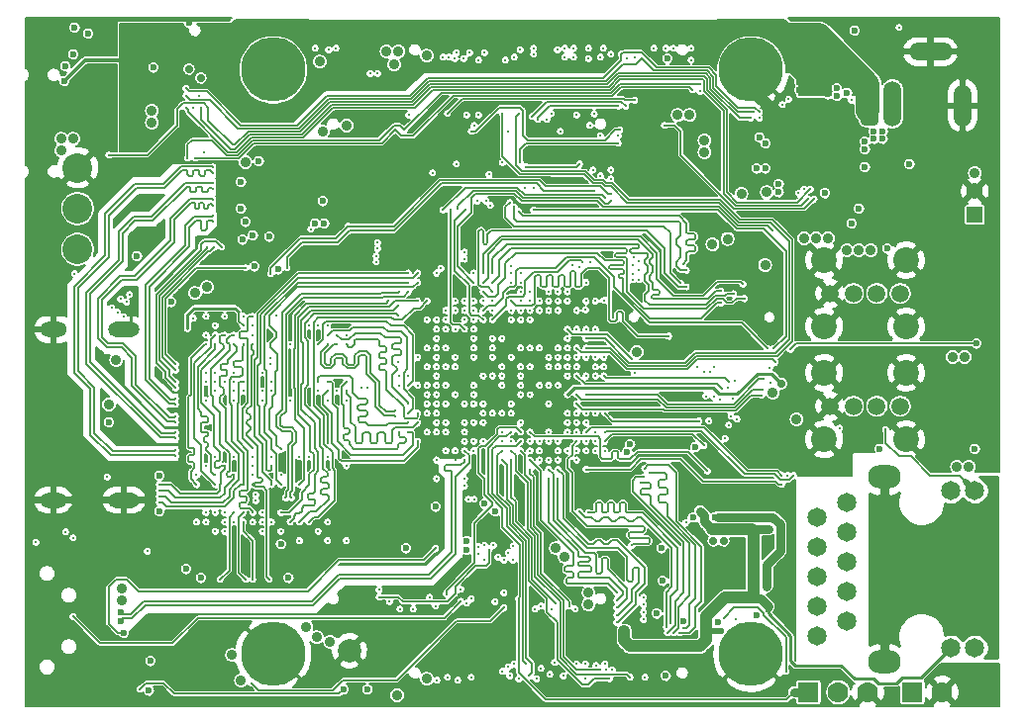
<source format=gbr>
%TF.GenerationSoftware,KiCad,Pcbnew,5.1.6-c6e7f7d~87~ubuntu18.04.1*%
%TF.CreationDate,2021-10-07T16:54:20+03:00*%
%TF.ProjectId,STMP157-OLinuXino-LIME2_Rev_B1,53544d50-3135-4372-9d4f-4c696e755869,B1*%
%TF.SameCoordinates,Original*%
%TF.FileFunction,Copper,L6,Inr*%
%TF.FilePolarity,Positive*%
%FSLAX46Y46*%
G04 Gerber Fmt 4.6, Leading zero omitted, Abs format (unit mm)*
G04 Created by KiCad (PCBNEW 5.1.6-c6e7f7d~87~ubuntu18.04.1) date 2021-10-07 16:54:20*
%MOMM*%
%LPD*%
G01*
G04 APERTURE LIST*
%TA.AperFunction,ViaPad*%
%ADD10O,2.800000X2.000000*%
%TD*%
%TA.AperFunction,ViaPad*%
%ADD11C,1.650000*%
%TD*%
%TA.AperFunction,ViaPad*%
%ADD12O,3.700000X1.500000*%
%TD*%
%TA.AperFunction,ViaPad*%
%ADD13O,1.500000X3.600000*%
%TD*%
%TA.AperFunction,ViaPad*%
%ADD14O,1.500000X3.900000*%
%TD*%
%TA.AperFunction,ViaPad*%
%ADD15O,1.800000X1.800000*%
%TD*%
%TA.AperFunction,ViaPad*%
%ADD16C,2.000000*%
%TD*%
%TA.AperFunction,ViaPad*%
%ADD17R,1.600000X1.600000*%
%TD*%
%TA.AperFunction,ViaPad*%
%ADD18C,0.700000*%
%TD*%
%TA.AperFunction,ViaPad*%
%ADD19O,2.300000X1.300000*%
%TD*%
%TA.AperFunction,ViaPad*%
%ADD20O,2.700000X1.300000*%
%TD*%
%TA.AperFunction,ViaPad*%
%ADD21C,2.540000*%
%TD*%
%TA.AperFunction,ViaPad*%
%ADD22R,1.400000X1.400000*%
%TD*%
%TA.AperFunction,ViaPad*%
%ADD23C,1.400000*%
%TD*%
%TA.AperFunction,ViaPad*%
%ADD24R,1.422400X1.422400*%
%TD*%
%TA.AperFunction,ViaPad*%
%ADD25C,2.200000*%
%TD*%
%TA.AperFunction,ViaPad*%
%ADD26C,1.500000*%
%TD*%
%TA.AperFunction,ViaPad*%
%ADD27R,1.778000X1.778000*%
%TD*%
%TA.AperFunction,ViaPad*%
%ADD28C,1.778000*%
%TD*%
%TA.AperFunction,ViaPad*%
%ADD29C,0.900000*%
%TD*%
%TA.AperFunction,ViaPad*%
%ADD30C,5.500000*%
%TD*%
%TA.AperFunction,ViaPad*%
%ADD31C,0.327000*%
%TD*%
%TA.AperFunction,ViaPad*%
%ADD32C,0.600000*%
%TD*%
%TA.AperFunction,ViaPad*%
%ADD33C,0.800000*%
%TD*%
%TA.AperFunction,Conductor*%
%ADD34C,0.254000*%
%TD*%
%TA.AperFunction,Conductor*%
%ADD35C,1.016000*%
%TD*%
%TA.AperFunction,Conductor*%
%ADD36C,0.127000*%
%TD*%
%TA.AperFunction,Conductor*%
%ADD37C,2.032000*%
%TD*%
%TA.AperFunction,Conductor*%
%ADD38C,0.304800*%
%TD*%
%TA.AperFunction,Conductor*%
%ADD39C,0.762000*%
%TD*%
%TA.AperFunction,Conductor*%
%ADD40C,1.524000*%
%TD*%
%TA.AperFunction,Conductor*%
%ADD41C,0.508000*%
%TD*%
%TA.AperFunction,Conductor*%
%ADD42C,0.152400*%
%TD*%
G04 APERTURE END LIST*
D10*
%TO.N,Net-(C71-Pad2)*%
%TO.C,LAN1*%
X175362000Y-97435000D03*
X175362000Y-81635000D03*
D11*
%TO.N,/HDMI\u002C LCD  and Ethernet/PHYAD0*%
X183134000Y-96266000D03*
%TO.N,/HDMI\u002C LCD  and Ethernet/VDD33*%
X181102000Y-96266000D03*
%TO.N,/HDMI\u002C LCD  and Ethernet/PHYAD1*%
X183134000Y-82804000D03*
%TO.N,/HDMI\u002C LCD  and Ethernet/VDD33*%
X181102000Y-82804000D03*
%TO.N,/HDMI\u002C LCD  and Ethernet/MDI[3]-*%
X169672000Y-95250000D03*
%TO.N,/HDMI\u002C LCD  and Ethernet/MDI[3]+*%
X172212000Y-93980000D03*
%TO.N,/HDMI\u002C LCD  and Ethernet/MDI[2]-*%
X169672000Y-92710000D03*
%TO.N,/HDMI\u002C LCD  and Ethernet/MDI[2]+*%
X172212000Y-91440000D03*
%TO.N,Net-(C70-Pad2)*%
X169672000Y-90170000D03*
%TO.N,Net-(C69-Pad2)*%
X172212000Y-88900000D03*
%TO.N,/HDMI\u002C LCD  and Ethernet/MDI[1]-*%
X169672000Y-87630000D03*
%TO.N,/HDMI\u002C LCD  and Ethernet/MDI[1]+*%
X172212000Y-86360000D03*
%TO.N,/HDMI\u002C LCD  and Ethernet/MDI[0]-*%
X169672000Y-85090000D03*
%TO.N,/HDMI\u002C LCD  and Ethernet/MDI[0]+*%
X172212000Y-83820000D03*
%TD*%
D12*
%TO.N,GND*%
%TO.C,PWR1*%
X179345000Y-45258000D03*
D13*
X182091000Y-49858000D03*
D14*
%TO.N,+5V_EXT*%
X176091000Y-49708000D03*
%TD*%
D15*
%TO.N,GND*%
%TO.C,U18*%
X169269000Y-52959000D03*
X167869000Y-54359000D03*
X167869000Y-51559000D03*
X170669000Y-54359000D03*
X170669000Y-51559000D03*
%TD*%
D16*
%TO.N,GND*%
%TO.C,U19*%
X129667000Y-96520000D03*
%TD*%
D17*
%TO.N,GND*%
%TO.C,U8*%
X123952000Y-57912000D03*
D18*
X123952000Y-56762000D03*
X123952000Y-56012000D03*
X123952000Y-59812000D03*
X123952000Y-59062000D03*
X122052000Y-57912000D03*
X125102000Y-57912000D03*
X122802000Y-57912000D03*
X125852000Y-57912000D03*
%TD*%
D19*
%TO.N,GND*%
%TO.C,HDMI1*%
X104341000Y-69027000D03*
X104341000Y-83627000D03*
D20*
X110391000Y-83627000D03*
X110391000Y-69027000D03*
%TD*%
D21*
%TO.N,Net-(CAN1-Pad2)*%
%TO.C,CAN1*%
X106426000Y-58674000D03*
%TO.N,Net-(CAN1-Pad1)*%
X106426000Y-62174000D03*
%TO.N,GND*%
X106426000Y-55174000D03*
%TD*%
D22*
%TO.N,VBAT*%
%TO.C,LIPO_BAT1*%
X183131460Y-59199780D03*
D23*
%TO.N,GND*%
X183128920Y-57188100D03*
%TD*%
D24*
%TO.N,GND*%
%TO.C,U4*%
X160909000Y-89662000D03*
%TD*%
D25*
%TO.N,GND*%
%TO.C,USB1*%
X170258600Y-68788400D03*
X170258600Y-63088400D03*
X177258600Y-68788400D03*
X177258600Y-63088400D03*
D26*
%TO.N,Net-(C184-Pad1)*%
X176758600Y-65938400D03*
%TO.N,/USB\u002C CAN and Extensions/USB1_D-*%
X174758600Y-65938400D03*
%TO.N,/USB\u002C CAN and Extensions/USB1_D+*%
X172758600Y-65938400D03*
%TO.N,GND*%
X170758600Y-65938400D03*
%TD*%
%TO.N,GND*%
%TO.C,USB2*%
X170758600Y-75590400D03*
%TO.N,/USB\u002C CAN and Extensions/USB2_D+*%
X172758600Y-75590400D03*
%TO.N,/USB\u002C CAN and Extensions/USB2_D-*%
X174758600Y-75590400D03*
%TO.N,Net-(C185-Pad1)*%
X176758600Y-75590400D03*
D25*
%TO.N,GND*%
X177258600Y-72740400D03*
X177258600Y-78440400D03*
X170258600Y-72740400D03*
X170258600Y-78440400D03*
%TD*%
D27*
%TO.N,/USB\u002C CAN and Extensions/UART4_TX*%
%TO.C,DBG1*%
X168910000Y-100076000D03*
D28*
%TO.N,Net-(D3-Pad1)*%
X171450000Y-100076000D03*
%TO.N,GND*%
X173990000Y-100076000D03*
%TD*%
D27*
%TO.N,/Power Supply/AXP_BACKUP*%
%TO.C,BACKUP1*%
X177800000Y-100076000D03*
D28*
%TO.N,GND*%
X180340000Y-100076000D03*
%TD*%
D29*
%TO.N,GND*%
%TO.C,LIME2_PLATFORM1*%
X123130000Y-44595000D03*
X121480000Y-48195000D03*
X123130000Y-48995000D03*
X124830000Y-45345000D03*
X120930000Y-46795000D03*
X121480000Y-45345000D03*
X124830000Y-48195000D03*
X125380000Y-46795000D03*
X163980000Y-94595000D03*
X162330000Y-98195000D03*
X163980000Y-98995000D03*
X165680000Y-95345000D03*
X161780000Y-96795000D03*
X162330000Y-95345000D03*
X165680000Y-98195000D03*
X166230000Y-96795000D03*
X161780000Y-46795000D03*
X162330000Y-45345000D03*
X165680000Y-48195000D03*
X166230000Y-46795000D03*
X163980000Y-44595000D03*
X162330000Y-48195000D03*
X163980000Y-48995000D03*
X165680000Y-45345000D03*
X124830000Y-98195000D03*
X121480000Y-98195000D03*
X121480000Y-95345000D03*
X124830000Y-95345000D03*
X125380000Y-96795000D03*
X120930000Y-96795000D03*
X123130000Y-94595000D03*
X123130000Y-98995000D03*
D30*
X164010000Y-46790000D03*
X123150000Y-46790000D03*
X164010000Y-96790000D03*
X123150000Y-96790000D03*
%TD*%
D31*
%TO.N,+5V_EXT*%
X176657000Y-43180000D03*
D32*
X174498000Y-52070000D03*
X175260000Y-52070000D03*
X174498000Y-52705000D03*
X175260000Y-52705000D03*
D29*
%TO.N,+5V*%
X120396000Y-99060000D03*
X133477000Y-46355000D03*
X133731000Y-100330000D03*
X127381000Y-52070000D03*
D18*
X115951000Y-46736000D03*
D29*
X109093000Y-75438000D03*
X126873000Y-95377000D03*
X183134000Y-55626000D03*
X173228000Y-62230000D03*
X172212000Y-62230000D03*
X174244000Y-62230000D03*
X182626000Y-80772000D03*
X181610000Y-80772000D03*
X181229000Y-71374000D03*
X182245000Y-71374000D03*
D31*
%TO.N,GND*%
X136300000Y-64200000D03*
X136300000Y-65000000D03*
X136300000Y-65800000D03*
D32*
X134300000Y-63600000D03*
D31*
X135500000Y-65800000D03*
X137900000Y-65800000D03*
X136300000Y-67400000D03*
X133900000Y-81000000D03*
X135500000Y-80200000D03*
X137100000Y-81000000D03*
X136300000Y-79400000D03*
X136300000Y-78600000D03*
X137100000Y-78600000D03*
X137100000Y-79400000D03*
X138700000Y-78600000D03*
X138700000Y-80200000D03*
X138700000Y-77800000D03*
X138700000Y-77000000D03*
X138700000Y-69800000D03*
X140300000Y-80200000D03*
X141100000Y-80200000D03*
X141100000Y-81000000D03*
X141100000Y-79400000D03*
X135500000Y-77800000D03*
X136300000Y-77000000D03*
X135500000Y-75400000D03*
X137900000Y-66600000D03*
X136300000Y-73000000D03*
X136300000Y-71400000D03*
X127000000Y-69500000D03*
X128600000Y-68700000D03*
X129400000Y-68700000D03*
X128600000Y-73500000D03*
X128600000Y-75100000D03*
X127000000Y-75100000D03*
X126200000Y-69500000D03*
X124600000Y-68700000D03*
X124600000Y-69500000D03*
X124600000Y-67900000D03*
X123000000Y-69500000D03*
X136300000Y-69000000D03*
X137100000Y-66600000D03*
X124600000Y-74300000D03*
X126200000Y-75100000D03*
X126200000Y-74300000D03*
X128600000Y-85500000D03*
X128600000Y-87100000D03*
X127000000Y-87100000D03*
X127800000Y-80700000D03*
X129400000Y-79900000D03*
X125400000Y-80700000D03*
X126200000Y-87100000D03*
X126200000Y-86300000D03*
X124600000Y-87100000D03*
X123800000Y-79900000D03*
X123800000Y-80700000D03*
X123000000Y-81500000D03*
X123000000Y-86300000D03*
X125400000Y-81500000D03*
X126200000Y-80700000D03*
X120600000Y-75100000D03*
X119000000Y-75100000D03*
X122200000Y-73500000D03*
X135500000Y-73000000D03*
X117400000Y-68700000D03*
X118200000Y-67900000D03*
X119800000Y-67900000D03*
X117400000Y-74300000D03*
X119800000Y-80700000D03*
X119000000Y-79900000D03*
X117400000Y-79900000D03*
X117400000Y-77400000D03*
X119000000Y-87100000D03*
X120600000Y-87100000D03*
D32*
X131826000Y-87757000D03*
D31*
X117400000Y-86300000D03*
X117400000Y-82400000D03*
X121550000Y-84200000D03*
D29*
X126619000Y-89916000D03*
X127635000Y-88519000D03*
D32*
X113538000Y-87503000D03*
D31*
X114808000Y-78867000D03*
X114808000Y-75946000D03*
X114808000Y-73025000D03*
X114681000Y-70866000D03*
X114427000Y-68961000D03*
D32*
X112522000Y-85344000D03*
D31*
X113538000Y-80518000D03*
X114681000Y-80518000D03*
D32*
X115951000Y-90424000D03*
X113665000Y-88773000D03*
D31*
X118491000Y-90932000D03*
X121158000Y-90932000D03*
X124079000Y-90932000D03*
X122682000Y-90932000D03*
X117348000Y-90932000D03*
D32*
X130429000Y-87757000D03*
X128905000Y-88265000D03*
X114554000Y-67564000D03*
X115316000Y-65786000D03*
D31*
X118237000Y-64897000D03*
X121158000Y-64897000D03*
X122682000Y-64897000D03*
X123952000Y-64770000D03*
X124968000Y-63754000D03*
X126365000Y-63754000D03*
X127889000Y-63754000D03*
X129286000Y-63754000D03*
X130810000Y-63754000D03*
X132461000Y-63754000D03*
X144300000Y-80200000D03*
X144300000Y-76200000D03*
X145100000Y-76200000D03*
X145900000Y-77800000D03*
X145900000Y-77000000D03*
X146700000Y-79400000D03*
X149100000Y-81000000D03*
X148300000Y-78600000D03*
X149900000Y-80200000D03*
X150700000Y-81800000D03*
X152273000Y-76200000D03*
X149900000Y-75400000D03*
X148300000Y-75400000D03*
X145900000Y-75400000D03*
X145100000Y-73800000D03*
X147500000Y-73000000D03*
X149900000Y-72200000D03*
X149100000Y-69800000D03*
X147500000Y-69800000D03*
X147500000Y-69000000D03*
X138700000Y-65800000D03*
X139500000Y-65800000D03*
X140300000Y-65800000D03*
X138700000Y-68200000D03*
X143500000Y-65800000D03*
X141900000Y-69000000D03*
X145900000Y-65800000D03*
X145900000Y-68200000D03*
X145100000Y-69000000D03*
X148300000Y-67400000D03*
X149100000Y-66600000D03*
X149900000Y-65800000D03*
X150700000Y-65000000D03*
X150700000Y-64200000D03*
X138700000Y-75400000D03*
X143500000Y-77000000D03*
X141100000Y-77800000D03*
X140300000Y-77800000D03*
X144300000Y-75400000D03*
X145100000Y-73000000D03*
X139100000Y-73200000D03*
X141100000Y-74600000D03*
X142700000Y-74600000D03*
X141900000Y-74600000D03*
X143500000Y-73800000D03*
X143500000Y-73000000D03*
X141100000Y-73800000D03*
X141900000Y-73800000D03*
X140300000Y-72200000D03*
X141100000Y-72200000D03*
X141900000Y-72200000D03*
X143500000Y-72200000D03*
X144300000Y-71400000D03*
X145100000Y-71400000D03*
X145900000Y-69000000D03*
X145900000Y-69800000D03*
X138700000Y-73800000D03*
X138700000Y-70600000D03*
X141100000Y-69800000D03*
X141100000Y-70600000D03*
X143500000Y-70600000D03*
D32*
X109601000Y-72644000D03*
X112014000Y-82169000D03*
D18*
X104648000Y-86233000D03*
X102489000Y-100457000D03*
X112522000Y-100838000D03*
D29*
X117094000Y-98806000D03*
X116078000Y-98806000D03*
X119888000Y-94488000D03*
D32*
X102489000Y-54737000D03*
D29*
X112776000Y-51308000D03*
X112776000Y-50292000D03*
X106426000Y-97155000D03*
X107442000Y-97155000D03*
X133858000Y-45212000D03*
X132842000Y-45212000D03*
D31*
X143500000Y-69800000D03*
D29*
X182880000Y-78232000D03*
X183896000Y-78232000D03*
D31*
X147500000Y-77800000D03*
X147500000Y-77000000D03*
X147500000Y-76200000D03*
X146700000Y-74600000D03*
D29*
X133604000Y-96266000D03*
X137922000Y-51943000D03*
X105537000Y-94869000D03*
X109220000Y-46990000D03*
X108077000Y-46990000D03*
D32*
X105029000Y-42799000D03*
X128651000Y-50673000D03*
D29*
X112141000Y-58293000D03*
X112268000Y-60833000D03*
X112268000Y-61849000D03*
D31*
X119253000Y-64897000D03*
D32*
X109982000Y-76327000D03*
X109982000Y-77597000D03*
X109728000Y-81026000D03*
X176911000Y-52451000D03*
X176784000Y-54610000D03*
X173609000Y-57912000D03*
D29*
X157099000Y-52324000D03*
D32*
X155956000Y-49657000D03*
X165608000Y-86995000D03*
D31*
X142700000Y-81000000D03*
D32*
X152908000Y-89789000D03*
X152908000Y-89027000D03*
D29*
X155448000Y-97917000D03*
D18*
X154305000Y-94869000D03*
D32*
X141732000Y-85344000D03*
X152400000Y-88519000D03*
D31*
X146700000Y-73000000D03*
X145900000Y-71400000D03*
D29*
X127127000Y-46101000D03*
D31*
X162560000Y-77978000D03*
D32*
X133604000Y-87757000D03*
X136144000Y-87757000D03*
D18*
X103378000Y-91059000D03*
D29*
X182880000Y-68707000D03*
X183896000Y-68707000D03*
D31*
X167767000Y-79248000D03*
D32*
X166751000Y-100203000D03*
X167513000Y-91567000D03*
X167005000Y-93853000D03*
X109982000Y-78486000D03*
X161925000Y-83947000D03*
D31*
X140300000Y-62800000D03*
X140300000Y-63500000D03*
X151511000Y-62611000D03*
D32*
X157480000Y-49657000D03*
D31*
X118491000Y-58801000D03*
X118491000Y-57404000D03*
X118491000Y-56134000D03*
X142875000Y-97536000D03*
X135001000Y-51943000D03*
X145923000Y-52070000D03*
D32*
X102362000Y-60071000D03*
X102362000Y-62484000D03*
X102362000Y-65278000D03*
X102362000Y-70739000D03*
X102362000Y-73660000D03*
X102362000Y-76454000D03*
X102362000Y-80772000D03*
X102362000Y-87630000D03*
X102362000Y-93218000D03*
X102362000Y-96774000D03*
X106299000Y-100965000D03*
X109474000Y-100965000D03*
D31*
X127000000Y-100965000D03*
X116332000Y-100965000D03*
X132334000Y-100965000D03*
X159893000Y-101092000D03*
X162814000Y-101092000D03*
X165862000Y-101092000D03*
D32*
X184912000Y-98171000D03*
X184785000Y-76962000D03*
X184785000Y-67056000D03*
X184785000Y-62103000D03*
X184785000Y-52959000D03*
X184785000Y-47117000D03*
X182118000Y-42799000D03*
X174371000Y-42799000D03*
X115951000Y-42799000D03*
D31*
X136017000Y-91694000D03*
D32*
X155575000Y-78994000D03*
X166116000Y-79248000D03*
X165227000Y-79248000D03*
X159367609Y-82296000D03*
X163093711Y-65842492D03*
D31*
X158021436Y-65795512D03*
D33*
X154192975Y-65768210D03*
D31*
X162053016Y-66354585D03*
D32*
X161956788Y-65485990D03*
X171002547Y-57130776D03*
X158277327Y-64547419D03*
D31*
X168263890Y-56476763D03*
D29*
X157201746Y-53237253D03*
D18*
X162463998Y-54991000D03*
D32*
X137050468Y-82600000D03*
X136796424Y-86539862D03*
D31*
X162943946Y-66724210D03*
D32*
X158224565Y-74744997D03*
D29*
X144139490Y-83063510D03*
D32*
X102997000Y-46735998D03*
D31*
%TO.N,/VREF0_DDR3*%
X120600000Y-68700000D03*
D32*
X123800000Y-87400000D03*
D31*
X115824000Y-68961000D03*
%TO.N,/S0SVREF*%
X137100000Y-81800000D03*
D32*
%TO.N,+3V3*%
X109093000Y-76962000D03*
D29*
X119634000Y-96901000D03*
X136271000Y-98933000D03*
X136271000Y-45593000D03*
D31*
X137900000Y-67400000D03*
X142700000Y-77800000D03*
X144300000Y-77000000D03*
X145900000Y-73800000D03*
X146700000Y-73800000D03*
X145100000Y-74600000D03*
X147500000Y-73800000D03*
X140300000Y-64200000D03*
X141100000Y-77000000D03*
X141900000Y-76200000D03*
X142700000Y-76200000D03*
X143500000Y-76200000D03*
X144300000Y-74600000D03*
X143500000Y-75400000D03*
X144300000Y-73800000D03*
X150700000Y-77800000D03*
X150700000Y-78600000D03*
D32*
X106045000Y-45466000D03*
D29*
X106045000Y-52705000D03*
X105029000Y-52705000D03*
X129413000Y-51562000D03*
X105029000Y-53721000D03*
D32*
X126746000Y-59944000D03*
X127508000Y-59944000D03*
X114427000Y-66675000D03*
X112649000Y-97409000D03*
D29*
X128016000Y-95758000D03*
D32*
X156845000Y-45847000D03*
D29*
X150114000Y-91567000D03*
X150114000Y-92583000D03*
D31*
X150700000Y-69000000D03*
D29*
X167894000Y-76708000D03*
D32*
X156718000Y-98679000D03*
D18*
X116967000Y-47498000D03*
D31*
X116332000Y-50038000D03*
X117221000Y-53848000D03*
D29*
X154255002Y-70946048D03*
D32*
X159257988Y-79092704D03*
D31*
X162026600Y-74015600D03*
D29*
X120768129Y-54719139D03*
D32*
%TO.N,IPS*%
X173736000Y-50546000D03*
D29*
X112776000Y-45466000D03*
X112776000Y-44450000D03*
D32*
X105283000Y-47752000D03*
X170561000Y-48895000D03*
X174498000Y-50546000D03*
X168148000Y-48514000D03*
X168148000Y-47879000D03*
D31*
X169545000Y-43815000D03*
D32*
X174498000Y-51181000D03*
X173736000Y-51181000D03*
X166370000Y-57277000D03*
X166370000Y-56578500D03*
X165227000Y-53086000D03*
X164719000Y-52578000D03*
D29*
X158750000Y-50673000D03*
X157734000Y-50673000D03*
X160909000Y-45466000D03*
X161417000Y-44577000D03*
X111887000Y-52324000D03*
X111887000Y-53340000D03*
D32*
X170311953Y-57357992D03*
X170581610Y-48260000D03*
%TO.N,VBAT*%
X171323000Y-49022000D03*
X171323000Y-48387000D03*
D31*
%TO.N,Net-(CHGLED1-Pad1)*%
X172593000Y-49403000D03*
D32*
X172847000Y-43434000D03*
D29*
%TO.N,Net-(D2-Pad2)*%
X161992803Y-61273197D03*
%TO.N,Net-(FUSE1-Pad2)*%
X109728000Y-71628000D03*
D31*
%TO.N,PC7*%
X141100000Y-66600000D03*
%TO.N,/S0SRST*%
X136300000Y-68200000D03*
X116332000Y-68072000D03*
X116600000Y-85500000D03*
%TO.N,Net-(R4-Pad2)*%
X133800000Y-71800000D03*
%TO.N,Net-(R9-Pad1)*%
X120600000Y-67900000D03*
%TO.N,Net-(R13-Pad1)*%
X121400000Y-80700000D03*
%TO.N,Net-(R14-Pad1)*%
X121400000Y-79900000D03*
%TO.N,/S0SDQ20*%
X135500000Y-64200000D03*
X123000000Y-80700000D03*
%TO.N,/S0SDQ19*%
X135500000Y-65000000D03*
X123800000Y-79300000D03*
%TO.N,/S0SDQ14*%
X133900000Y-77800000D03*
X129400000Y-73500000D03*
%TO.N,/S0SDQ10*%
X134700000Y-75400000D03*
X128600000Y-69500000D03*
%TO.N,/S0SDQ22*%
X136300000Y-66600000D03*
X126200000Y-85500000D03*
%TO.N,/S0SDQ21*%
X133800000Y-67800000D03*
X125400000Y-85500000D03*
%TO.N,/S0SDQM2*%
X133000000Y-66600000D03*
X125400000Y-82300000D03*
%TO.N,/S0SDQ18*%
X124600000Y-85500000D03*
X133800000Y-67000000D03*
%TO.N,/S0SDQ17*%
X123800000Y-84700000D03*
X135500000Y-66600000D03*
%TO.N,/S0SDQ15*%
X134700000Y-77800000D03*
X127800000Y-73500000D03*
%TO.N,/S0SDQ13*%
X135500000Y-76200000D03*
X129400000Y-70300000D03*
%TO.N,/S0SDQ11*%
X129400000Y-74300000D03*
X135500000Y-77000000D03*
%TO.N,/S0SDQ9*%
X127800000Y-69500000D03*
X134700000Y-76200000D03*
%TO.N,/S0SDQ23*%
X134700000Y-64200000D03*
X123000000Y-82300000D03*
%TO.N,/S0SA8*%
X137100000Y-77800000D03*
X117400000Y-69500000D03*
X116600000Y-81500000D03*
%TO.N,/S0SDQ16*%
X123800000Y-82300000D03*
X134700000Y-65000000D03*
%TO.N,/S0SA6*%
X136300000Y-77800000D03*
X118200000Y-68700000D03*
X117400000Y-80700000D03*
%TO.N,/S0SCKE0*%
X136300000Y-76200000D03*
X121400000Y-79200000D03*
X121400000Y-67900000D03*
%TO.N,/S0SDQ12*%
X127800000Y-74300000D03*
X135500000Y-78600000D03*
%TO.N,/S0SDQM1*%
X134700000Y-77000000D03*
X127000000Y-73500000D03*
%TO.N,/S0SBA1*%
X137100000Y-76200000D03*
X119800000Y-69500000D03*
X119800000Y-81500000D03*
X113411000Y-82804000D03*
%TO.N,/S0SDQ8*%
X127000000Y-70300000D03*
X134700000Y-73800000D03*
%TO.N,/S0SA9*%
X137100000Y-69800000D03*
X118200000Y-73500000D03*
X118200000Y-84700000D03*
%TO.N,/S0SA7*%
X137100000Y-68200000D03*
X117400000Y-73500000D03*
X117400000Y-85500000D03*
%TO.N,/S0SA5*%
X136300000Y-70600000D03*
X118200000Y-74300000D03*
X119000000Y-85500000D03*
%TO.N,/S0SA14*%
X137100000Y-75400000D03*
X117400000Y-70300000D03*
X116600000Y-82300000D03*
%TO.N,/S0SA10*%
X137100000Y-74600000D03*
X121400000Y-70300000D03*
X121400000Y-82300000D03*
X122809000Y-90424000D03*
%TO.N,/S0SA1*%
X137100000Y-73800000D03*
X118200000Y-69500000D03*
X118200000Y-82300000D03*
%TO.N,/S0SA15*%
X136300000Y-73800000D03*
X120600000Y-70300000D03*
X120600000Y-82300000D03*
X113411000Y-83820000D03*
%TO.N,/S0SA11*%
X136300000Y-75400000D03*
X118200000Y-70300000D03*
X118200000Y-81500000D03*
%TO.N,/S0SODT0*%
X133900000Y-73800000D03*
X122200000Y-75100000D03*
X122200000Y-86300000D03*
%TO.N,/S0SCS0*%
X137100000Y-73000000D03*
X120600000Y-74300000D03*
X121400000Y-85500000D03*
%TO.N,/S0SA12*%
X136300000Y-74600000D03*
X119800000Y-70300000D03*
X119800000Y-82300000D03*
X113411000Y-83312000D03*
%TO.N,/S0SA2*%
X137100000Y-70600000D03*
X118200000Y-72700000D03*
X119000000Y-84700000D03*
%TO.N,/S0SA0*%
X136300000Y-72200000D03*
X119800000Y-72700000D03*
X119800000Y-84700000D03*
X118618000Y-90424000D03*
%TO.N,/S0SBA2*%
X137100000Y-72200000D03*
X119800000Y-73500000D03*
X120600000Y-84700000D03*
X120777000Y-90424000D03*
%TO.N,/S0SA3*%
X137100000Y-71400000D03*
X119000000Y-73500000D03*
X119800000Y-85500000D03*
%TO.N,/S0SA4*%
X137100000Y-77000000D03*
X119000000Y-69500000D03*
X119000000Y-80700000D03*
X113411000Y-82296000D03*
%TO.N,/S0SRAS*%
X135500000Y-73800000D03*
X123000000Y-73500000D03*
X123000000Y-85500000D03*
%TO.N,/S0SWE*%
X120600000Y-73500000D03*
X134700000Y-73000000D03*
X121400000Y-84700000D03*
%TO.N,/S0SBA0*%
X135500000Y-71400000D03*
X119800000Y-74300000D03*
X120600000Y-85500000D03*
X121412000Y-90424000D03*
%TO.N,/S0SA13*%
X137100000Y-69000000D03*
X117400000Y-72700000D03*
X117400000Y-84700000D03*
%TO.N,/S0SCAS*%
X133900000Y-73000000D03*
X122200000Y-72700000D03*
X122200000Y-84700000D03*
%TO.N,/S0SCK_N*%
X122936000Y-71501000D03*
X131191000Y-74041000D03*
X121666000Y-83185000D03*
%TO.N,/S0SCK_P*%
X122936000Y-72009000D03*
X130683000Y-74041000D03*
X121666000Y-83693000D03*
%TO.N,/S0SDQS2_N*%
X133900000Y-65800000D03*
X124206000Y-83439000D03*
%TO.N,/S0SDQS1_P*%
X127800000Y-70300000D03*
X133604000Y-76454000D03*
%TO.N,/S0SDQS2_P*%
X134700000Y-65800000D03*
X124714000Y-83439000D03*
%TO.N,/S0SDQS1_N*%
X128600000Y-70300000D03*
X133604000Y-75946000D03*
D29*
%TO.N,Net-(C86-Pad2)*%
X169545000Y-61214000D03*
X170561000Y-61214000D03*
X168529000Y-61214000D03*
D32*
%TO.N,+2V8*%
X139700000Y-87884000D03*
X139700000Y-87122000D03*
X165227000Y-55245000D03*
X164465000Y-55245000D03*
X153416000Y-79502000D03*
X153670000Y-78867000D03*
D29*
X165205544Y-63505510D03*
D31*
%TO.N,1.35V_DDR*%
X137900000Y-79400000D03*
X137100000Y-80200000D03*
X137900000Y-77000000D03*
X139500000Y-77000000D03*
X137900000Y-75400000D03*
X137900000Y-73800000D03*
X138700000Y-71400000D03*
X137900000Y-72200000D03*
X137900000Y-70600000D03*
X138700000Y-69000000D03*
X137900000Y-69000000D03*
X137900000Y-68200000D03*
X127000000Y-68700000D03*
X127800000Y-68700000D03*
X129400000Y-69500000D03*
X127000000Y-74300000D03*
X128600000Y-74300000D03*
X129400000Y-75100000D03*
X127800000Y-75100000D03*
X126200000Y-68700000D03*
X124600000Y-70300000D03*
X124600000Y-75100000D03*
X127800000Y-85500000D03*
X129400000Y-87100000D03*
X127800000Y-87100000D03*
X127000000Y-86300000D03*
X127800000Y-79900000D03*
X129400000Y-80700000D03*
X126200000Y-79900000D03*
X125400000Y-79900000D03*
X125400000Y-87100000D03*
X122200000Y-85500000D03*
X123000000Y-79900000D03*
X123800000Y-81500000D03*
X121400000Y-81500000D03*
X123800000Y-86300000D03*
X121400000Y-69500000D03*
X119800000Y-75100000D03*
X122200000Y-74300000D03*
X117400000Y-67900000D03*
X119000000Y-67900000D03*
X123000000Y-74300000D03*
X117400000Y-75100000D03*
X119800000Y-79900000D03*
X118200000Y-79900000D03*
X119000000Y-86300000D03*
X118200000Y-86300000D03*
X123400000Y-67800000D03*
X139500000Y-75400000D03*
X138700000Y-72200000D03*
X138700000Y-74600000D03*
X137900000Y-77800000D03*
D29*
X116459000Y-65913000D03*
X117475000Y-65405000D03*
X125984000Y-94488000D03*
D32*
X137033000Y-84201000D03*
%TO.N,VTT_DDR*%
X115697000Y-89535000D03*
X116967000Y-90297000D03*
X124460000Y-90297000D03*
X113411000Y-84582000D03*
X113411000Y-81534000D03*
D31*
%TO.N,Net-(C40-Pad2)*%
X151500000Y-76200000D03*
X159534414Y-76851160D03*
%TO.N,NRST*%
X150700000Y-76200000D03*
X138049000Y-98806000D03*
X159639000Y-48641000D03*
X167132000Y-81534000D03*
X162306000Y-76453990D03*
D29*
%TO.N,Net-(C48-Pad1)*%
X147320000Y-87757000D03*
X148082000Y-88519000D03*
D32*
%TO.N,Net-(C52-Pad2)*%
X165354000Y-91059000D03*
X160909000Y-85090000D03*
X165989000Y-88519000D03*
%TO.N,Net-(C55-Pad2)*%
X161163000Y-94107000D03*
X156464000Y-90551000D03*
D18*
X160782000Y-87122000D03*
X161671000Y-87122000D03*
D32*
X164465000Y-93472000D03*
X158246459Y-93980000D03*
X155953171Y-93342171D03*
X159033343Y-85119343D03*
D31*
%TO.N,Net-(C58-Pad2)*%
X161798000Y-78359000D03*
X145415000Y-58801000D03*
X165925500Y-70659554D03*
D32*
%TO.N,Net-(C71-Pad2)*%
X175387000Y-89662000D03*
X178435000Y-89662000D03*
X180975000Y-89662000D03*
X183388000Y-89662000D03*
X175387000Y-92710000D03*
X178435000Y-92710000D03*
X180975000Y-92710000D03*
X183388000Y-92710000D03*
X178435000Y-86487000D03*
X180975000Y-86487000D03*
X183388000Y-86487000D03*
X175387000Y-86487000D03*
X177038000Y-88138000D03*
X179705000Y-88138000D03*
X182245000Y-88138000D03*
X182245000Y-84582000D03*
X182245000Y-94615000D03*
X175387000Y-83947000D03*
X175387000Y-95123000D03*
X177038000Y-91313000D03*
X179705000Y-91313000D03*
X182245000Y-91440000D03*
%TO.N,Net-(C72-Pad2)*%
X123571000Y-63881000D03*
X121539000Y-63627000D03*
X121412000Y-60960000D03*
%TO.N,VDD_USB*%
X141224000Y-83947000D03*
D29*
X163183119Y-57415881D03*
D31*
%TO.N,Net-(C166-Pad1)*%
X137100000Y-64200000D03*
X137500000Y-63800000D03*
%TO.N,Net-(L6-Pad2)*%
X150114000Y-84709000D03*
X157147936Y-94155935D03*
%TO.N,Net-(R8-Pad1)*%
X121400000Y-68700000D03*
%TO.N,Net-(R65-Pad2)*%
X161671000Y-93726000D03*
X167005000Y-98298000D03*
%TO.N,Net-(R67-Pad2)*%
X162687000Y-93853000D03*
D32*
X175006000Y-79248000D03*
D31*
%TO.N,Net-(R75-Pad2)*%
X149352000Y-84618510D03*
X156743400Y-94488000D03*
D32*
%TO.N,Net-(R87-Pad2)*%
X120777000Y-59817000D03*
%TO.N,Net-(R108-Pad1)*%
X172212000Y-48768000D03*
%TO.N,USB-OTG-DRV*%
X112522000Y-99949000D03*
D31*
X163957000Y-50927000D03*
X109093000Y-54102000D03*
X143500000Y-67400000D03*
X119681526Y-53213000D03*
%TO.N,Net-(RM2-Pad1.2)*%
X154813000Y-91948000D03*
%TO.N,Net-(RM2-Pad2.2)*%
X154813000Y-92583000D03*
%TO.N,Net-(RM2-Pad3.2)*%
X154813000Y-93218000D03*
%TO.N,Net-(RM2-Pad4.2)*%
X154813000Y-93853000D03*
%TO.N,Net-(RM4-Pad4.1)*%
X157353000Y-94996000D03*
X154559000Y-82169000D03*
%TO.N,Net-(RM4-Pad3.1)*%
X154813000Y-81661000D03*
X156845000Y-94996000D03*
%TO.N,Net-(RM4-Pad2.1)*%
X158242000Y-94615000D03*
X155321000Y-81280000D03*
%TO.N,Net-(RM4-Pad1.1)*%
X154913010Y-80933844D03*
X157861000Y-94996000D03*
%TO.N,NAND-WE*%
X144300000Y-64200000D03*
X140081000Y-98806000D03*
%TO.N,DSI_D0N*%
X139500000Y-62400000D03*
%TO.N,DSI_CKN*%
X132080000Y-61595000D03*
%TO.N,DSI_D1N*%
X131953000Y-62738000D03*
%TO.N,DSI_D1P*%
X131953000Y-63246000D03*
%TO.N,NAND-DQ3*%
X143500000Y-65000000D03*
X149860000Y-98933000D03*
%TO.N,DSI_D0P*%
X139500000Y-63000000D03*
%TO.N,DSI_CKP*%
X132080000Y-62103000D03*
%TO.N,NAND-RE*%
X145100000Y-65800000D03*
X138938000Y-99060000D03*
%TO.N,JTCK-SWCLK*%
X138700000Y-66600000D03*
X150749000Y-97790000D03*
%TO.N,NAND-DQ2*%
X144300000Y-65800000D03*
X146050000Y-98044000D03*
%TO.N,JTDI*%
X139500000Y-66600000D03*
X151638000Y-98171000D03*
%TO.N,PF2*%
X141100000Y-68200000D03*
X139573000Y-58801000D03*
%TO.N,JTMS-SWDIO*%
X138700000Y-67400000D03*
X149860000Y-97663000D03*
%TO.N,PE4*%
X139500000Y-69000000D03*
X138303000Y-58801000D03*
%TO.N,NJTRST*%
X139500000Y-68200000D03*
X152146000Y-98171000D03*
%TO.N,JTDO-TRACESWO*%
X139500000Y-67400000D03*
X151511000Y-97663000D03*
%TO.N,ADC1_INN1*%
X149100000Y-76200000D03*
X131445000Y-47117000D03*
%TO.N,NAND-DQ1*%
X146812000Y-98552000D03*
X151410948Y-73000000D03*
X162108781Y-73488180D03*
%TO.N,NAND-DQ0*%
X149900000Y-73000000D03*
X145669000Y-98933000D03*
X161325872Y-75058476D03*
%TO.N,NAND-RB*%
X149100000Y-73000000D03*
X143383000Y-98679000D03*
X161479205Y-74117757D03*
%TO.N,ADC1_INP1*%
X148300000Y-77000000D03*
X132080000Y-47117000D03*
%TO.N,PC0*%
X144300000Y-77800000D03*
X137968376Y-91667010D03*
%TO.N,PH3*%
X147500000Y-80200000D03*
%TO.N,NAND-ALE*%
X142700000Y-79400000D03*
X145034000Y-98679000D03*
%TO.N,NAND-CE*%
X139500000Y-78600000D03*
%TO.N,PG7*%
X143500000Y-80200000D03*
X147320000Y-92456000D03*
%TO.N,NAND-DQ7*%
X140300000Y-79400000D03*
X140716000Y-87630000D03*
X154940000Y-98806000D03*
%TO.N,NAND-DQ4*%
X144300000Y-79400000D03*
X151130000Y-98171000D03*
%TO.N,PG10*%
X145100000Y-81000000D03*
X148463000Y-92710000D03*
%TO.N,NAND-DQ6*%
X143500000Y-79400000D03*
X153670000Y-98806000D03*
%TO.N,NAND-DQ5*%
X142700000Y-80200000D03*
X151892000Y-98933000D03*
%TO.N,NAND-CLE*%
X144145000Y-98933000D03*
%TO.N,PH2*%
X142113000Y-92329000D03*
%TO.N,1.2V_VDDCORE*%
X142700000Y-69800000D03*
X141100000Y-76200000D03*
X140300000Y-77000000D03*
X145100000Y-72200000D03*
X140300000Y-73800000D03*
X140300000Y-75400000D03*
X141100000Y-75400000D03*
X140300000Y-74600000D03*
X142700000Y-73800000D03*
X142700000Y-73000000D03*
X141900000Y-73000000D03*
X141100000Y-73000000D03*
X142700000Y-72200000D03*
X144300000Y-73000000D03*
X144300000Y-72200000D03*
X145900000Y-70600000D03*
X145100000Y-70600000D03*
X141900000Y-71400000D03*
X141900000Y-70600000D03*
X141900000Y-69800000D03*
X140300000Y-71400000D03*
X143500000Y-71400000D03*
X144300000Y-70600000D03*
X140300000Y-70600000D03*
X140300000Y-69800000D03*
D29*
X160020000Y-53848000D03*
X160020000Y-52832000D03*
D31*
X143500000Y-64200000D03*
X143500000Y-63600000D03*
D32*
%TO.N,1.2V_HDMI*%
X121920000Y-54610000D03*
X127381000Y-58039000D03*
X120523000Y-61341000D03*
X120396000Y-58674000D03*
X120396000Y-56388000D03*
X122809000Y-61087000D03*
D31*
X168529000Y-57023000D03*
X168074681Y-57367470D03*
D32*
%TO.N,Net-(C94-Pad1)*%
X111506000Y-62738000D03*
%TO.N,Net-(C97-Pad1)*%
X106172000Y-43180000D03*
D31*
X167208200Y-49326800D03*
%TO.N,VBUS*%
X139500000Y-77800000D03*
D29*
X110236000Y-92202000D03*
X110236000Y-91186000D03*
D32*
X173736000Y-52959000D03*
X173736000Y-53594000D03*
D29*
%TO.N,VDD-FLASH*%
X165354000Y-57277000D03*
X160702999Y-61743016D03*
D32*
%TO.N,VTT_REF*%
X134493000Y-87757000D03*
D31*
%TO.N,Net-(C157-Pad1)*%
X148300000Y-76200000D03*
X146700000Y-75400000D03*
D29*
X165862000Y-74422000D03*
D32*
%TO.N,PWR_ONRST*%
X129159000Y-99822000D03*
D31*
X111760000Y-99822000D03*
X106172000Y-64262000D03*
X160401000Y-76851160D03*
D32*
X105363998Y-46482000D03*
%TO.N,Net-(FET2-Pad1)*%
X177546000Y-54864000D03*
X172593000Y-59944000D03*
%TO.N,Net-(FET3-Pad3)*%
X175641000Y-62103000D03*
D31*
%TO.N,AXP_GPIO3\u005CLCD_UD*%
X164719000Y-50419000D03*
X115697000Y-48387000D03*
X152908000Y-45466000D03*
%TO.N,AXP_GPIO2\u005CLCD_LR*%
X164211000Y-50419000D03*
X115697000Y-49022000D03*
X154686000Y-45847000D03*
%TO.N,AXP_GPIO1*%
X116967000Y-50038000D03*
X169061110Y-57023843D03*
%TO.N,AXP_GPIO0*%
X115697000Y-50038000D03*
X168846502Y-57848498D03*
%TO.N,PZ4\u005CI2C4_SCL*%
X133604000Y-51943000D03*
X116459000Y-54356000D03*
X159004000Y-48514000D03*
%TO.N,PZ5\u005CI2C4_SDA*%
X149100000Y-70600000D03*
X134366000Y-51943000D03*
X115824000Y-54356000D03*
X159639000Y-48006000D03*
X166052500Y-71818500D03*
%TO.N,PB5\u005CSPDIF_TX*%
X142875000Y-91567000D03*
X149098000Y-97663000D03*
X108966000Y-81661000D03*
X126365000Y-60452000D03*
X112395000Y-88011000D03*
%TO.N,PF14\u005CI2C1_SCL*%
X146700000Y-77800000D03*
X158877000Y-45974000D03*
X152654000Y-52451000D03*
%TO.N,PB9\u005CI2C1_SDA*%
X141900000Y-68200000D03*
X158877000Y-44958000D03*
X149606000Y-63246000D03*
X150214010Y-51561994D03*
%TO.N,PA5\u005CADC2_INN18*%
X148300000Y-77800000D03*
X128524000Y-44958000D03*
%TO.N,PA4\u005CADC2_INP18*%
X147500000Y-78600000D03*
X127889000Y-45085000D03*
%TO.N,PE11\u005CSPI4_NSS*%
X148300000Y-66600000D03*
%TO.N,PA0\u005CWKUP1*%
X149900000Y-81000000D03*
X166624000Y-82296000D03*
X137033000Y-92710000D03*
%TO.N,Net-(R42-Pad1)*%
X126746000Y-44958000D03*
X162449743Y-74966509D03*
%TO.N,PWR_ON*%
X151500000Y-78600000D03*
X165598881Y-72307633D03*
X159957881Y-78956204D03*
%TO.N,Net-(R135-Pad1)*%
X166674800Y-49784000D03*
%TO.N,PWR_LP*%
X151500000Y-77800000D03*
X167640000Y-81534000D03*
D32*
X131204599Y-99844284D03*
D31*
%TO.N,Net-(Flash_Con1-Pad11)*%
X165671500Y-73596500D03*
D32*
%TO.N,/Power Supply/AXP_BACKUP*%
X173736000Y-55118000D03*
D31*
%TO.N,/eMMC\u002C SPI-Flash\u002C T-Card and Boot/BOOT0*%
X149900000Y-74600000D03*
X165100000Y-73242490D03*
%TO.N,/eMMC\u002C SPI-Flash\u002C T-Card and Boot/BOOT1*%
X149100000Y-74600000D03*
X164973000Y-74168000D03*
%TO.N,/eMMC\u002C SPI-Flash\u002C T-Card and Boot/BOOT2*%
X149100000Y-75400000D03*
X164882510Y-74676000D03*
D32*
%TO.N,/HDMI\u002C LCD  and Ethernet/VDD33*%
X161417000Y-94869000D03*
D29*
X153162000Y-94869000D03*
D32*
X165481000Y-86106000D03*
X159639000Y-84582000D03*
X156337000Y-87757000D03*
X165481000Y-92964000D03*
D31*
%TO.N,/HDMI\u002C LCD  and Ethernet/GRXD_CLK*%
X149100000Y-78600000D03*
X153797000Y-87503000D03*
%TO.N,/HDMI\u002C LCD  and Ethernet/CLK125*%
X145100000Y-77800000D03*
X160274000Y-81153000D03*
%TO.N,/Power Supply/VBAT-RTC*%
X148300000Y-74600000D03*
D32*
X173228000Y-58674000D03*
D18*
X166624000Y-73660000D03*
D31*
%TO.N,/Power Supply/VDDA_1V8*%
X140300000Y-65000000D03*
D32*
X142113000Y-84582000D03*
D31*
X165844478Y-60579000D03*
%TO.N,/USB\u002C CAN and Extensions/UART4_RX*%
X140081000Y-92075000D03*
%TO.N,/USB\u002C CAN and Extensions/UART4_TX*%
X143500000Y-77800000D03*
X144145000Y-92075000D03*
%TO.N,/eMMC\u002C SPI-Flash\u002C T-Card and Boot/EMMC_D0*%
X141100000Y-64200000D03*
X163321998Y-65151000D03*
%TO.N,/eMMC\u002C SPI-Flash\u002C T-Card and Boot/EMMC_D1*%
X163424110Y-66382390D03*
X141900000Y-65000000D03*
%TO.N,/eMMC\u002C SPI-Flash\u002C T-Card and Boot/EMMC_D2*%
X141900000Y-64200000D03*
X162516000Y-65964887D03*
%TO.N,/eMMC\u002C SPI-Flash\u002C T-Card and Boot/EMMC_D3*%
X141100000Y-65800000D03*
X161416996Y-66738504D03*
%TO.N,/eMMC\u002C SPI-Flash\u002C T-Card and Boot/EMMC_D4*%
X161394969Y-65732011D03*
X141100000Y-65000000D03*
%TO.N,/eMMC\u002C SPI-Flash\u002C T-Card and Boot/EMMC_D5*%
X158470599Y-63957201D03*
X143764000Y-58547000D03*
%TO.N,/eMMC\u002C SPI-Flash\u002C T-Card and Boot/EMMC_D6*%
X141900000Y-65800000D03*
X158468835Y-65377845D03*
%TO.N,/eMMC\u002C SPI-Flash\u002C T-Card and Boot/EMMC_D7*%
X143383000Y-58166000D03*
X157970761Y-65052119D03*
%TO.N,/eMMC\u002C SPI-Flash\u002C T-Card and Boot/EMMC_CLK*%
X144145000Y-58928000D03*
X158194413Y-63420587D03*
%TO.N,/eMMC\u002C SPI-Flash\u002C T-Card and Boot/SPI_CS*%
X141100000Y-78600000D03*
X162625091Y-73406000D03*
%TO.N,/eMMC\u002C SPI-Flash\u002C T-Card and Boot/SPI_IO1*%
X142367000Y-88519000D03*
X160866491Y-72262994D03*
%TO.N,/eMMC\u002C SPI-Flash\u002C T-Card and Boot/SPI_IO2*%
X160509746Y-72625746D03*
X143256000Y-88138000D03*
%TO.N,/eMMC\u002C SPI-Flash\u002C T-Card and Boot/SPI_IO3*%
X142875000Y-88773000D03*
X159983608Y-72657680D03*
%TO.N,/eMMC\u002C SPI-Flash\u002C T-Card and Boot/SPI_IO0*%
X159372887Y-72244001D03*
X143691944Y-87545926D03*
%TO.N,/eMMC\u002C SPI-Flash\u002C T-Card and Boot/SPI_CLK*%
X160120043Y-74733293D03*
X142700000Y-78600000D03*
%TO.N,/eMMC\u002C SPI-Flash\u002C T-Card and Boot/EMMC_CMD*%
X143500000Y-66600000D03*
X156975578Y-69601277D03*
%TO.N,/USB\u002C CAN and Extensions/PE1*%
X146700000Y-66600000D03*
X141732000Y-58420000D03*
%TO.N,/USB\u002C CAN and Extensions/PD9*%
X138938000Y-58674000D03*
X152019000Y-58039000D03*
%TO.N,/USB\u002C CAN and Extensions/PC13*%
X138049000Y-50546000D03*
X154051000Y-49403000D03*
%TO.N,/USB\u002C CAN and Extensions/PD8*%
X151511000Y-57785000D03*
X137668000Y-58801000D03*
%TO.N,/USB\u002C CAN and Extensions/SDMMC3_D3*%
X144300000Y-68200000D03*
%TO.N,/USB\u002C CAN and Extensions/PA3*%
X149100000Y-77000000D03*
X134747000Y-50673000D03*
%TO.N,/USB\u002C CAN and Extensions/SDMMC3_D2*%
X145100000Y-66600000D03*
%TO.N,/USB\u002C CAN and Extensions/SDMMC3_D1*%
X145100000Y-68200000D03*
%TO.N,/USB\u002C CAN and Extensions/SDMMC3_D0*%
X144300000Y-67400000D03*
%TO.N,/USB\u002C CAN and Extensions/SDMMC3_CK*%
X144300000Y-66600000D03*
%TO.N,/USB\u002C CAN and Extensions/SDMMC3_CMD*%
X144300000Y-65000000D03*
%TO.N,/USB\u002C CAN and Extensions/PG8*%
X145900000Y-80200000D03*
X140081000Y-52070000D03*
X152781000Y-51943000D03*
%TO.N,/USB\u002C CAN and Extensions/PE15*%
X141605000Y-55753000D03*
X150241000Y-63246000D03*
%TO.N,/USB\u002C CAN and Extensions/USART3_TX*%
X145100000Y-78600000D03*
X151130000Y-52451000D03*
%TO.N,/USB\u002C CAN and Extensions/USART1_RX*%
X149900000Y-69800000D03*
X142748000Y-50546000D03*
%TO.N,/USB\u002C CAN and Extensions/USART3_RX*%
X146700000Y-80200000D03*
X144272000Y-54737000D03*
X152654000Y-53086000D03*
%TO.N,/USB\u002C CAN and Extensions/USART1_TX*%
X149900000Y-70600000D03*
X144145000Y-50546000D03*
%TO.N,/USB\u002C CAN and Extensions/PH15*%
X151429029Y-66532100D03*
%TO.N,/USB\u002C CAN and Extensions/I2C2_SDA*%
X146558000Y-51054000D03*
X151130000Y-55880000D03*
%TO.N,/USB\u002C CAN and Extensions/PZ1*%
X148300000Y-70600000D03*
%TO.N,/USB\u002C CAN and Extensions/I2C2_SCL*%
X146939000Y-50546000D03*
X150495000Y-55372000D03*
%TO.N,/USB\u002C CAN and Extensions/PF12*%
X145900000Y-78600000D03*
X133985000Y-92964000D03*
%TO.N,/USB\u002C CAN and Extensions/SPI4_SCK*%
X149100000Y-67400000D03*
%TO.N,/USB\u002C CAN and Extensions/PH7*%
X150700000Y-79400000D03*
X135128000Y-92964000D03*
%TO.N,/USB\u002C CAN and Extensions/SPI4_MOSI*%
X148700000Y-63500000D03*
%TO.N,/USB\u002C CAN and Extensions/PH6*%
X143500000Y-78600000D03*
X150595010Y-50572990D03*
%TO.N,/USB\u002C CAN and Extensions/SPI4_MISO*%
X149300000Y-63700000D03*
%TO.N,/USB\u002C CAN and Extensions/PI10*%
X151500000Y-79400000D03*
X149098004Y-50673000D03*
%TO.N,/USB\u002C CAN and Extensions/SPI2_MISO*%
X148971000Y-92964000D03*
X153924000Y-63500000D03*
%TO.N,/USB\u002C CAN and Extensions/SPI2_MOSI*%
X147955000Y-98679000D03*
X149849565Y-67349565D03*
%TO.N,/USB\u002C CAN and Extensions/SPI2_SCK*%
X146939000Y-92964000D03*
X154432000Y-63900031D03*
%TO.N,/USB\u002C CAN and Extensions/SPI2_NSS*%
X145542000Y-92964000D03*
X153924000Y-64262000D03*
%TO.N,/USB\u002C CAN and Extensions/DCMI_D7*%
X145100000Y-67400000D03*
X106045000Y-93599000D03*
X139196881Y-92302010D03*
%TO.N,/USB\u002C CAN and Extensions/DCMI_D6*%
X143637000Y-88773000D03*
%TO.N,/USB\u002C CAN and Extensions/DCMI_D5*%
X146700000Y-71400000D03*
X141224000Y-88773000D03*
X154051000Y-72771000D03*
%TO.N,/USB\u002C CAN and Extensions/DCMI_D4*%
X141224000Y-87503000D03*
X154432000Y-64770000D03*
%TO.N,/USB\u002C CAN and Extensions/DCMI_PIXCLK*%
X145100000Y-79400000D03*
X132207000Y-91948000D03*
X141605000Y-87884000D03*
%TO.N,/USB\u002C CAN and Extensions/MCO1*%
X149900000Y-79400000D03*
X132207000Y-91313000D03*
%TO.N,/USB\u002C CAN and Extensions/DCMI_HSYNC*%
X147500000Y-66600000D03*
X106045000Y-86868000D03*
%TO.N,/USB\u002C CAN and Extensions/DCMI_VSYNC*%
X143500000Y-68200000D03*
X133096000Y-92329000D03*
%TO.N,/USB\u002C CAN and Extensions/DCMI_D0*%
X147500000Y-67400000D03*
X105410000Y-86360000D03*
%TO.N,/USB\u002C CAN and Extensions/DCMI_D1*%
X136525000Y-91948000D03*
X153924000Y-64770000D03*
%TO.N,/USB\u002C CAN and Extensions/DCMI_D2*%
X149900000Y-65000000D03*
X102870000Y-87249000D03*
%TO.N,/USB\u002C CAN and Extensions/PG2*%
X149100000Y-79400000D03*
X139175663Y-91253847D03*
%TO.N,/USB\u002C CAN and Extensions/DCMI_D3*%
X148300000Y-69000000D03*
X140716000Y-88265000D03*
X153797000Y-71527990D03*
%TO.N,/USB\u002C CAN and Extensions/DFSDM1_DATIN1*%
X149900000Y-77800000D03*
X146050000Y-92710000D03*
X166624000Y-81534000D03*
%TO.N,/USB\u002C CAN and Extensions/DFSDM1_CKOUT*%
X144300000Y-78600000D03*
X144780000Y-97663000D03*
%TO.N,/USB\u002C CAN and Extensions/SAI2_SD_B*%
X145900000Y-79400000D03*
X141986000Y-87503000D03*
X143764000Y-97663000D03*
%TO.N,/USB\u002C CAN and Extensions/SAI2_SD_A*%
X148300000Y-69800000D03*
X139700000Y-92456000D03*
%TO.N,/USB\u002C CAN and Extensions/SAI2_FS_A*%
X143256000Y-97917000D03*
X153958844Y-62838010D03*
%TO.N,/USB\u002C CAN and Extensions/SAI2_SCK_A*%
X142748000Y-98298000D03*
X154432000Y-63192020D03*
%TO.N,/USB\u002C CAN and Extensions/SAI2_MCLK_A*%
X148300000Y-65800000D03*
X137160000Y-99060000D03*
%TO.N,/USB\u002C CAN and Extensions/SPDIFRX_IN1*%
X149100000Y-71400000D03*
X147193000Y-97536000D03*
X160832796Y-74803000D03*
%TO.N,/HDMI\u002C LCD  and Ethernet/HHPD*%
X114808000Y-72009000D03*
X120777000Y-63754000D03*
%TO.N,/HDMI\u002C LCD  and Ethernet/HSDA*%
X114808000Y-72517000D03*
X118110000Y-61976000D03*
%TO.N,/HDMI\u002C LCD  and Ethernet/HSCL*%
X114808000Y-73533000D03*
X117475000Y-61976000D03*
%TO.N,/HDMI\u002C LCD  and Ethernet/HCEC*%
X114808000Y-74041000D03*
X118745000Y-61976000D03*
%TO.N,/HDMI\u002C LCD  and Ethernet/HTXCN*%
X114808000Y-74930000D03*
X117983000Y-59817000D03*
%TO.N,/HDMI\u002C LCD  and Ethernet/HTXCP*%
X114808000Y-75438000D03*
X117983000Y-59309000D03*
%TO.N,/HDMI\u002C LCD  and Ethernet/HTX0N*%
X114808000Y-76454000D03*
X117983000Y-58420000D03*
%TO.N,/HDMI\u002C LCD  and Ethernet/HTX0P*%
X114808000Y-76962000D03*
X117983000Y-57912000D03*
%TO.N,/HDMI\u002C LCD  and Ethernet/HTX1N*%
X114808000Y-77851000D03*
X117983000Y-57023000D03*
%TO.N,/HDMI\u002C LCD  and Ethernet/HTX1P*%
X114808000Y-78359000D03*
X117983000Y-56515000D03*
%TO.N,/HDMI\u002C LCD  and Ethernet/HTX2N*%
X117983000Y-55626000D03*
X114808000Y-79375000D03*
%TO.N,/HDMI\u002C LCD  and Ethernet/HTX2P*%
X117983000Y-55118000D03*
X114808000Y-79883000D03*
%TO.N,/HDMI\u002C LCD  and Ethernet/PHYAD1*%
X175514000Y-77597000D03*
%TO.N,/HDMI\u002C LCD  and Ethernet/LCD_RST*%
X149900000Y-76200000D03*
X152019000Y-56134000D03*
X157353000Y-44958000D03*
%TO.N,/HDMI\u002C LCD  and Ethernet/LCD_INT*%
X149900000Y-77000000D03*
X152019000Y-55372000D03*
X156718000Y-44958000D03*
%TO.N,/HDMI\u002C LCD  and Ethernet/LCD_PWM*%
X140300000Y-78600000D03*
X155702000Y-44958000D03*
%TO.N,/HDMI\u002C LCD  and Ethernet/LCD_PWRE*%
X146700000Y-78600000D03*
X154051000Y-45720000D03*
%TO.N,/HDMI\u002C LCD  and Ethernet/LCD_DE*%
X144780000Y-55118000D03*
X152019000Y-45466000D03*
X149352000Y-54864000D03*
%TO.N,/HDMI\u002C LCD  and Ethernet/LCD_CLK*%
X150700000Y-66600000D03*
X153416000Y-45847000D03*
%TO.N,/HDMI\u002C LCD  and Ethernet/LCD_VSYNC*%
X152654000Y-49911000D03*
X145796000Y-51054000D03*
%TO.N,/HDMI\u002C LCD  and Ethernet/LCD_HSYNC*%
X145288000Y-50800000D03*
X153289000Y-49911000D03*
%TO.N,/HDMI\u002C LCD  and Ethernet/LCD_B7*%
X151384000Y-44958000D03*
%TO.N,/HDMI\u002C LCD  and Ethernet/LCD_B6*%
X147500000Y-65800000D03*
X151130000Y-45720000D03*
X143256000Y-52070000D03*
%TO.N,/HDMI\u002C LCD  and Ethernet/LCD_B5*%
X150114000Y-44958000D03*
%TO.N,/HDMI\u002C LCD  and Ethernet/LCD_B4*%
X150114000Y-45847000D03*
%TO.N,/HDMI\u002C LCD  and Ethernet/LCD_B3*%
X146700000Y-65800000D03*
X142748000Y-54737000D03*
X148844000Y-44958000D03*
%TO.N,/HDMI\u002C LCD  and Ethernet/LCD_B2*%
X148844000Y-45720000D03*
X147447000Y-45085000D03*
%TO.N,/HDMI\u002C LCD  and Ethernet/LCD_B1*%
X148082000Y-44958000D03*
%TO.N,/HDMI\u002C LCD  and Ethernet/LCD_B0*%
X148082000Y-45720000D03*
%TO.N,/HDMI\u002C LCD  and Ethernet/LCD_R0*%
X149900000Y-69000000D03*
X137668000Y-45720000D03*
%TO.N,/HDMI\u002C LCD  and Ethernet/LCD_R1*%
X150700000Y-71400000D03*
X138176000Y-45720000D03*
%TO.N,/HDMI\u002C LCD  and Ethernet/LCD_R2*%
X146700000Y-72200000D03*
X138684000Y-45847000D03*
X136779000Y-55626000D03*
%TO.N,/HDMI\u002C LCD  and Ethernet/LCD_R3*%
X149100000Y-72200000D03*
X138811000Y-45339000D03*
%TO.N,/HDMI\u002C LCD  and Ethernet/LCD_R4*%
X139446000Y-45847000D03*
X151410948Y-71407695D03*
%TO.N,/HDMI\u002C LCD  and Ethernet/LCD_R5*%
X150700000Y-72200000D03*
X139954000Y-45339000D03*
%TO.N,/HDMI\u002C LCD  and Ethernet/LCD_R6*%
X140716000Y-45974000D03*
X151410948Y-72200000D03*
%TO.N,/HDMI\u002C LCD  and Ethernet/LCD_R7*%
X148300000Y-72200000D03*
X141224000Y-45339000D03*
%TO.N,/HDMI\u002C LCD  and Ethernet/LCD_G0*%
X148300000Y-73000000D03*
X143764000Y-45720000D03*
%TO.N,/HDMI\u002C LCD  and Ethernet/LCD_G1*%
X147500000Y-70600000D03*
X139700000Y-50673000D03*
X138811000Y-54864000D03*
%TO.N,/HDMI\u002C LCD  and Ethernet/LCD_G2*%
X150700000Y-73000000D03*
X143002000Y-45974000D03*
%TO.N,/HDMI\u002C LCD  and Ethernet/LCD_G3*%
X149900000Y-71400000D03*
X140716000Y-50673000D03*
%TO.N,/HDMI\u002C LCD  and Ethernet/LCD_G4*%
X147500000Y-72200000D03*
X140335000Y-51562000D03*
%TO.N,/HDMI\u002C LCD  and Ethernet/LCD_G5*%
X145900000Y-66600000D03*
X144272000Y-45085000D03*
X140589000Y-58039000D03*
%TO.N,/HDMI\u002C LCD  and Ethernet/LCD_G6*%
X146700000Y-67400000D03*
X145415000Y-45466000D03*
X147701000Y-52070000D03*
%TO.N,/HDMI\u002C LCD  and Ethernet/LCD_G7*%
X145900000Y-67400000D03*
X145415000Y-44958000D03*
X141351000Y-58039000D03*
%TO.N,/eMMC\u002C SPI-Flash\u002C T-Card and Boot/SDMMC1_DET*%
X149100000Y-80200000D03*
X121285000Y-99314000D03*
X142875000Y-92837000D03*
%TO.N,/eMMC\u002C SPI-Flash\u002C T-Card and Boot/SDMMC1_D1*%
X140300000Y-67400000D03*
X110871000Y-66040000D03*
%TO.N,/eMMC\u002C SPI-Flash\u002C T-Card and Boot/SDMMC1_D0*%
X140300000Y-68200000D03*
X110109000Y-66421000D03*
%TO.N,/eMMC\u002C SPI-Flash\u002C T-Card and Boot/SDMMC1_CMD*%
X141900000Y-66600000D03*
X109347000Y-67183000D03*
%TO.N,/eMMC\u002C SPI-Flash\u002C T-Card and Boot/SDMMC1_D3*%
X140300000Y-66600000D03*
X109855000Y-67564000D03*
%TO.N,/eMMC\u002C SPI-Flash\u002C T-Card and Boot/SDMMC1_D2*%
X140300000Y-69000000D03*
X110363000Y-67945000D03*
%TO.N,/HDMI\u002C LCD  and Ethernet/HDMI_RSTN*%
X149900000Y-78600000D03*
X162814000Y-76708000D03*
%TO.N,/eMMC\u002C SPI-Flash\u002C T-Card and Boot/SDMMC1_CK*%
X141900000Y-67400000D03*
X110617000Y-66675000D03*
%TO.N,/HDMI\u002C LCD  and Ethernet/GRXD_DV*%
X145100000Y-80200000D03*
X152527000Y-91567000D03*
%TO.N,/HDMI\u002C LCD  and Ethernet/HDMI_INT*%
X129540000Y-60198000D03*
X122936000Y-64262000D03*
X152019000Y-57404000D03*
%TO.N,/Power Supply/N_OE*%
X164719000Y-50927000D03*
%TO.N,/USB\u002C CAN and Extensions/USB_HOST1_DRV*%
X147500000Y-79400000D03*
D32*
X183261000Y-70231000D03*
D31*
X167386000Y-70739000D03*
%TO.N,/USB\u002C CAN and Extensions/USB_HOST2_DRV*%
X141100000Y-67400000D03*
D32*
X183134000Y-79248000D03*
D31*
X171577000Y-77470000D03*
X165407987Y-70659512D03*
%TO.N,/USB\u002C CAN and Extensions/CAN_STBY*%
X149100000Y-77800000D03*
X116840000Y-49022000D03*
%TO.N,/USB\u002C CAN and Extensions/CAN_RX*%
X148300000Y-71400000D03*
D32*
X112903000Y-46609000D03*
D31*
%TO.N,/USB\u002C CAN and Extensions/USB_OTG_FS_ID*%
X138700000Y-79400000D03*
D32*
X110363000Y-94996000D03*
D31*
X137033000Y-87757000D03*
%TO.N,/HDMI\u002C LCD  and Ethernet/GRXD0*%
X146700000Y-81800000D03*
X152527000Y-92202000D03*
%TO.N,/HDMI\u002C LCD  and Ethernet/GRXD1*%
X146700000Y-81000000D03*
X152527000Y-92837000D03*
%TO.N,/HDMI\u002C LCD  and Ethernet/GRXD2*%
X147500000Y-81800000D03*
X152527000Y-93472000D03*
%TO.N,/HDMI\u002C LCD  and Ethernet/GRXD3*%
X152527000Y-94107000D03*
X147500000Y-81000000D03*
%TO.N,/USB\u002C CAN and Extensions/USB2_D+*%
X140335000Y-83566000D03*
%TO.N,/USB\u002C CAN and Extensions/USB1_D-*%
X139500000Y-82400000D03*
%TO.N,/USB\u002C CAN and Extensions/USB2_D-*%
X139827000Y-83566000D03*
%TO.N,/USB\u002C CAN and Extensions/USB_OTG_FS_D+*%
X139500000Y-79400000D03*
D32*
X110109000Y-93987900D03*
D31*
%TO.N,/USB\u002C CAN and Extensions/USB_OTG_FS_D-*%
X139500000Y-80200000D03*
D32*
X110109000Y-93210100D03*
D31*
%TO.N,/USB\u002C CAN and Extensions/USB1_D+*%
X139509547Y-81809547D03*
%TO.N,/HDMI\u002C LCD  and Ethernet/I2S1_SD0*%
X147500000Y-71400000D03*
X144653000Y-56896000D03*
%TO.N,/HDMI\u002C LCD  and Ethernet/I2S1_CK*%
X124333000Y-63754000D03*
X150622000Y-57150000D03*
%TO.N,/HDMI\u002C LCD  and Ethernet/I2S1_WS*%
X149100000Y-69000000D03*
X145415000Y-56896000D03*
%TO.N,/USB\u002C CAN and Extensions/CAN_TX*%
X149900000Y-66600000D03*
D32*
X107315000Y-43688000D03*
D31*
%TO.N,/Power Supply/EXTEN*%
X156591000Y-51562000D03*
X169381488Y-57858484D03*
%TO.N,/HDMI\u002C LCD  and Ethernet/ETH_MDINT*%
X148300000Y-79400000D03*
X158432500Y-85534500D03*
X162085520Y-77216000D03*
%TD*%
D34*
%TO.N,GND*%
X124968000Y-63754000D02*
X134146000Y-63754000D01*
X134146000Y-63754000D02*
X134300000Y-63600000D01*
X113157000Y-80899000D02*
X114808000Y-80899000D01*
X117430000Y-66675000D02*
X118405000Y-65700000D01*
X114808000Y-80899000D02*
X115316000Y-80391000D01*
X112014000Y-82169000D02*
X112014000Y-82042000D01*
X118405000Y-65700000D02*
X123022000Y-65700000D01*
X115316000Y-70866000D02*
X115062000Y-70612000D01*
X115316000Y-80391000D02*
X115316000Y-70866000D01*
X115062000Y-70612000D02*
X115062000Y-67945000D01*
X112014000Y-82042000D02*
X113157000Y-80899000D01*
X115062000Y-67945000D02*
X116332000Y-66675000D01*
X123022000Y-65700000D02*
X124968000Y-63754000D01*
X116332000Y-66675000D02*
X117430000Y-66675000D01*
X112522000Y-100838000D02*
X112776000Y-101092000D01*
X112776000Y-101092000D02*
X161798000Y-101092000D01*
D35*
X164010000Y-46790000D02*
X164010000Y-48440000D01*
X164010000Y-48440000D02*
X165989000Y-50419000D01*
D36*
X137922000Y-51943000D02*
X138811000Y-51943000D01*
X138811000Y-51943000D02*
X142875000Y-56007000D01*
X142875000Y-56007000D02*
X146812000Y-56007000D01*
X146812000Y-56007000D02*
X147066000Y-56261000D01*
X140300000Y-62800000D02*
X140300000Y-62576000D01*
X140300000Y-62576000D02*
X139827000Y-62103000D01*
X139827000Y-62103000D02*
X139827000Y-60325000D01*
X139827000Y-60325000D02*
X141224000Y-58928000D01*
X141224000Y-58928000D02*
X141732000Y-58928000D01*
X141732000Y-58928000D02*
X142113000Y-58547000D01*
X142113000Y-58547000D02*
X142113000Y-57912000D01*
D34*
X110998000Y-67564000D02*
X111379000Y-67183000D01*
X110998000Y-68420000D02*
X110998000Y-67564000D01*
X110391000Y-69027000D02*
X110998000Y-68420000D01*
D36*
%TO.N,/VREF0_DDR3*%
X120200000Y-67500000D02*
X120200000Y-68300000D01*
X120200000Y-68300000D02*
X120600000Y-68700000D01*
D34*
X119900000Y-67200000D02*
X120200000Y-67500000D01*
X115824000Y-68961000D02*
X115824000Y-67776000D01*
X115824000Y-67776000D02*
X116400000Y-67200000D01*
X116400000Y-67200000D02*
X119900000Y-67200000D01*
D35*
%TO.N,IPS*%
X161163000Y-43307000D02*
X160909000Y-43561000D01*
X112776000Y-45466000D02*
X112776000Y-44450000D01*
X113157000Y-45085000D02*
X112776000Y-45466000D01*
X113284000Y-45085000D02*
X113157000Y-45085000D01*
D37*
X118237000Y-45085000D02*
X113284000Y-45085000D01*
X113157000Y-45085000D02*
X111887000Y-45085000D01*
X111887000Y-45085000D02*
X110998000Y-45974000D01*
D38*
X107061000Y-45974000D02*
X110998000Y-45974000D01*
X105283000Y-47752000D02*
X107061000Y-45974000D01*
D37*
X110998000Y-45974000D02*
X110998000Y-52197000D01*
X110998000Y-52197000D02*
X110998000Y-52070000D01*
X173990000Y-50292000D02*
X173990000Y-48006000D01*
D39*
X173736000Y-51181000D02*
X174498000Y-51181000D01*
X174498000Y-51181000D02*
X174498000Y-50546000D01*
X173736000Y-51181000D02*
X173736000Y-50546000D01*
X173736000Y-50546000D02*
X173990000Y-50292000D01*
D35*
X160909000Y-43561000D02*
X160401000Y-44069000D01*
X111252000Y-52324000D02*
X111887000Y-52324000D01*
X110998000Y-52070000D02*
X111252000Y-52324000D01*
X111887000Y-53340000D02*
X111887000Y-52324000D01*
D37*
X129540000Y-43561000D02*
X126365000Y-43561000D01*
X160909000Y-43561000D02*
X129540000Y-43561000D01*
D35*
X110617000Y-52578000D02*
X110998000Y-52197000D01*
X111379000Y-53340000D02*
X110617000Y-52578000D01*
X111887000Y-53340000D02*
X111379000Y-53340000D01*
X118237000Y-45085000D02*
X119380000Y-46228000D01*
X129540000Y-45466000D02*
X129540000Y-43561000D01*
X124714000Y-50292000D02*
X129540000Y-45466000D01*
X119380000Y-46228000D02*
X119380000Y-48260000D01*
X119380000Y-48260000D02*
X121412000Y-50292000D01*
X121412000Y-50292000D02*
X124714000Y-50292000D01*
D37*
X169799000Y-43815000D02*
X169545000Y-43815000D01*
X173990000Y-48006000D02*
X169799000Y-43815000D01*
X169545000Y-43815000D02*
X167386000Y-43815000D01*
D40*
X166594999Y-43150999D02*
X167259000Y-43815000D01*
X161319001Y-43150999D02*
X166594999Y-43150999D01*
X167259000Y-43815000D02*
X167386000Y-43815000D01*
X160909000Y-43561000D02*
X161319001Y-43150999D01*
D37*
X118999000Y-44323000D02*
X118237000Y-45085000D01*
D40*
X126365000Y-43561000D02*
X125954999Y-43150999D01*
X120171001Y-43150999D02*
X118999000Y-44323000D01*
X125954999Y-43150999D02*
X120171001Y-43150999D01*
D36*
%TO.N,/S0SDQ20*%
X121840000Y-75440000D02*
X122000000Y-75600000D01*
X122600000Y-78600000D02*
X122600000Y-81000000D01*
X122700000Y-81100000D02*
X122900000Y-81100000D01*
X121840000Y-72160000D02*
X121840000Y-75440000D01*
X122100000Y-71900000D02*
X121840000Y-72160000D01*
X123000000Y-81000000D02*
X123000000Y-80700000D01*
X122000000Y-78000000D02*
X122600000Y-78600000D01*
X122000000Y-75600000D02*
X122000000Y-78000000D01*
X135500000Y-64200000D02*
X135100000Y-64600000D01*
X135100000Y-64600000D02*
X125265000Y-64600000D01*
X122900000Y-81100000D02*
X123000000Y-81000000D01*
X122100000Y-67765000D02*
X122100000Y-71900000D01*
X125265000Y-64600000D02*
X122100000Y-67765000D01*
X122600000Y-81000000D02*
X122700000Y-81100000D01*
%TO.N,/S0SDQ19*%
X123400000Y-78900000D02*
X123800000Y-79300000D01*
X122800000Y-77600000D02*
X123400000Y-78200000D01*
X122800000Y-75900000D02*
X122800000Y-77600000D01*
X123100000Y-75600000D02*
X122800000Y-75900000D01*
X123100000Y-74766000D02*
X123100000Y-75600000D01*
X123370000Y-74496000D02*
X123100000Y-74766000D01*
X123500000Y-72500000D02*
X123370000Y-72630000D01*
X122800000Y-67827000D02*
X122800000Y-68700000D01*
X123370000Y-72630000D02*
X123370000Y-74496000D01*
X125227000Y-65400000D02*
X122800000Y-67827000D01*
X135100000Y-65400000D02*
X125227000Y-65400000D01*
X122900000Y-70500000D02*
X123500000Y-71100000D01*
X122800000Y-68700000D02*
X123400000Y-69300000D01*
X123400000Y-69300000D02*
X123400000Y-69700000D01*
X135500000Y-65000000D02*
X135100000Y-65400000D01*
X123500000Y-71100000D02*
X123500000Y-72500000D01*
X123400000Y-69700000D02*
X122900000Y-70200000D01*
X123400000Y-78200000D02*
X123400000Y-78900000D01*
X122900000Y-70200000D02*
X122900000Y-70500000D01*
%TO.N,/S0SDQ14*%
X133900000Y-78096200D02*
X133900000Y-77800000D01*
X134366000Y-78232000D02*
X134035800Y-78232000D01*
X134493000Y-78613000D02*
X134493000Y-78359000D01*
X134366000Y-78740000D02*
X134493000Y-78613000D01*
X129667000Y-77597000D02*
X129667000Y-77851000D01*
X134035800Y-78232000D02*
X133900000Y-78096200D01*
X129540000Y-77470000D02*
X129667000Y-77597000D01*
X133985000Y-78740000D02*
X134366000Y-78740000D01*
X129667000Y-77851000D02*
X129540000Y-77978000D01*
X129286000Y-77470000D02*
X129540000Y-77470000D01*
X129159000Y-77343000D02*
X129286000Y-77470000D01*
X133858000Y-78867000D02*
X133985000Y-78740000D01*
X129400000Y-73500000D02*
X129000000Y-73900000D01*
X134493000Y-78359000D02*
X134366000Y-78232000D01*
X129540000Y-77978000D02*
X129286000Y-77978000D01*
X129000000Y-75406000D02*
X129159000Y-75565000D01*
X129159000Y-75565000D02*
X129159000Y-77343000D01*
X129667000Y-78613000D02*
X129667000Y-78867000D01*
X129286000Y-78486000D02*
X129540000Y-78486000D01*
X129667000Y-78867000D02*
X130048000Y-79248000D01*
X129000000Y-73900000D02*
X129000000Y-75406000D01*
X129159000Y-78359000D02*
X129286000Y-78486000D01*
X129540000Y-78486000D02*
X129667000Y-78613000D01*
X129286000Y-77978000D02*
X129159000Y-78105000D01*
X130048000Y-79248000D02*
X133731000Y-79248000D01*
X129159000Y-78105000D02*
X129159000Y-78359000D01*
X133731000Y-79248000D02*
X133858000Y-79121000D01*
X133858000Y-79121000D02*
X133858000Y-78867000D01*
%TO.N,/S0SDQ10*%
X133350000Y-73914000D02*
X134700000Y-75264000D01*
X133985000Y-69723000D02*
X134112000Y-69850000D01*
X129617000Y-69900000D02*
X130175000Y-69342000D01*
X132715000Y-69723000D02*
X133985000Y-69723000D01*
X134700000Y-75264000D02*
X134700000Y-75400000D01*
X133731000Y-72517000D02*
X133350000Y-72898000D01*
X132334000Y-69342000D02*
X132715000Y-69723000D01*
X128600000Y-69500000D02*
X129000000Y-69900000D01*
X134112000Y-70104000D02*
X133985000Y-70231000D01*
X133477000Y-70739000D02*
X133985000Y-70739000D01*
X133985000Y-71247000D02*
X133477000Y-71247000D01*
X133350000Y-72898000D02*
X133350000Y-73914000D01*
X133477000Y-71247000D02*
X133350000Y-71374000D01*
X133731000Y-72339200D02*
X133731000Y-72517000D01*
X130175000Y-69342000D02*
X132334000Y-69342000D01*
X133477000Y-70231000D02*
X133350000Y-70358000D01*
X134112000Y-70866000D02*
X134112000Y-71120000D01*
X133350000Y-70612000D02*
X133477000Y-70739000D01*
X133985000Y-70231000D02*
X133477000Y-70231000D01*
X133985000Y-70739000D02*
X134112000Y-70866000D01*
X133350000Y-70358000D02*
X133350000Y-70612000D01*
X134112000Y-71120000D02*
X133985000Y-71247000D01*
X129000000Y-69900000D02*
X129617000Y-69900000D01*
X133350000Y-71374000D02*
X133350000Y-71958200D01*
X134112000Y-69850000D02*
X134112000Y-70104000D01*
X133350000Y-71958200D02*
X133731000Y-72339200D01*
%TO.N,/S0SDQ22*%
X126600000Y-85100000D02*
X126200000Y-85500000D01*
X127000000Y-85100000D02*
X126600000Y-85100000D01*
X128400000Y-81100000D02*
X128400000Y-83700000D01*
X128200000Y-80900000D02*
X128400000Y-81100000D01*
X128200000Y-79520000D02*
X128200000Y-80900000D01*
X127500000Y-78820000D02*
X128200000Y-79520000D01*
X134200000Y-68200000D02*
X133478000Y-68200000D01*
X133478000Y-68200000D02*
X133278000Y-68000000D01*
X135200000Y-67200000D02*
X134200000Y-68200000D01*
X126600000Y-75500000D02*
X127500000Y-76400000D01*
X135700000Y-67200000D02*
X135200000Y-67200000D01*
X126600000Y-68400000D02*
X126600000Y-75500000D01*
X128400000Y-83700000D02*
X127000000Y-85100000D01*
X127000000Y-68000000D02*
X126600000Y-68400000D01*
X136300000Y-66600000D02*
X135700000Y-67200000D01*
X133278000Y-68000000D02*
X127000000Y-68000000D01*
X127500000Y-76400000D02*
X127500000Y-78820000D01*
%TO.N,/S0SDQ21*%
X127863600Y-83312000D02*
X127863600Y-83536400D01*
X127736600Y-83185000D02*
X127863600Y-83312000D01*
X127381000Y-83185000D02*
X127736600Y-83185000D01*
X127254000Y-82804000D02*
X127254000Y-83058000D01*
X127381000Y-82677000D02*
X127254000Y-82804000D01*
X127736600Y-82677000D02*
X127381000Y-82677000D01*
X127863600Y-82550000D02*
X127736600Y-82677000D01*
X125831600Y-69731600D02*
X126150000Y-70050000D01*
X126300000Y-84600000D02*
X125400000Y-85500000D01*
X127863600Y-83536400D02*
X126800000Y-84600000D01*
X133800000Y-67800000D02*
X133700000Y-67700000D01*
X127100000Y-76700000D02*
X127100000Y-79000000D01*
X126150000Y-70050000D02*
X126150000Y-73750000D01*
X126600000Y-67700000D02*
X125831600Y-68468400D01*
X125831600Y-68468400D02*
X125831600Y-69731600D01*
X125831600Y-74068400D02*
X125831600Y-75431600D01*
X127254000Y-83058000D02*
X127381000Y-83185000D01*
X127400000Y-80918000D02*
X127812800Y-81330800D01*
X125831600Y-75431600D02*
X127100000Y-76700000D01*
X133700000Y-67700000D02*
X126600000Y-67700000D01*
X127660400Y-81661000D02*
X127381000Y-81661000D01*
X127100000Y-79000000D02*
X127400000Y-79300000D01*
X127736600Y-82169000D02*
X127863600Y-82296000D01*
X126150000Y-73750000D02*
X125831600Y-74068400D01*
X127400000Y-79300000D02*
X127400000Y-80918000D01*
X126800000Y-84600000D02*
X126300000Y-84600000D01*
X127863600Y-82296000D02*
X127863600Y-82550000D01*
X127812800Y-81508600D02*
X127660400Y-81661000D01*
X127381000Y-81661000D02*
X127254000Y-81788000D01*
X127254000Y-82042000D02*
X127381000Y-82169000D01*
X127254000Y-81788000D02*
X127254000Y-82042000D01*
X127812800Y-81330800D02*
X127812800Y-81508600D01*
X127381000Y-82169000D02*
X127736600Y-82169000D01*
%TO.N,/S0SDQM2*%
X125000000Y-67800000D02*
X125000000Y-70600000D01*
X133000000Y-66600000D02*
X132798000Y-66802000D01*
X125000000Y-74073000D02*
X125000000Y-76700000D01*
X125800000Y-81900000D02*
X125400000Y-82300000D01*
X125998000Y-66802000D02*
X125000000Y-67800000D01*
X132798000Y-66802000D02*
X125998000Y-66802000D01*
X124900000Y-73973000D02*
X125000000Y-74073000D01*
X125000000Y-70600000D02*
X124900000Y-70700000D01*
X124900000Y-70700000D02*
X124900000Y-73973000D01*
X125000000Y-76700000D02*
X125800000Y-77500000D01*
X125800000Y-77500000D02*
X125800000Y-81900000D01*
%TO.N,/S0SDQ18*%
X124900000Y-85200000D02*
X124600000Y-85500000D01*
X125360000Y-84800000D02*
X125100000Y-84800000D01*
X125600000Y-84560000D02*
X125360000Y-84800000D01*
X125826000Y-84074000D02*
X125600000Y-84300000D01*
X125100000Y-84800000D02*
X124900000Y-85000000D01*
X125600000Y-84300000D02*
X125600000Y-84560000D01*
X126619000Y-84074000D02*
X125826000Y-84074000D01*
X126746000Y-83947000D02*
X126619000Y-84074000D01*
X125552200Y-75852200D02*
X126700000Y-77000000D01*
X133400000Y-67400000D02*
X126400000Y-67400000D01*
X125552200Y-73747800D02*
X125552200Y-75852200D01*
X126700000Y-79200000D02*
X127000000Y-79500000D01*
X125552200Y-70052200D02*
X125700000Y-70200000D01*
X126746000Y-83693000D02*
X126746000Y-83947000D01*
X126700000Y-77000000D02*
X126700000Y-79200000D01*
X126111000Y-83185000D02*
X126111000Y-83439000D01*
X125552200Y-68247800D02*
X125552200Y-70052200D01*
X133800000Y-67000000D02*
X133400000Y-67400000D01*
X125700000Y-70200000D02*
X125700000Y-73600000D01*
X125700000Y-73600000D02*
X125552200Y-73747800D01*
X124900000Y-85000000D02*
X124900000Y-85200000D01*
X126400000Y-67400000D02*
X125552200Y-68247800D01*
X127000000Y-79500000D02*
X127000000Y-81153000D01*
X127000000Y-81153000D02*
X126700000Y-81453000D01*
X126542000Y-83058000D02*
X126238000Y-83058000D01*
X126700000Y-81453000D02*
X126700000Y-82900000D01*
X126700000Y-82900000D02*
X126542000Y-83058000D01*
X126238000Y-83058000D02*
X126111000Y-83185000D01*
X126238000Y-83566000D02*
X126619000Y-83566000D01*
X126111000Y-83439000D02*
X126238000Y-83566000D01*
X126619000Y-83566000D02*
X126746000Y-83693000D01*
%TO.N,/S0SDQ17*%
X124500000Y-84700000D02*
X123800000Y-84700000D01*
X125600000Y-83000000D02*
X125600000Y-83600000D01*
X126250000Y-81350000D02*
X126250000Y-82350000D01*
X126200000Y-67100000D02*
X125272800Y-68027200D01*
X126300000Y-79400000D02*
X126600000Y-79700000D01*
X125600000Y-83600000D02*
X124500000Y-84700000D01*
X133100000Y-67100000D02*
X126200000Y-67100000D01*
X133600000Y-66600000D02*
X133100000Y-67100000D01*
X126250000Y-82350000D02*
X125600000Y-83000000D01*
X135500000Y-66600000D02*
X133600000Y-66600000D01*
X125272800Y-68027200D02*
X125272800Y-76272800D01*
X125272800Y-76272800D02*
X126300000Y-77300000D01*
X126300000Y-77300000D02*
X126300000Y-79400000D01*
X126600000Y-79700000D02*
X126600000Y-81000000D01*
X126600000Y-81000000D02*
X126250000Y-81350000D01*
%TO.N,/S0SDQ15*%
X128200000Y-75368000D02*
X128651000Y-75819000D01*
X128651000Y-78613000D02*
X129794000Y-79756000D01*
X128200000Y-73600000D02*
X128200000Y-75368000D01*
X128100000Y-73500000D02*
X128200000Y-73600000D01*
X134239000Y-79756000D02*
X135100000Y-78895000D01*
X127800000Y-73500000D02*
X128100000Y-73500000D01*
X129794000Y-79756000D02*
X134239000Y-79756000D01*
X128651000Y-75819000D02*
X128651000Y-78613000D01*
X135000000Y-77800000D02*
X134700000Y-77800000D01*
X135100000Y-78895000D02*
X135100000Y-77900000D01*
X135100000Y-77900000D02*
X135000000Y-77800000D01*
%TO.N,/S0SDQ13*%
X129840000Y-70500000D02*
X129600000Y-70500000D01*
X130075200Y-69975200D02*
X130075200Y-70264800D01*
X130200400Y-69850000D02*
X130075200Y-69975200D01*
X132080000Y-69850000D02*
X130200400Y-69850000D01*
X132207000Y-69977000D02*
X132080000Y-69850000D01*
X132207000Y-70358000D02*
X132207000Y-69977000D01*
X132842000Y-70866000D02*
X132842000Y-70612000D01*
X130075200Y-70264800D02*
X129840000Y-70500000D01*
X132842000Y-72644000D02*
X132715000Y-72517000D01*
X132334000Y-70485000D02*
X132207000Y-70358000D01*
X134300000Y-75626000D02*
X132842000Y-74168000D01*
X132842000Y-71628000D02*
X132715000Y-71501000D01*
X135500000Y-76200000D02*
X135500000Y-76500000D01*
X132842000Y-70612000D02*
X132715000Y-70485000D01*
X132715000Y-72517000D02*
X132334000Y-72517000D01*
X132334000Y-72517000D02*
X132207000Y-72390000D01*
X132715000Y-72009000D02*
X132842000Y-71882000D01*
X132715000Y-70993000D02*
X132842000Y-70866000D01*
X135500000Y-76500000D02*
X135400000Y-76600000D01*
X135400000Y-76600000D02*
X134400000Y-76600000D01*
X132842000Y-74168000D02*
X132842000Y-72644000D01*
X134400000Y-76600000D02*
X134300000Y-76500000D01*
X132334000Y-72009000D02*
X132715000Y-72009000D01*
X132334000Y-70993000D02*
X132715000Y-70993000D01*
X132207000Y-72390000D02*
X132207000Y-72136000D01*
X132842000Y-71882000D02*
X132842000Y-71628000D01*
X134300000Y-76500000D02*
X134300000Y-75626000D01*
X132715000Y-71501000D02*
X132334000Y-71501000D01*
X132334000Y-71501000D02*
X132207000Y-71374000D01*
X129600000Y-70500000D02*
X129400000Y-70300000D01*
X132207000Y-72136000D02*
X132334000Y-72009000D01*
X132207000Y-71374000D02*
X132207000Y-71120000D01*
X132715000Y-70485000D02*
X132334000Y-70485000D01*
X132207000Y-71120000D02*
X132334000Y-70993000D01*
%TO.N,/S0SDQ11*%
X129400000Y-74500000D02*
X129400000Y-74300000D01*
X129794000Y-76962000D02*
X129794000Y-74894000D01*
X130175000Y-77343000D02*
X129794000Y-76962000D01*
X130175000Y-78613000D02*
X130175000Y-77343000D01*
X130302000Y-78740000D02*
X130175000Y-78613000D01*
X132588000Y-77851000D02*
X132207000Y-77851000D01*
X132715000Y-77978000D02*
X132588000Y-77851000D01*
X131445000Y-77978000D02*
X131318000Y-77851000D01*
X130937000Y-77851000D02*
X130810000Y-77978000D01*
X130683000Y-78740000D02*
X130302000Y-78740000D01*
X132715000Y-78613000D02*
X132715000Y-77978000D01*
X132842000Y-78740000D02*
X132715000Y-78613000D01*
X133600000Y-77400000D02*
X133350000Y-77650000D01*
X132080000Y-78613000D02*
X131953000Y-78740000D01*
X135100000Y-77400000D02*
X133600000Y-77400000D01*
X133223000Y-78740000D02*
X132842000Y-78740000D01*
X135500000Y-77000000D02*
X135100000Y-77400000D01*
X129794000Y-74894000D02*
X129400000Y-74500000D01*
X133350000Y-77650000D02*
X133350000Y-78613000D01*
X133350000Y-78613000D02*
X133223000Y-78740000D01*
X131445000Y-78613000D02*
X131445000Y-77978000D01*
X132207000Y-77851000D02*
X132080000Y-77978000D01*
X132080000Y-77978000D02*
X132080000Y-78613000D01*
X131953000Y-78740000D02*
X131572000Y-78740000D01*
X130810000Y-78613000D02*
X130683000Y-78740000D01*
X131572000Y-78740000D02*
X131445000Y-78613000D01*
X131318000Y-77851000D02*
X130937000Y-77851000D01*
X130810000Y-77978000D02*
X130810000Y-78613000D01*
%TO.N,/S0SDQ9*%
X128200000Y-69100000D02*
X127800000Y-69500000D01*
X129655000Y-69100000D02*
X128200000Y-69100000D01*
X134300000Y-74100000D02*
X134300000Y-72705000D01*
X134300000Y-72705000D02*
X134620000Y-72385000D01*
X135100000Y-74900000D02*
X134300000Y-74100000D01*
X135100000Y-75800000D02*
X135100000Y-74900000D01*
X134700000Y-76200000D02*
X135100000Y-75800000D01*
X129921000Y-68834000D02*
X129655000Y-69100000D01*
X134620000Y-72385000D02*
X134620000Y-69723000D01*
X134620000Y-69723000D02*
X134112000Y-69215000D01*
X132588000Y-68834000D02*
X129921000Y-68834000D01*
X134112000Y-69215000D02*
X132969000Y-69215000D01*
X132969000Y-69215000D02*
X132588000Y-68834000D01*
%TO.N,/S0SDQ23*%
X125284000Y-64200000D02*
X134700000Y-64200000D01*
X121800000Y-67684000D02*
X125284000Y-64200000D01*
X121550000Y-71617000D02*
X121800000Y-71367000D01*
X121550000Y-78150000D02*
X121550000Y-71617000D01*
X123000000Y-82300000D02*
X123000000Y-82010000D01*
X123000000Y-82010000D02*
X122200000Y-81210000D01*
X121800000Y-71367000D02*
X121800000Y-67684000D01*
X122200000Y-81210000D02*
X122200000Y-78800000D01*
X122200000Y-78800000D02*
X121550000Y-78150000D01*
%TO.N,/S0SDQ16*%
X123400000Y-81900000D02*
X123800000Y-82300000D01*
X125246000Y-65000000D02*
X122400000Y-67846000D01*
X122600000Y-75400000D02*
X122400000Y-75600000D01*
X122400000Y-67846000D02*
X122400000Y-72390000D01*
X122600000Y-72590000D02*
X122600000Y-75400000D01*
X122400000Y-72390000D02*
X122600000Y-72590000D01*
X122400000Y-75600000D02*
X122400000Y-77800000D01*
X123400000Y-79700000D02*
X123400000Y-81900000D01*
X134700000Y-65000000D02*
X125246000Y-65000000D01*
X123000000Y-78400000D02*
X123000000Y-79300000D01*
X122400000Y-77800000D02*
X123000000Y-78400000D01*
X123000000Y-79300000D02*
X123400000Y-79700000D01*
%TO.N,/S0SCKE0*%
X120900000Y-69200000D02*
X121000000Y-69100000D01*
X121000000Y-75300000D02*
X121000000Y-69900000D01*
X120400000Y-69800000D02*
X120300000Y-69700000D01*
X121000000Y-68000000D02*
X121100000Y-67900000D01*
X120500000Y-78300000D02*
X120500000Y-75800000D01*
X121100000Y-67900000D02*
X121400000Y-67900000D01*
X120300000Y-69700000D02*
X120300000Y-69300000D01*
X120400000Y-69200000D02*
X120900000Y-69200000D01*
X121000000Y-69100000D02*
X121000000Y-68000000D01*
X120500000Y-75800000D02*
X121000000Y-75300000D01*
X121400000Y-79200000D02*
X120500000Y-78300000D01*
X120300000Y-69300000D02*
X120400000Y-69200000D01*
X121000000Y-69900000D02*
X120900000Y-69800000D01*
X120900000Y-69800000D02*
X120400000Y-69800000D01*
%TO.N,/S0SDQ12*%
X128143000Y-76200000D02*
X127400000Y-75457000D01*
X127400000Y-75457000D02*
X127400000Y-74700000D01*
X128143000Y-78740000D02*
X128143000Y-76200000D01*
X128778000Y-80078000D02*
X128778000Y-79375000D01*
X135500000Y-78600000D02*
X135500000Y-79130000D01*
X134330000Y-80300000D02*
X129000000Y-80300000D01*
X127400000Y-74700000D02*
X127800000Y-74300000D01*
X128778000Y-79375000D02*
X128143000Y-78740000D01*
X135500000Y-79130000D02*
X134330000Y-80300000D01*
X129000000Y-80300000D02*
X128778000Y-80078000D01*
%TO.N,/S0SDQM1*%
X132958000Y-77100000D02*
X134600000Y-77100000D01*
X130556000Y-76962000D02*
X131064000Y-76962000D01*
X131191000Y-75057000D02*
X131191000Y-75311000D01*
X131318000Y-77216000D02*
X132842000Y-77216000D01*
X131064000Y-74930000D02*
X131191000Y-75057000D01*
X131064000Y-76962000D02*
X131318000Y-77216000D01*
X130429000Y-76835000D02*
X130556000Y-76962000D01*
X130429000Y-74930000D02*
X131064000Y-74930000D01*
X129921000Y-74422000D02*
X130429000Y-74930000D01*
X127000000Y-73500000D02*
X127000000Y-73152000D01*
X127000000Y-73152000D02*
X127127000Y-73025000D01*
X127127000Y-73025000D02*
X129667000Y-73025000D01*
X129921000Y-73279000D02*
X129921000Y-74422000D01*
X129667000Y-73025000D02*
X129921000Y-73279000D01*
X134600000Y-77100000D02*
X134700000Y-77000000D01*
X130556000Y-75946000D02*
X131064000Y-75946000D01*
X131064000Y-75438000D02*
X130556000Y-75438000D01*
X132842000Y-77216000D02*
X132958000Y-77100000D01*
X130556000Y-75438000D02*
X130397000Y-75597000D01*
X130397000Y-75597000D02*
X130397000Y-75787000D01*
X130397000Y-75787000D02*
X130556000Y-75946000D01*
X131191000Y-75311000D02*
X131064000Y-75438000D01*
X131064000Y-75946000D02*
X131191000Y-76073000D01*
X130429000Y-76581000D02*
X130429000Y-76835000D01*
X131191000Y-76327000D02*
X131064000Y-76454000D01*
X131191000Y-76073000D02*
X131191000Y-76327000D01*
X131064000Y-76454000D02*
X130556000Y-76454000D01*
X130556000Y-76454000D02*
X130429000Y-76581000D01*
%TO.N,/S0SBA1*%
X119200000Y-81500000D02*
X119300000Y-81600000D01*
X119200000Y-81300000D02*
X119200000Y-81500000D01*
X119400000Y-81100000D02*
X119200000Y-81300000D01*
X118600000Y-78800000D02*
X119400000Y-79600000D01*
X118600000Y-76100000D02*
X118600000Y-78800000D01*
X119400000Y-70300000D02*
X119400000Y-70800000D01*
X119200000Y-69830000D02*
X119200000Y-70100000D01*
X119530000Y-69500000D02*
X119200000Y-69830000D01*
X119200000Y-70100000D02*
X119400000Y-70300000D01*
X118000000Y-74800000D02*
X118000000Y-75500000D01*
X117800000Y-74600000D02*
X118000000Y-74800000D01*
X119800000Y-69500000D02*
X119530000Y-69500000D01*
X119400000Y-70800000D02*
X117800000Y-72400000D01*
X119400000Y-79600000D02*
X119400000Y-81100000D01*
X117800000Y-72400000D02*
X117800000Y-74600000D01*
X118000000Y-75500000D02*
X118600000Y-76100000D01*
X119600000Y-81500000D02*
X119500000Y-81600000D01*
X119800000Y-81500000D02*
X119600000Y-81500000D01*
X119300000Y-81600000D02*
X119500000Y-81600000D01*
X119800000Y-81790000D02*
X119800000Y-81500000D01*
X119000000Y-82590000D02*
X119800000Y-81790000D01*
X119000000Y-83057000D02*
X119000000Y-82590000D01*
X113411000Y-82804000D02*
X114173000Y-82804000D01*
X118618000Y-83439000D02*
X119000000Y-83057000D01*
X114173000Y-82804000D02*
X114808000Y-83439000D01*
X114808000Y-83439000D02*
X118618000Y-83439000D01*
%TO.N,/S0SDQ8*%
X127635000Y-68326000D02*
X127400000Y-68561000D01*
X134700000Y-73800000D02*
X135100000Y-73400000D01*
X133223000Y-68707000D02*
X132842000Y-68326000D01*
X135100000Y-73400000D02*
X135100000Y-69500000D01*
X127400000Y-68561000D02*
X127400000Y-69900000D01*
X132842000Y-68326000D02*
X127635000Y-68326000D01*
X135100000Y-69500000D02*
X134307000Y-68707000D01*
X127400000Y-69900000D02*
X127000000Y-70300000D01*
X134307000Y-68707000D02*
X133223000Y-68707000D01*
%TO.N,/S0SA14*%
X116400000Y-80900000D02*
X116100000Y-81200000D01*
X115900000Y-79900000D02*
X115900000Y-80300000D01*
X116100000Y-81200000D02*
X116100000Y-81800000D01*
X115900000Y-80300000D02*
X116000000Y-80400000D01*
X116000000Y-79800000D02*
X115900000Y-79900000D01*
X116300000Y-79800000D02*
X116000000Y-79800000D01*
X117300000Y-70300000D02*
X116100000Y-71500000D01*
X116100000Y-81800000D02*
X116600000Y-82300000D01*
X116100000Y-74600000D02*
X115900000Y-74800000D01*
X117400000Y-70300000D02*
X117300000Y-70300000D01*
X115900000Y-74800000D02*
X115900000Y-79100000D01*
X115900000Y-79100000D02*
X116000000Y-79200000D01*
X116100000Y-71500000D02*
X116100000Y-74600000D01*
X116000000Y-79200000D02*
X116300000Y-79200000D01*
X116300000Y-79200000D02*
X116400000Y-79300000D01*
X116400000Y-79300000D02*
X116400000Y-79700000D01*
X116400000Y-79700000D02*
X116300000Y-79800000D01*
X116400000Y-80500000D02*
X116300000Y-80400000D01*
X116400000Y-80500000D02*
X116400000Y-80900000D01*
X116000000Y-80400000D02*
X116300000Y-80400000D01*
%TO.N,/S0SA10*%
X121600000Y-82100000D02*
X121400000Y-82300000D01*
X122100000Y-82100000D02*
X121600000Y-82100000D01*
X122200000Y-82000000D02*
X122100000Y-82100000D01*
X120900000Y-76100000D02*
X121200000Y-76400000D01*
X121900000Y-81700000D02*
X122100000Y-81700000D01*
X121260000Y-75540000D02*
X120900000Y-75900000D01*
X121260000Y-71340000D02*
X121260000Y-75540000D01*
X121200000Y-76400000D02*
X121200000Y-76600000D01*
X121300000Y-70400000D02*
X121300000Y-70700000D01*
X122200000Y-81800000D02*
X122200000Y-82000000D01*
X121500000Y-71100000D02*
X121260000Y-71340000D01*
X121800000Y-79000000D02*
X121800000Y-81600000D01*
X121400000Y-70300000D02*
X121300000Y-70400000D01*
X121300000Y-70700000D02*
X121500000Y-70900000D01*
X120900000Y-75900000D02*
X120900000Y-76100000D01*
X121800000Y-81600000D02*
X121900000Y-81700000D01*
X121500000Y-70900000D02*
X121500000Y-71100000D01*
X120900000Y-77900000D02*
X120900000Y-78100000D01*
X121200000Y-77600000D02*
X120900000Y-77900000D01*
X121200000Y-76600000D02*
X120900000Y-76900000D01*
X120900000Y-76900000D02*
X120900000Y-77100000D01*
X122100000Y-81700000D02*
X122200000Y-81800000D01*
X121200000Y-77400000D02*
X121200000Y-77600000D01*
X120900000Y-77100000D02*
X121200000Y-77400000D01*
X120900000Y-78100000D02*
X121800000Y-79000000D01*
X122600000Y-90215000D02*
X122809000Y-90424000D01*
X122600000Y-82800000D02*
X122600000Y-90215000D01*
X121400000Y-82300000D02*
X121600000Y-82500000D01*
X121600000Y-82500000D02*
X122300000Y-82500000D01*
X122300000Y-82500000D02*
X122600000Y-82800000D01*
%TO.N,/S0SA1*%
X117000000Y-81100000D02*
X118200000Y-82300000D01*
X117000000Y-78960000D02*
X117000000Y-81100000D01*
X118200000Y-69500000D02*
X117800000Y-69900000D01*
X117800000Y-69900000D02*
X117800000Y-70500000D01*
X116400000Y-71900000D02*
X116400000Y-78360000D01*
X116400000Y-78360000D02*
X117000000Y-78960000D01*
X117800000Y-70500000D02*
X116400000Y-71900000D01*
%TO.N,/S0SA15*%
X120500000Y-70500000D02*
X120600000Y-70400000D01*
X119800000Y-72100000D02*
X119800000Y-71800000D01*
X119600000Y-75500000D02*
X119400000Y-75300000D01*
X120600000Y-70400000D02*
X120600000Y-70300000D01*
X119900000Y-71700000D02*
X120400000Y-71700000D01*
X119900000Y-72200000D02*
X119800000Y-72100000D01*
X119600000Y-78600000D02*
X119600000Y-75500000D01*
X120500000Y-71600000D02*
X120500000Y-70500000D01*
X120600000Y-82300000D02*
X120600000Y-79600000D01*
X120400000Y-72200000D02*
X119900000Y-72200000D01*
X119400000Y-75300000D02*
X119400000Y-73300000D01*
X120400000Y-71700000D02*
X120500000Y-71600000D01*
X119400000Y-73300000D02*
X119600000Y-73100000D01*
X119600000Y-73100000D02*
X120300000Y-73100000D01*
X119800000Y-71800000D02*
X119900000Y-71700000D01*
X120300000Y-73100000D02*
X120500000Y-72900000D01*
X120500000Y-72900000D02*
X120500000Y-72300000D01*
X120600000Y-79600000D02*
X119600000Y-78600000D01*
X120500000Y-72300000D02*
X120400000Y-72200000D01*
X120350000Y-82300000D02*
X120600000Y-82300000D01*
X119800000Y-82850000D02*
X120350000Y-82300000D01*
X119800000Y-83400000D02*
X119800000Y-82850000D01*
X113411000Y-83820000D02*
X113665000Y-83820000D01*
X118999000Y-84201000D02*
X119800000Y-83400000D01*
X113665000Y-83820000D02*
X114046000Y-84201000D01*
X114046000Y-84201000D02*
X118999000Y-84201000D01*
%TO.N,/S0SA11*%
X117800000Y-79770000D02*
X117800000Y-81200000D01*
X117400000Y-79180000D02*
X117400000Y-79370000D01*
X117600000Y-78800000D02*
X117600000Y-78980000D01*
X117600000Y-78980000D02*
X117400000Y-79180000D01*
X117300000Y-78700000D02*
X117500000Y-78700000D01*
X117600000Y-76900000D02*
X117500000Y-77000000D01*
X117400000Y-79370000D02*
X117800000Y-79770000D01*
X117600000Y-78100000D02*
X117500000Y-78200000D01*
X117500000Y-76500000D02*
X117600000Y-76600000D01*
X117100000Y-76500000D02*
X117500000Y-76500000D01*
X117000000Y-76100000D02*
X117000000Y-76400000D01*
X117500000Y-78200000D02*
X117300000Y-78200000D01*
X117200000Y-78600000D02*
X117300000Y-78700000D01*
X118100000Y-81500000D02*
X118200000Y-81500000D01*
X117600000Y-76600000D02*
X117600000Y-76900000D01*
X118200000Y-70300000D02*
X118200000Y-70700000D01*
X117500000Y-77800000D02*
X117600000Y-77900000D01*
X117500000Y-78700000D02*
X117600000Y-78800000D01*
X118200000Y-70700000D02*
X116700000Y-72200000D01*
X116700000Y-75800000D02*
X117000000Y-76100000D01*
X116700000Y-72200000D02*
X116700000Y-75800000D01*
X117100000Y-77000000D02*
X117000000Y-77100000D01*
X117100000Y-77800000D02*
X117500000Y-77800000D01*
X117000000Y-76400000D02*
X117100000Y-76500000D01*
X117000000Y-77100000D02*
X117000000Y-77700000D01*
X117000000Y-77700000D02*
X117100000Y-77800000D01*
X117300000Y-78200000D02*
X117200000Y-78300000D01*
X117200000Y-78300000D02*
X117200000Y-78600000D01*
X117800000Y-81200000D02*
X118100000Y-81500000D01*
X117500000Y-77000000D02*
X117100000Y-77000000D01*
X117600000Y-77900000D02*
X117600000Y-78100000D01*
%TO.N,/S0SA12*%
X120000000Y-70900000D02*
X120000000Y-70500000D01*
X119300000Y-71600000D02*
X120000000Y-70900000D01*
X118600000Y-73800000D02*
X118600000Y-73100000D01*
X118600000Y-73100000D02*
X118700000Y-73000000D01*
X118800000Y-72000000D02*
X119200000Y-72000000D01*
X119100000Y-72500000D02*
X118800000Y-72500000D01*
X118900000Y-74100000D02*
X118600000Y-73800000D01*
X118700000Y-72400000D02*
X118700000Y-72100000D01*
X119100000Y-75800000D02*
X118600000Y-75300000D01*
X118600000Y-75300000D02*
X118600000Y-74800000D01*
X120000000Y-70500000D02*
X119800000Y-70300000D01*
X119800000Y-82300000D02*
X120200000Y-81900000D01*
X120200000Y-81900000D02*
X120200000Y-79700000D01*
X120200000Y-79700000D02*
X119100000Y-78600000D01*
X119200000Y-72600000D02*
X119100000Y-72500000D01*
X119200000Y-72000000D02*
X119300000Y-71900000D01*
X119100000Y-78600000D02*
X119100000Y-75800000D01*
X118700000Y-73000000D02*
X119100000Y-73000000D01*
X119100000Y-73000000D02*
X119200000Y-72900000D01*
X118600000Y-74800000D02*
X118900000Y-74500000D01*
X119200000Y-72900000D02*
X119200000Y-72600000D01*
X118800000Y-72500000D02*
X118700000Y-72400000D01*
X118900000Y-74500000D02*
X118900000Y-74100000D01*
X118700000Y-72100000D02*
X118800000Y-72000000D01*
X119300000Y-71900000D02*
X119300000Y-71600000D01*
X119400000Y-82700000D02*
X119800000Y-82300000D01*
X113411000Y-83312000D02*
X113919000Y-83312000D01*
X119400000Y-83292000D02*
X119400000Y-82700000D01*
X113919000Y-83312000D02*
X114427000Y-83820000D01*
X114427000Y-83820000D02*
X118872000Y-83820000D01*
X118872000Y-83820000D02*
X119400000Y-83292000D01*
%TO.N,/S0SA0*%
X119800000Y-84700000D02*
X119400000Y-85100000D01*
X119400000Y-85100000D02*
X119400000Y-89642000D01*
X119400000Y-89642000D02*
X118618000Y-90424000D01*
%TO.N,/S0SBA2*%
X120200000Y-89847000D02*
X120777000Y-90424000D01*
X120200000Y-85100000D02*
X120200000Y-89847000D01*
X120600000Y-84700000D02*
X120200000Y-85100000D01*
%TO.N,/S0SA4*%
X118900000Y-70600000D02*
X118900000Y-70400000D01*
X118600000Y-69600000D02*
X118700000Y-69500000D01*
X118282500Y-80882500D02*
X118200000Y-80800000D01*
X118900000Y-70400000D02*
X118600000Y-70100000D01*
X118600000Y-79500000D02*
X118100000Y-79000000D01*
X118700000Y-69500000D02*
X119000000Y-69500000D01*
X118517500Y-80882500D02*
X118282500Y-80882500D01*
X117000000Y-75300000D02*
X117000000Y-72500000D01*
X118700000Y-80700000D02*
X118517500Y-80882500D01*
X118100000Y-76400000D02*
X117000000Y-75300000D01*
X118100000Y-79000000D02*
X118100000Y-76400000D01*
X119000000Y-80700000D02*
X118700000Y-80700000D01*
X118200000Y-80800000D02*
X118200000Y-80400000D01*
X118200000Y-80400000D02*
X118300000Y-80300000D01*
X117000000Y-72500000D02*
X118900000Y-70600000D01*
X118300000Y-80300000D02*
X118500000Y-80300000D01*
X118600000Y-70100000D02*
X118600000Y-69600000D01*
X118500000Y-80300000D02*
X118600000Y-80200000D01*
X118600000Y-80200000D02*
X118600000Y-79500000D01*
X119000000Y-80950000D02*
X119000000Y-80700000D01*
X118700000Y-81250000D02*
X119000000Y-80950000D01*
X118700000Y-82200000D02*
X118700000Y-81250000D01*
X118600000Y-82300000D02*
X118700000Y-82200000D01*
X118600000Y-82800000D02*
X118600000Y-82300000D01*
X113411000Y-82296000D02*
X114427000Y-82296000D01*
X114427000Y-82296000D02*
X115189000Y-83058000D01*
X118342000Y-83058000D02*
X118600000Y-82800000D01*
X115189000Y-83058000D02*
X118342000Y-83058000D01*
%TO.N,/S0SWE*%
X120400000Y-82800000D02*
X120300000Y-82900000D01*
X121000000Y-79400000D02*
X121000000Y-82700000D01*
X121400000Y-84600000D02*
X121400000Y-84700000D01*
X120600000Y-73500000D02*
X120300000Y-73500000D01*
X120100000Y-78500000D02*
X121000000Y-79400000D01*
X120400000Y-84300000D02*
X121100000Y-84300000D01*
X120300000Y-73500000D02*
X120200000Y-73600000D01*
X120200000Y-75300000D02*
X120100000Y-75400000D01*
X120100000Y-75400000D02*
X120100000Y-78500000D01*
X120200000Y-73600000D02*
X120200000Y-75300000D01*
X120300000Y-84200000D02*
X120400000Y-84300000D01*
X120900000Y-82800000D02*
X120400000Y-82800000D01*
X120300000Y-82900000D02*
X120300000Y-83200000D01*
X120300000Y-83200000D02*
X120400000Y-83300000D01*
X120400000Y-83300000D02*
X120800000Y-83300000D01*
X120800000Y-83800000D02*
X120400000Y-83800000D01*
X120800000Y-83300000D02*
X120900000Y-83400000D01*
X120400000Y-83800000D02*
X120300000Y-83900000D01*
X120900000Y-83400000D02*
X120900000Y-83700000D01*
X120900000Y-83700000D02*
X120800000Y-83800000D01*
X120300000Y-83900000D02*
X120300000Y-84200000D01*
X121000000Y-82700000D02*
X120900000Y-82800000D01*
X121100000Y-84300000D02*
X121400000Y-84600000D01*
%TO.N,/S0SBA0*%
X120600000Y-85500000D02*
X120600000Y-86300000D01*
X121412000Y-87112000D02*
X121412000Y-90424000D01*
X120600000Y-86300000D02*
X121412000Y-87112000D01*
%TO.N,/S0SDQS2_N*%
X133850500Y-65849500D02*
X132417012Y-65849500D01*
X132315412Y-65951100D02*
X125534612Y-65951100D01*
X132417012Y-65849500D02*
X132315412Y-65951100D01*
X133900000Y-65800000D02*
X133850500Y-65849500D01*
X123456700Y-76360212D02*
X123456700Y-77335188D01*
X125534612Y-65951100D02*
X123913900Y-67571812D01*
X123913900Y-67571812D02*
X123913900Y-75903012D01*
X123913900Y-75903012D02*
X123456700Y-76360212D01*
X123456700Y-77335188D02*
X123883612Y-77762100D01*
X123883612Y-77762100D02*
X124645612Y-77762100D01*
X124645612Y-77762100D02*
X124802900Y-77919388D01*
X124802900Y-77919388D02*
X124802900Y-78544612D01*
X124802900Y-78544612D02*
X124447300Y-78900212D01*
X124447300Y-78900212D02*
X124447300Y-82710212D01*
X124294900Y-83350100D02*
X124206000Y-83439000D01*
X124294900Y-82862612D02*
X124294900Y-83350100D01*
X124447300Y-82710212D02*
X124294900Y-82862612D01*
%TO.N,/S0SDQS1_P*%
X127215900Y-70950012D02*
X127800000Y-70365912D01*
X130624388Y-71208900D02*
X130467100Y-71366188D01*
X131152900Y-72839388D02*
X131152900Y-71366188D01*
X129120900Y-71596388D02*
X128963612Y-71439100D01*
X133604000Y-76454000D02*
X133515100Y-76365100D01*
X130995612Y-71208900D02*
X130624388Y-71208900D01*
X128963612Y-71439100D02*
X128592388Y-71439100D01*
X127800000Y-70365912D02*
X127800000Y-70300000D01*
X131914900Y-73601388D02*
X131152900Y-72839388D01*
X130116388Y-72351900D02*
X129471612Y-72351900D01*
X128592388Y-71439100D02*
X128435100Y-71596388D01*
X133515100Y-76365100D02*
X132646612Y-76365100D01*
X132646612Y-76365100D02*
X131914900Y-75633388D01*
X127566612Y-72351900D02*
X127215900Y-72001188D01*
X130467100Y-71366188D02*
X130467100Y-72001188D01*
X128435100Y-71596388D02*
X128435100Y-72001188D01*
X129471612Y-72351900D02*
X129120900Y-72001188D01*
X129120900Y-72001188D02*
X129120900Y-71596388D01*
X131152900Y-71366188D02*
X130995612Y-71208900D01*
X128435100Y-72001188D02*
X128084388Y-72351900D01*
X131914900Y-75633388D02*
X131914900Y-73601388D01*
X130467100Y-72001188D02*
X130116388Y-72351900D01*
X128084388Y-72351900D02*
X127566612Y-72351900D01*
X127215900Y-72001188D02*
X127215900Y-70950012D01*
%TO.N,/S0SDQS2_P*%
X134700000Y-65800000D02*
X134319000Y-66181000D01*
X132552488Y-66181000D02*
X132452188Y-66281300D01*
X134319000Y-66181000D02*
X132552488Y-66181000D01*
X132452188Y-66281300D02*
X125671388Y-66281300D01*
X125671388Y-66281300D02*
X124244100Y-67708588D01*
X124244100Y-67708588D02*
X124244100Y-76039788D01*
X124244100Y-76039788D02*
X123786900Y-76496988D01*
X123786900Y-76496988D02*
X123786900Y-77198412D01*
X123786900Y-77198412D02*
X124020388Y-77431900D01*
X124020388Y-77431900D02*
X124782388Y-77431900D01*
X124782388Y-77431900D02*
X125133100Y-77782612D01*
X125133100Y-77782612D02*
X125133100Y-78681388D01*
X125133100Y-78681388D02*
X124777500Y-79036988D01*
X124777500Y-79036988D02*
X124777500Y-82846988D01*
X124777500Y-82846988D02*
X124625100Y-82999388D01*
X124625100Y-83350100D02*
X124714000Y-83439000D01*
X124625100Y-82999388D02*
X124625100Y-83350100D01*
%TO.N,/S0SDQS1_N*%
X128332888Y-70300000D02*
X128600000Y-70300000D01*
X127546100Y-71086788D02*
X128332888Y-70300000D01*
X131132388Y-70878700D02*
X130487612Y-70878700D01*
X131483100Y-71229412D02*
X131132388Y-70878700D01*
X129451100Y-71459612D02*
X129100388Y-71108900D01*
X131483100Y-72702612D02*
X131483100Y-71229412D01*
X132783388Y-76034900D02*
X132245100Y-75496612D01*
X128104900Y-71864412D02*
X127947612Y-72021700D01*
X133604000Y-75946000D02*
X133515100Y-76034900D01*
X129979612Y-72021700D02*
X129608388Y-72021700D01*
X127546100Y-71864412D02*
X127546100Y-71086788D01*
X132245100Y-73464612D02*
X131483100Y-72702612D01*
X130487612Y-70878700D02*
X130136900Y-71229412D01*
X132245100Y-75496612D02*
X132245100Y-73464612D01*
X130136900Y-71864412D02*
X129979612Y-72021700D01*
X129608388Y-72021700D02*
X129451100Y-71864412D01*
X129451100Y-71864412D02*
X129451100Y-71459612D01*
X129100388Y-71108900D02*
X128455612Y-71108900D01*
X128104900Y-71459612D02*
X128104900Y-71864412D01*
X128455612Y-71108900D02*
X128104900Y-71459612D01*
X133515100Y-76034900D02*
X132783388Y-76034900D01*
X127947612Y-72021700D02*
X127703388Y-72021700D01*
X130136900Y-71229412D02*
X130136900Y-71864412D01*
X127703388Y-72021700D02*
X127546100Y-71864412D01*
%TO.N,Net-(C40-Pad2)*%
X152151160Y-76851160D02*
X159534414Y-76851160D01*
X151500000Y-76200000D02*
X152151160Y-76851160D01*
D41*
%TO.N,Net-(C52-Pad2)*%
X160909000Y-85090000D02*
X161163000Y-85090000D01*
D39*
X165862000Y-85090000D02*
X161163000Y-85090000D01*
X166497000Y-88011000D02*
X166497000Y-85725000D01*
X165989000Y-88519000D02*
X166497000Y-88011000D01*
X165989000Y-88519000D02*
X165354000Y-89154000D01*
X166497000Y-85725000D02*
X165862000Y-85090000D01*
X165354000Y-89154000D02*
X165354000Y-91059000D01*
D36*
%TO.N,Net-(C58-Pad2)*%
X167005000Y-69580054D02*
X167005000Y-62357000D01*
X167005000Y-62357000D02*
X165036511Y-60388511D01*
X165925500Y-70659554D02*
X167005000Y-69580054D01*
X161162999Y-58801000D02*
X145415000Y-58801000D01*
X165036511Y-60388511D02*
X162750510Y-60388511D01*
X162750510Y-60388511D02*
X161162999Y-58801000D01*
%TO.N,Net-(L6-Pad2)*%
X157734000Y-87706200D02*
X157734000Y-91313000D01*
X154736800Y-84709000D02*
X157734000Y-87706200D01*
X153416000Y-84709000D02*
X154736800Y-84709000D01*
X153289000Y-83947000D02*
X153289000Y-84582000D01*
X152908000Y-83820000D02*
X153162000Y-83820000D01*
X157147936Y-91899064D02*
X157147936Y-94155935D01*
X152781000Y-83947000D02*
X152908000Y-83820000D01*
X152781000Y-84582000D02*
X152781000Y-83947000D01*
X152654000Y-84709000D02*
X152781000Y-84582000D01*
X152400000Y-84709000D02*
X152654000Y-84709000D01*
X153162000Y-83820000D02*
X153289000Y-83947000D01*
X150114000Y-84709000D02*
X150634700Y-84709000D01*
X151765000Y-84582000D02*
X151765000Y-83947000D01*
X151892000Y-83820000D02*
X152146000Y-83820000D01*
X151130000Y-83820000D02*
X151257000Y-83947000D01*
X150749000Y-84594700D02*
X150749000Y-83947000D01*
X150876000Y-83820000D02*
X151130000Y-83820000D01*
X157734000Y-91313000D02*
X157147936Y-91899064D01*
X150749000Y-83947000D02*
X150876000Y-83820000D01*
X152273000Y-84582000D02*
X152400000Y-84709000D01*
X150634700Y-84709000D02*
X150749000Y-84594700D01*
X151257000Y-83947000D02*
X151257000Y-84582000D01*
X153289000Y-84582000D02*
X153416000Y-84709000D01*
X151384000Y-84709000D02*
X151638000Y-84709000D01*
X151765000Y-83947000D02*
X151892000Y-83820000D01*
X152146000Y-83820000D02*
X152273000Y-83947000D01*
X151638000Y-84709000D02*
X151765000Y-84582000D01*
X151257000Y-84582000D02*
X151384000Y-84709000D01*
X152273000Y-83947000D02*
X152273000Y-84582000D01*
%TO.N,Net-(R65-Pad2)*%
X162560000Y-92837000D02*
X161671000Y-93726000D01*
X165100000Y-93345000D02*
X164592000Y-92837000D01*
X165100000Y-93472000D02*
X165100000Y-93345000D01*
X167005000Y-95377000D02*
X165100000Y-93472000D01*
X164592000Y-92837000D02*
X162560000Y-92837000D01*
X167005000Y-98298000D02*
X167005000Y-95377000D01*
%TO.N,Net-(R75-Pad2)*%
X151003000Y-85471000D02*
X151384000Y-85090000D01*
X157226000Y-91059000D02*
X156743400Y-91541600D01*
X153162000Y-85090000D02*
X153543000Y-85471000D01*
X151384000Y-85090000D02*
X151765000Y-85090000D01*
X150749000Y-85471000D02*
X151003000Y-85471000D01*
X149352000Y-84618510D02*
X149823490Y-85090000D01*
X149823490Y-85090000D02*
X150368000Y-85090000D01*
X151765000Y-85090000D02*
X152146000Y-85471000D01*
X152146000Y-85471000D02*
X152400000Y-85471000D01*
X152400000Y-85471000D02*
X152781000Y-85090000D01*
X153924000Y-85471000D02*
X154297380Y-85097620D01*
X150368000Y-85090000D02*
X150749000Y-85471000D01*
X152781000Y-85090000D02*
X153162000Y-85090000D01*
X154297380Y-85097620D02*
X154566620Y-85097620D01*
X156743400Y-91541600D02*
X156743400Y-94488000D01*
X153543000Y-85471000D02*
X153924000Y-85471000D01*
X154566620Y-85097620D02*
X157226000Y-87757000D01*
X157226000Y-87757000D02*
X157226000Y-91059000D01*
%TO.N,USB-OTG-DRV*%
X160528011Y-47519786D02*
X160528011Y-48430562D01*
X109093000Y-54102000D02*
X112395000Y-54102000D01*
X160528011Y-48430562D02*
X163024449Y-50927000D01*
X112395000Y-54102000D02*
X114935000Y-51562000D01*
X125476022Y-52069978D02*
X128015978Y-49530022D01*
X128015978Y-49530022D02*
X135022753Y-49530022D01*
X114935000Y-51562000D02*
X114935000Y-50165000D01*
X114935000Y-50165000D02*
X115442989Y-49657011D01*
X151725122Y-48005978D02*
X152614111Y-47116989D01*
X135022753Y-49530022D02*
X136546797Y-48005978D01*
X136546797Y-48005978D02*
X151725122Y-48005978D01*
X160125214Y-47116989D02*
X160528011Y-47519786D01*
X163024449Y-50927000D02*
X163957000Y-50927000D01*
X152614111Y-47116989D02*
X160125214Y-47116989D01*
X121031022Y-52069978D02*
X125476022Y-52069978D01*
X119888000Y-53213000D02*
X119681526Y-53213000D01*
X121031022Y-52069978D02*
X119888000Y-53213000D01*
X119681526Y-53213000D02*
X117602000Y-51133474D01*
X115442989Y-49657011D02*
X117221011Y-49657011D01*
X117602000Y-50038000D02*
X117221011Y-49657011D01*
X117602000Y-51133474D02*
X117602000Y-50038000D01*
%TO.N,Net-(RM4-Pad4.1)*%
X154698700Y-82677000D02*
X154571700Y-82804000D01*
X155321000Y-82677000D02*
X154698700Y-82677000D01*
X154571700Y-82804000D02*
X154571700Y-83058000D01*
X157755949Y-92815051D02*
X157755949Y-94593051D01*
X155448000Y-82550000D02*
X155321000Y-82677000D01*
X155448000Y-82296000D02*
X155448000Y-82550000D01*
X154559000Y-82169000D02*
X155321000Y-82169000D01*
X155321000Y-82169000D02*
X155448000Y-82296000D01*
X154571700Y-83058000D02*
X154698700Y-83185000D01*
X155448000Y-84010500D02*
X158750000Y-87312500D01*
X158750000Y-87312500D02*
X158750000Y-91821000D01*
X154698700Y-83185000D02*
X155272740Y-83185000D01*
X157755949Y-94593051D02*
X157353000Y-94996000D01*
X155272740Y-83185000D02*
X155448000Y-83360260D01*
X155448000Y-83360260D02*
X155448000Y-84010500D01*
X158750000Y-91821000D02*
X157755949Y-92815051D01*
%TO.N,Net-(RM4-Pad3.1)*%
X153898600Y-82905600D02*
X153898600Y-81927700D01*
X158242000Y-91567000D02*
X158242000Y-87249000D01*
X158242000Y-87249000D02*
X153898600Y-82905600D01*
X154165300Y-81661000D02*
X154813000Y-81661000D01*
X156845000Y-94996000D02*
X157501938Y-94339062D01*
X157501938Y-92307062D02*
X158242000Y-91567000D01*
X157501938Y-94339062D02*
X157501938Y-92307062D01*
X153898600Y-81927700D02*
X154165300Y-81661000D01*
%TO.N,Net-(RM4-Pad2.1)*%
X156845000Y-82677000D02*
X156718000Y-82550000D01*
X156210000Y-81915000D02*
X156629100Y-81915000D01*
X156845000Y-83058000D02*
X156845000Y-82677000D01*
X156718000Y-83185000D02*
X156845000Y-83058000D01*
X156083000Y-83312000D02*
X156210000Y-83185000D01*
X156083000Y-83693000D02*
X156083000Y-83312000D01*
X156210000Y-83820000D02*
X156083000Y-83693000D01*
X156083000Y-82042000D02*
X156210000Y-81915000D01*
X156718000Y-83820000D02*
X156210000Y-83820000D01*
X156845000Y-85048276D02*
X156845000Y-83947000D01*
X158496000Y-94615000D02*
X158750000Y-94361000D01*
X159258000Y-92075000D02*
X159258000Y-87461276D01*
X156756100Y-81445100D02*
X156591000Y-81280000D01*
X158750000Y-92583000D02*
X159258000Y-92075000D01*
X156210000Y-83185000D02*
X156718000Y-83185000D01*
X159258000Y-87461276D02*
X156845000Y-85048276D01*
X156845000Y-83947000D02*
X156718000Y-83820000D01*
X158750000Y-94361000D02*
X158750000Y-92583000D01*
X156756100Y-81788000D02*
X156756100Y-81445100D01*
X158242000Y-94615000D02*
X158496000Y-94615000D01*
X156210000Y-82550000D02*
X156083000Y-82423000D01*
X156718000Y-82550000D02*
X156210000Y-82550000D01*
X156083000Y-82423000D02*
X156083000Y-82042000D01*
X156629100Y-81915000D02*
X156756100Y-81788000D01*
X156591000Y-81280000D02*
X155321000Y-81280000D01*
%TO.N,Net-(RM4-Pad1.1)*%
X159766000Y-87610052D02*
X157607000Y-85451052D01*
X157861000Y-94996000D02*
X158750000Y-94996000D01*
X159258000Y-92837000D02*
X159766000Y-92329000D01*
X159258000Y-94488000D02*
X159258000Y-92837000D01*
X158750000Y-94996000D02*
X159258000Y-94488000D01*
X159766000Y-92329000D02*
X159766000Y-87610052D01*
X157607000Y-85451052D02*
X157607000Y-81280000D01*
X157607000Y-81280000D02*
X156972000Y-80645000D01*
X156972000Y-80645000D02*
X155201854Y-80645000D01*
X155201854Y-80645000D02*
X154913010Y-80933844D01*
%TO.N,PF2*%
X138684000Y-64008000D02*
X138684000Y-59690000D01*
X141100000Y-68200000D02*
X140700000Y-67800000D01*
X140100000Y-67800000D02*
X139900000Y-67600000D01*
X140700000Y-67800000D02*
X140100000Y-67800000D01*
X139900000Y-67600000D02*
X139900000Y-65224000D01*
X139900000Y-65224000D02*
X138684000Y-64008000D01*
X138684000Y-59690000D02*
X139573000Y-58801000D01*
%TO.N,PE4*%
X138300000Y-68400000D02*
X138500000Y-68600000D01*
X138303000Y-58801000D02*
X138300000Y-58804000D01*
X139100000Y-68600000D02*
X139500000Y-69000000D01*
X138500000Y-68600000D02*
X139100000Y-68600000D01*
X138300000Y-58804000D02*
X138300000Y-68400000D01*
%TO.N,NAND-DQ1*%
X161784100Y-73163499D02*
X162108781Y-73488180D01*
X151410948Y-73000000D02*
X151574447Y-73163499D01*
X151574447Y-73163499D02*
X161784100Y-73163499D01*
%TO.N,NAND-RB*%
X161059976Y-73698528D02*
X161479205Y-74117757D01*
X149798528Y-73698528D02*
X161059976Y-73698528D01*
X149100000Y-73000000D02*
X149798528Y-73698528D01*
%TO.N,PC0*%
X140335000Y-85598000D02*
X140335000Y-89021647D01*
X144300000Y-77800000D02*
X143900000Y-77400000D01*
X143900000Y-77400000D02*
X142500000Y-77400000D01*
X140900000Y-79000000D02*
X140700000Y-79200000D01*
X142300000Y-77600000D02*
X142300000Y-78000000D01*
X140700000Y-79200000D02*
X140700000Y-81296000D01*
X140335000Y-89021647D02*
X137968376Y-91388271D01*
X137968376Y-91388271D02*
X137968376Y-91667010D01*
X142300000Y-78000000D02*
X141300000Y-79000000D01*
X141224000Y-81820000D02*
X141224000Y-83185000D01*
X140700000Y-81296000D02*
X141224000Y-81820000D01*
X141859000Y-84074000D02*
X140335000Y-85598000D01*
X141859000Y-83820000D02*
X141859000Y-84074000D01*
X141224000Y-83185000D02*
X141859000Y-83820000D01*
X141300000Y-79000000D02*
X140900000Y-79000000D01*
X142500000Y-77400000D02*
X142300000Y-77600000D01*
%TO.N,NAND-ALE*%
X142300000Y-79800000D02*
X142700000Y-79400000D01*
X143383000Y-84201000D02*
X142300000Y-83118000D01*
X145288000Y-98425000D02*
X145288000Y-97599500D01*
X142300000Y-83118000D02*
X142300000Y-79800000D01*
X143383000Y-85725000D02*
X143383000Y-84201000D01*
X145034000Y-98679000D02*
X145288000Y-98425000D01*
X145288000Y-97599500D02*
X144780000Y-97091500D01*
X144780000Y-97091500D02*
X144780000Y-87122000D01*
X144780000Y-87122000D02*
X143383000Y-85725000D01*
%TO.N,PG7*%
X143891000Y-83762962D02*
X143498989Y-83370951D01*
X147320000Y-92456000D02*
X145288000Y-90424000D01*
X143498989Y-83370951D02*
X143498989Y-80201011D01*
X145288000Y-90424000D02*
X145288000Y-86868000D01*
X143891000Y-85471000D02*
X143891000Y-83762962D01*
X145288000Y-86868000D02*
X143891000Y-85471000D01*
X143498989Y-80201011D02*
X143500000Y-80200000D01*
%TO.N,NAND-DQ4*%
X145161000Y-81948000D02*
X144700000Y-81487000D01*
X145161000Y-85979000D02*
X145161000Y-81948000D01*
X145796000Y-86614000D02*
X145161000Y-85979000D01*
X145796000Y-90043000D02*
X145796000Y-86614000D01*
X144700000Y-81487000D02*
X144700000Y-79800000D01*
X151130000Y-98171000D02*
X149098000Y-98171000D01*
X149098000Y-98171000D02*
X147955000Y-97028000D01*
X147955000Y-97028000D02*
X147955000Y-92202000D01*
X144700000Y-79800000D02*
X144300000Y-79400000D01*
X147955000Y-92202000D02*
X145796000Y-90043000D01*
%TO.N,PG10*%
X145100000Y-81341000D02*
X145100000Y-81000000D01*
X145415000Y-81656000D02*
X145100000Y-81341000D01*
X145415000Y-85852000D02*
X145415000Y-81656000D01*
X146050000Y-86487000D02*
X145415000Y-85852000D01*
X148463000Y-92710000D02*
X148463000Y-92329000D01*
X148463000Y-92329000D02*
X146050000Y-89916000D01*
X146050000Y-89916000D02*
X146050000Y-86487000D01*
%TO.N,NAND-DQ6*%
X153416000Y-98552000D02*
X153670000Y-98806000D01*
X143900000Y-79800000D02*
X143900000Y-81162000D01*
X143500000Y-79400000D02*
X143900000Y-79800000D01*
X144907000Y-86106000D02*
X145542000Y-86741000D01*
X145542000Y-86741000D02*
X145542000Y-90170000D01*
X147701000Y-97155000D02*
X149098000Y-98552000D01*
X145542000Y-90170000D02*
X147701000Y-92329000D01*
X147701000Y-92329000D02*
X147701000Y-97155000D01*
X144907000Y-82169000D02*
X144907000Y-86106000D01*
X143900000Y-81162000D02*
X144907000Y-82169000D01*
X149098000Y-98552000D02*
X153416000Y-98552000D01*
%TO.N,NAND-DQ5*%
X142700000Y-80216000D02*
X142700000Y-80200000D01*
X145034000Y-86995000D02*
X143637000Y-85598000D01*
X145034000Y-90551000D02*
X145034000Y-86995000D01*
X143129000Y-83566000D02*
X143129000Y-80645000D01*
X146558000Y-93218000D02*
X146558000Y-92075000D01*
X146558000Y-92075000D02*
X145034000Y-90551000D01*
X150622000Y-98933000D02*
X150114000Y-99441000D01*
X143637000Y-85598000D02*
X143637000Y-84074000D01*
X150114000Y-99441000D02*
X149606000Y-99441000D01*
X151892000Y-98933000D02*
X150622000Y-98933000D01*
X143129000Y-80645000D02*
X142700000Y-80216000D01*
X147447000Y-97282000D02*
X147447000Y-94107000D01*
X143637000Y-84074000D02*
X143129000Y-83566000D01*
X147447000Y-94107000D02*
X146558000Y-93218000D01*
X149606000Y-99441000D02*
X147447000Y-97282000D01*
%TO.N,PWR_ONRST*%
X114681000Y-100203000D02*
X113792000Y-99314000D01*
X113792000Y-99314000D02*
X112268000Y-99314000D01*
X128778000Y-100203000D02*
X114681000Y-100203000D01*
X129159000Y-99822000D02*
X128778000Y-100203000D01*
X112268000Y-99314000D02*
X111760000Y-99822000D01*
%TO.N,AXP_GPIO3\u005CLCD_UD*%
X164338000Y-50038000D02*
X164719000Y-50419000D01*
X161036033Y-48220134D02*
X162853899Y-50038000D01*
X160390080Y-46608967D02*
X161036033Y-47254920D01*
X161036033Y-47254920D02*
X161036033Y-48220134D01*
X152908000Y-45466000D02*
X153071499Y-45302501D01*
X154649501Y-45302501D02*
X155955967Y-46608967D01*
X162853899Y-50038000D02*
X164338000Y-50038000D01*
X155955967Y-46608967D02*
X160390080Y-46608967D01*
X153071499Y-45302501D02*
X154649501Y-45302501D01*
X134812325Y-49022000D02*
X136336369Y-47497956D01*
X127762000Y-49022000D02*
X134812325Y-49022000D01*
X115951000Y-48641000D02*
X117475000Y-48641000D01*
X151384044Y-47497956D02*
X152908000Y-45974000D01*
X120395956Y-51561956D02*
X125222044Y-51561956D01*
X115697000Y-48387000D02*
X115951000Y-48641000D01*
X125222044Y-51561956D02*
X127762000Y-49022000D01*
X152908000Y-45974000D02*
X152908000Y-45466000D01*
X136336369Y-47497956D02*
X151384044Y-47497956D01*
X117475000Y-48641000D02*
X120395956Y-51561956D01*
%TO.N,AXP_GPIO2\u005CLCD_LR*%
X160782022Y-47392797D02*
X160782022Y-48325348D01*
X160252203Y-46862978D02*
X160782022Y-47392797D01*
X160782022Y-48325348D02*
X162875674Y-50419000D01*
X162875674Y-50419000D02*
X164211000Y-50419000D01*
X155701978Y-46862978D02*
X160252203Y-46862978D01*
X154686000Y-45847000D02*
X155701978Y-46862978D01*
X125349033Y-51815967D02*
X127888989Y-49276011D01*
X136441583Y-47751967D02*
X151619909Y-47751967D01*
X115697000Y-49022000D02*
X116078000Y-49403000D01*
X116078000Y-49403000D02*
X117729000Y-49403000D01*
X154178000Y-46355000D02*
X154686000Y-45847000D01*
X120141967Y-51815967D02*
X125349033Y-51815967D01*
X153016876Y-46355000D02*
X154178000Y-46355000D01*
X127888989Y-49276011D02*
X134917539Y-49276011D01*
X117729000Y-49403000D02*
X120141967Y-51815967D01*
X134917539Y-49276011D02*
X136441583Y-47751967D01*
X151619909Y-47751967D02*
X153016876Y-46355000D01*
%TO.N,AXP_GPIO1*%
X161923497Y-50185272D02*
X161923497Y-57275497D01*
X128142967Y-49784033D02*
X135127967Y-49784033D01*
X160274000Y-47625000D02*
X160274000Y-48535776D01*
X162813989Y-58165989D02*
X167918964Y-58165989D01*
X135127967Y-49784033D02*
X136652011Y-48259989D01*
X151830337Y-48259989D02*
X152719326Y-47371000D01*
X160274000Y-48535776D02*
X161923497Y-50185272D01*
X167918964Y-58165989D02*
X169061110Y-57023843D01*
X136652011Y-48259989D02*
X151830337Y-48259989D01*
X161923497Y-57275497D02*
X162813989Y-58165989D01*
X152719326Y-47371000D02*
X160020000Y-47371000D01*
X160020000Y-47371000D02*
X160274000Y-47625000D01*
X125603011Y-52323989D02*
X128142967Y-49784033D01*
X121157989Y-52323989D02*
X121157989Y-52324011D01*
X121157989Y-52323989D02*
X125603011Y-52323989D01*
X121157989Y-52324011D02*
X119888000Y-53594000D01*
X119888000Y-53594000D02*
X119507000Y-53594000D01*
X116967000Y-51054000D02*
X116967000Y-50038000D01*
X119507000Y-53594000D02*
X116967000Y-51054000D01*
%TO.N,AXP_GPIO0*%
X115860499Y-50413774D02*
X115860499Y-50201499D01*
X160019989Y-47751989D02*
X159893011Y-47625011D01*
X128269956Y-50038044D02*
X125730000Y-52578000D01*
X152824539Y-47625011D02*
X151935550Y-48514000D01*
X151935550Y-48514000D02*
X136757225Y-48514000D01*
X168275000Y-58420000D02*
X162687000Y-58420000D01*
X120015000Y-53848000D02*
X119294724Y-53848000D01*
X115860499Y-50201499D02*
X115697000Y-50038000D01*
X159893011Y-47625011D02*
X152824539Y-47625011D01*
X125730000Y-52578000D02*
X121284999Y-52578000D01*
X136757225Y-48514000D02*
X135233181Y-50038044D01*
X119294724Y-53848000D02*
X115860499Y-50413774D01*
X161669486Y-57402486D02*
X161669486Y-50290486D01*
X168846502Y-57848498D02*
X168275000Y-58420000D01*
X135233181Y-50038044D02*
X128269956Y-50038044D01*
X160019989Y-48640990D02*
X160019989Y-47751989D01*
X162687000Y-58420000D02*
X161669486Y-57402486D01*
X121284999Y-52578000D02*
X120015000Y-53848000D01*
X161669486Y-50290486D02*
X160019989Y-48640990D01*
%TO.N,PZ4\u005CI2C4_SCL*%
X134112000Y-52451000D02*
X133604000Y-51943000D01*
X158750000Y-48260000D02*
X152908000Y-48260000D01*
X159004000Y-48514000D02*
X158750000Y-48260000D01*
X152908000Y-48260000D02*
X152145967Y-49022033D01*
X135128000Y-52451000D02*
X134112000Y-52451000D01*
X152145967Y-49022033D02*
X138556967Y-49022033D01*
X138556967Y-49022033D02*
X135128000Y-52451000D01*
X132460978Y-53086022D02*
X133604000Y-51943000D01*
X121495427Y-53086022D02*
X132460978Y-53086022D01*
X116459000Y-54356000D02*
X120225449Y-54356000D01*
X120225449Y-54356000D02*
X121495427Y-53086022D01*
%TO.N,PZ5\u005CI2C4_SDA*%
X153380150Y-72390022D02*
X158579428Y-72390022D01*
X151990128Y-71000000D02*
X153380150Y-72390022D01*
X149100000Y-70600000D02*
X149500000Y-71000000D01*
X165889001Y-71655001D02*
X166052500Y-71818500D01*
X159388963Y-71580487D02*
X165814487Y-71580487D01*
X165814487Y-71580487D02*
X165889001Y-71655001D01*
X149500000Y-71000000D02*
X151990128Y-71000000D01*
X158579428Y-72390022D02*
X159388963Y-71580487D01*
X137540978Y-48768022D02*
X134366000Y-51943000D01*
X152040754Y-48768022D02*
X137540978Y-48768022D01*
X152802776Y-48006000D02*
X152040754Y-48768022D01*
X159639000Y-48006000D02*
X152802776Y-48006000D01*
X115824000Y-53213000D02*
X115824000Y-54356000D01*
X119189500Y-54102000D02*
X117919500Y-52832000D01*
X117919500Y-52832000D02*
X116205000Y-52832000D01*
X133985000Y-51562000D02*
X133477000Y-51562000D01*
X134366000Y-51943000D02*
X133985000Y-51562000D01*
X116205000Y-52832000D02*
X115824000Y-53213000D01*
X121390213Y-52832011D02*
X120120224Y-54102000D01*
X133477000Y-51562000D02*
X132206989Y-52832011D01*
X132206989Y-52832011D02*
X121390213Y-52832011D01*
X120120224Y-54102000D02*
X119189500Y-54102000D01*
%TO.N,PB9\u005CI2C1_SDA*%
X143300000Y-66200000D02*
X144500000Y-66200000D01*
X143100000Y-67000000D02*
X143100000Y-66400000D01*
X143100000Y-66400000D02*
X143300000Y-66200000D01*
X141900000Y-68200000D02*
X143100000Y-67000000D01*
X148463000Y-63119000D02*
X149479000Y-63119000D01*
X144500000Y-66200000D02*
X144700000Y-66000000D01*
X144700000Y-64850000D02*
X145415000Y-64135000D01*
X145415000Y-64135000D02*
X147447000Y-64135000D01*
X149479000Y-63119000D02*
X149606000Y-63246000D01*
X144700000Y-66000000D02*
X144700000Y-64850000D01*
X147447000Y-64135000D02*
X148463000Y-63119000D01*
%TO.N,PA0\u005CWKUP1*%
X154559000Y-80137000D02*
X153696000Y-81000000D01*
X157988000Y-80137000D02*
X154559000Y-80137000D01*
X166624000Y-82296000D02*
X166370000Y-82296000D01*
X153696000Y-81000000D02*
X149900000Y-81000000D01*
X166370000Y-82296000D02*
X166116000Y-82042000D01*
X166116000Y-82042000D02*
X159893000Y-82042000D01*
X159893000Y-82042000D02*
X157988000Y-80137000D01*
%TO.N,PWR_ON*%
X152122000Y-77978000D02*
X158979677Y-77978000D01*
X151500000Y-78600000D02*
X152122000Y-77978000D01*
X158979677Y-77978000D02*
X159957881Y-78956204D01*
%TO.N,PWR_LP*%
X151576000Y-77724000D02*
X151500000Y-77800000D01*
X159766000Y-77724000D02*
X151576000Y-77724000D01*
X163449000Y-81407000D02*
X159766000Y-77724000D01*
X167640000Y-81534000D02*
X167259000Y-81915000D01*
X167259000Y-81915000D02*
X166497000Y-81915000D01*
X166497000Y-81915000D02*
X165989000Y-81407000D01*
X165989000Y-81407000D02*
X163449000Y-81407000D01*
%TO.N,/eMMC\u002C SPI-Flash\u002C T-Card and Boot/BOOT0*%
X156007000Y-74600000D02*
X156845000Y-75438000D01*
X149900000Y-74600000D02*
X156007000Y-74600000D01*
X162492369Y-75438000D02*
X164687879Y-73242490D01*
X156845000Y-75438000D02*
X162492369Y-75438000D01*
X164687879Y-73242490D02*
X165100000Y-73242490D01*
%TO.N,/eMMC\u002C SPI-Flash\u002C T-Card and Boot/BOOT1*%
X149500000Y-75000000D02*
X149100000Y-74600000D01*
X156047775Y-75000000D02*
X149500000Y-75000000D01*
X162597583Y-75692011D02*
X156739786Y-75692011D01*
X164973000Y-74168000D02*
X164121594Y-74168000D01*
X156739786Y-75692011D02*
X156047775Y-75000000D01*
X164121594Y-74168000D02*
X162597583Y-75692011D01*
%TO.N,/eMMC\u002C SPI-Flash\u002C T-Card and Boot/BOOT2*%
X163987955Y-74676000D02*
X164882510Y-74676000D01*
X156634572Y-75946022D02*
X162717933Y-75946022D01*
X162717933Y-75946022D02*
X163987955Y-74676000D01*
X156531565Y-75843015D02*
X156634572Y-75946022D01*
X149100000Y-75400000D02*
X149543015Y-75843015D01*
X149543015Y-75843015D02*
X156531565Y-75843015D01*
D39*
%TO.N,/HDMI\u002C LCD  and Ethernet/VDD33*%
X160655000Y-86106000D02*
X160020000Y-85471000D01*
X160020000Y-84963000D02*
X159639000Y-84582000D01*
X160020000Y-85471000D02*
X160020000Y-84963000D01*
D35*
X164084000Y-86106000D02*
X160655000Y-86106000D01*
D39*
X164084000Y-86106000D02*
X165481000Y-86106000D01*
D35*
X164211000Y-91821000D02*
X164211000Y-86233000D01*
X164211000Y-86233000D02*
X164084000Y-86106000D01*
D41*
X165481000Y-92964000D02*
X165481000Y-92710000D01*
D39*
X164211000Y-92075000D02*
X164211000Y-91821000D01*
X164846000Y-92075000D02*
X164211000Y-92075000D01*
X165481000Y-92710000D02*
X164846000Y-92075000D01*
D35*
X161798000Y-91948000D02*
X164084000Y-91948000D01*
X160147000Y-93599000D02*
X161798000Y-91948000D01*
X153162000Y-94869000D02*
X153162000Y-95631000D01*
X164084000Y-91948000D02*
X164211000Y-91821000D01*
X153162000Y-95631000D02*
X153670000Y-96139000D01*
X153670000Y-96139000D02*
X159639000Y-96139000D01*
X159639000Y-96139000D02*
X160147000Y-95631000D01*
D41*
X161417000Y-94869000D02*
X160147000Y-94869000D01*
D35*
X160147000Y-94869000D02*
X160147000Y-93599000D01*
X160147000Y-95631000D02*
X160147000Y-94869000D01*
D34*
X176403000Y-99314000D02*
X174879000Y-99314000D01*
X171704000Y-97790000D02*
X167767000Y-97790000D01*
X165481000Y-93345000D02*
X165481000Y-92964000D01*
X176911000Y-98806000D02*
X176403000Y-99314000D01*
X178562000Y-98806000D02*
X176911000Y-98806000D01*
X174879000Y-99314000D02*
X174498000Y-98933000D01*
X167386000Y-95250000D02*
X165481000Y-93345000D01*
X172847000Y-98933000D02*
X171704000Y-97790000D01*
X181102000Y-96266000D02*
X178562000Y-98806000D01*
X167386000Y-97409000D02*
X167386000Y-95250000D01*
X174498000Y-98933000D02*
X172847000Y-98933000D01*
X167767000Y-97790000D02*
X167386000Y-97409000D01*
D36*
%TO.N,/HDMI\u002C LCD  and Ethernet/GRXD_CLK*%
X153924000Y-87376000D02*
X153797000Y-87503000D01*
X155346400Y-87249000D02*
X155219400Y-87376000D01*
X155346400Y-86995000D02*
X155346400Y-87249000D01*
X148717000Y-81280000D02*
X148717000Y-84582000D01*
X155219400Y-87376000D02*
X153924000Y-87376000D01*
X148325840Y-80888840D02*
X148717000Y-81280000D01*
X148700000Y-79773000D02*
X148325840Y-80147160D01*
X148700000Y-79000000D02*
X148700000Y-79773000D01*
X154749500Y-86360000D02*
X153670000Y-86360000D01*
X149100000Y-78600000D02*
X148700000Y-79000000D01*
X148717000Y-84582000D02*
X149987000Y-85852000D01*
X148325840Y-80147160D02*
X148325840Y-80888840D01*
X153670000Y-86360000D02*
X153543000Y-86487000D01*
X149987000Y-85852000D02*
X154749500Y-85852000D01*
X154749500Y-85852000D02*
X154876500Y-85979000D01*
X154876500Y-85979000D02*
X154876500Y-86233000D01*
X154876500Y-86233000D02*
X154749500Y-86360000D01*
X155219400Y-86868000D02*
X155346400Y-86995000D01*
X153670000Y-86868000D02*
X155219400Y-86868000D01*
X153543000Y-86487000D02*
X153543000Y-86741000D01*
X153543000Y-86741000D02*
X153670000Y-86868000D01*
%TO.N,/HDMI\u002C LCD  and Ethernet/CLK125*%
X153670000Y-80137000D02*
X154305000Y-79502000D01*
X152781000Y-80137000D02*
X153670000Y-80137000D01*
X152654000Y-79552800D02*
X152654000Y-80010000D01*
X152654000Y-80010000D02*
X152781000Y-80137000D01*
X152527000Y-79425800D02*
X152654000Y-79552800D01*
X152146000Y-79552800D02*
X152273000Y-79425800D01*
X152019000Y-80137000D02*
X152146000Y-80010000D01*
X152146000Y-80010000D02*
X152146000Y-79552800D01*
X152273000Y-79425800D02*
X152527000Y-79425800D01*
X145500000Y-78200000D02*
X150900000Y-78200000D01*
X145100000Y-77800000D02*
X145500000Y-78200000D01*
X151100000Y-78400000D02*
X151100000Y-79924120D01*
X158623000Y-79502000D02*
X160274000Y-81153000D01*
X150900000Y-78200000D02*
X151100000Y-78400000D01*
X151100000Y-79924120D02*
X151312880Y-80137000D01*
X154305000Y-79502000D02*
X158623000Y-79502000D01*
X151312880Y-80137000D02*
X152019000Y-80137000D01*
D34*
%TO.N,/Power Supply/VBAT-RTC*%
X148463499Y-74436501D02*
X148300000Y-74600000D01*
X148860930Y-74039070D02*
X148463499Y-74436501D01*
X160762972Y-74039070D02*
X148860930Y-74039070D01*
X161272901Y-74548999D02*
X160762972Y-74039070D01*
X162814001Y-74548999D02*
X161272901Y-74548999D01*
X166624000Y-73660000D02*
X165788988Y-72824988D01*
X164538012Y-72824988D02*
X162814001Y-74548999D01*
X165788988Y-72824988D02*
X164538012Y-72824988D01*
D36*
%TO.N,/Power Supply/VDDA_1V8*%
X165399978Y-60134500D02*
X165844478Y-60579000D01*
X162855724Y-60134500D02*
X165399978Y-60134500D01*
X161268224Y-58547000D02*
X162855724Y-60134500D01*
X151384000Y-58547000D02*
X161268224Y-58547000D01*
X150876000Y-58039000D02*
X151384000Y-58547000D01*
X140461989Y-57404011D02*
X143764011Y-57404011D01*
X140300000Y-65000000D02*
X138938000Y-63638000D01*
X138938000Y-63638000D02*
X138938000Y-60198000D01*
X138938000Y-60198000D02*
X140081000Y-59055000D01*
X143764011Y-57404011D02*
X144399000Y-58039000D01*
X140081000Y-57785000D02*
X140461989Y-57404011D01*
X140081000Y-59055000D02*
X140081000Y-57785000D01*
X144399000Y-58039000D02*
X150876000Y-58039000D01*
D39*
%TO.N,/USB\u002C CAN and Extensions/UART4_TX*%
X168910000Y-100076000D02*
X167690800Y-100076000D01*
D36*
X167055800Y-100711000D02*
X167690800Y-100076000D01*
X146431000Y-100711000D02*
X167055800Y-100711000D01*
X144145000Y-98425000D02*
X146431000Y-100711000D01*
X144145000Y-92075000D02*
X144145000Y-98425000D01*
X143100000Y-78200000D02*
X143500000Y-77800000D01*
X142500000Y-78200000D02*
X143100000Y-78200000D01*
X141500000Y-79200000D02*
X142500000Y-78200000D01*
X141500000Y-83080000D02*
X141500000Y-79200000D01*
X144145000Y-92011500D02*
X144272000Y-91884500D01*
X144272000Y-91884500D02*
X144272000Y-87503000D01*
X144145000Y-92075000D02*
X144145000Y-92011500D01*
X142748000Y-85979000D02*
X142748000Y-84328000D01*
X144272000Y-87503000D02*
X142748000Y-85979000D01*
X142748000Y-84328000D02*
X141500000Y-83080000D01*
%TO.N,/eMMC\u002C SPI-Flash\u002C T-Card and Boot/EMMC_D0*%
X155956000Y-64706500D02*
X157399013Y-66149513D01*
X155956000Y-62484000D02*
X155956000Y-64706500D01*
X141100000Y-64200000D02*
X141100000Y-62608000D01*
X142621000Y-61087000D02*
X154559000Y-61087000D01*
X154559000Y-61087000D02*
X155956000Y-62484000D01*
X163118798Y-64947800D02*
X163321998Y-65151000D01*
X141100000Y-62608000D02*
X142621000Y-61087000D01*
X157399013Y-66149513D02*
X159910487Y-66149513D01*
X159910487Y-66149513D02*
X161112200Y-64947800D01*
X161112200Y-64947800D02*
X163118798Y-64947800D01*
%TO.N,/eMMC\u002C SPI-Flash\u002C T-Card and Boot/EMMC_D1*%
X153289000Y-62865000D02*
X153416000Y-62992000D01*
X163399220Y-66357500D02*
X163424110Y-66382390D01*
X153416000Y-62992000D02*
X153416000Y-65829552D01*
X152527000Y-62865000D02*
X153289000Y-62865000D01*
X153416000Y-65829552D02*
X154832948Y-67246500D01*
X152400000Y-62738000D02*
X152527000Y-62865000D01*
X141900000Y-65000000D02*
X142494000Y-64406000D01*
X154832948Y-67246500D02*
X160202538Y-67246500D01*
X161064544Y-66384494D02*
X161570994Y-66384494D01*
X152400000Y-62611000D02*
X152400000Y-62738000D01*
X152527000Y-62484000D02*
X152400000Y-62611000D01*
X153289000Y-62484000D02*
X152527000Y-62484000D01*
X143510000Y-62103000D02*
X153289000Y-62103000D01*
X153416000Y-62357000D02*
X153289000Y-62484000D01*
X153416000Y-62230000D02*
X153416000Y-62357000D01*
X142494000Y-63119000D02*
X143510000Y-62103000D01*
X142494000Y-64406000D02*
X142494000Y-63119000D01*
X153289000Y-62103000D02*
X153416000Y-62230000D01*
X160202538Y-67246500D02*
X161064544Y-66384494D01*
X161570994Y-66384494D02*
X161912300Y-66725800D01*
X161912300Y-66725800D02*
X162398122Y-66725800D01*
X162398122Y-66725800D02*
X162766422Y-66357500D01*
X162766422Y-66357500D02*
X163399220Y-66357500D01*
%TO.N,/eMMC\u002C SPI-Flash\u002C T-Card and Boot/EMMC_D2*%
X162504387Y-65976500D02*
X162516000Y-65964887D01*
X155295600Y-66929000D02*
X160160814Y-66929000D01*
X161907179Y-65976500D02*
X162504387Y-65976500D01*
X154940000Y-66573400D02*
X155295600Y-66929000D01*
X155225750Y-65754250D02*
X154940000Y-66040000D01*
X155225750Y-65182750D02*
X155225750Y-65754250D01*
X154940000Y-64897000D02*
X155225750Y-65182750D01*
X154940000Y-64389000D02*
X154940000Y-64897000D01*
X155194000Y-64135000D02*
X154940000Y-64389000D01*
X155194000Y-63627000D02*
X155194000Y-64135000D01*
X154432000Y-61976000D02*
X154305000Y-62103000D01*
X154305000Y-61722000D02*
X154432000Y-61849000D01*
X154432000Y-61849000D02*
X154432000Y-61976000D01*
X154940000Y-66040000D02*
X154940000Y-66573400D01*
X141900000Y-64200000D02*
X141900000Y-62951000D01*
X143129000Y-61722000D02*
X154305000Y-61722000D01*
X154305000Y-62103000D02*
X153797000Y-62103000D01*
X160959327Y-66130487D02*
X161753192Y-66130487D01*
X160160814Y-66929000D02*
X160959327Y-66130487D01*
X153797000Y-62103000D02*
X153670000Y-62230000D01*
X153670000Y-62357000D02*
X153797000Y-62484000D01*
X161753192Y-66130487D02*
X161907179Y-65976500D01*
X153670000Y-62230000D02*
X153670000Y-62357000D01*
X155194000Y-62611000D02*
X155194000Y-62865000D01*
X153797000Y-62484000D02*
X155067000Y-62484000D01*
X155067000Y-62484000D02*
X155194000Y-62611000D01*
X155194000Y-62865000D02*
X154940000Y-63119000D01*
X141900000Y-62951000D02*
X143129000Y-61722000D01*
X154940000Y-63119000D02*
X154940000Y-63373000D01*
X154940000Y-63373000D02*
X155194000Y-63627000D01*
%TO.N,/eMMC\u002C SPI-Flash\u002C T-Card and Boot/EMMC_D3*%
X153035000Y-63500000D02*
X152019000Y-63500000D01*
X152019000Y-63500000D02*
X151892000Y-63627000D01*
X153035000Y-63119000D02*
X153162000Y-63246000D01*
X151892000Y-63754000D02*
X152019000Y-63881000D01*
X153087612Y-65860388D02*
X155299224Y-68072000D01*
X151511000Y-63119000D02*
X153035000Y-63119000D01*
X153087612Y-64695612D02*
X153087612Y-65860388D01*
X143891000Y-62484000D02*
X150876000Y-62484000D01*
X143000000Y-63375000D02*
X143891000Y-62484000D01*
X141500000Y-66200000D02*
X142156200Y-66200000D01*
X151892000Y-63627000D02*
X151892000Y-63754000D01*
X152019000Y-63881000D02*
X153035000Y-63881000D01*
X155299224Y-68072000D02*
X159766000Y-68072000D01*
X141100000Y-65800000D02*
X141500000Y-66200000D01*
X150876000Y-62484000D02*
X151511000Y-63119000D01*
X142156200Y-66200000D02*
X142400000Y-65956200D01*
X142400000Y-65956200D02*
X142400000Y-65241000D01*
X152806400Y-64592200D02*
X152984200Y-64592200D01*
X153162000Y-63246000D02*
X153162000Y-63373000D01*
X153035000Y-64312800D02*
X152806400Y-64312800D01*
X161099496Y-66738504D02*
X161416996Y-66738504D01*
X142400000Y-65241000D02*
X143000000Y-64641000D01*
X153162000Y-63373000D02*
X153035000Y-63500000D01*
X143000000Y-64641000D02*
X143000000Y-63375000D01*
X152806400Y-64312800D02*
X152730200Y-64389000D01*
X153035000Y-63881000D02*
X153162000Y-64008000D01*
X153162000Y-64008000D02*
X153162000Y-64185800D01*
X153162000Y-64185800D02*
X153035000Y-64312800D01*
X159766000Y-68072000D02*
X161099496Y-66738504D01*
X152730200Y-64389000D02*
X152730200Y-64516000D01*
X152730200Y-64516000D02*
X152806400Y-64592200D01*
X152984200Y-64592200D02*
X153087612Y-64695612D01*
%TO.N,/eMMC\u002C SPI-Flash\u002C T-Card and Boot/EMMC_D4*%
X155714700Y-65659000D02*
X156083000Y-65659000D01*
X156210000Y-65786000D02*
X156210000Y-65913000D01*
X155308300Y-64401700D02*
X155308300Y-64757300D01*
X155575000Y-64135000D02*
X155308300Y-64401700D01*
X155575000Y-65024000D02*
X155575000Y-65519300D01*
X155575000Y-62611000D02*
X155575000Y-62865000D01*
X155321000Y-63373000D02*
X155575000Y-63627000D01*
X155575000Y-62865000D02*
X155321000Y-63119000D01*
X155321000Y-63119000D02*
X155321000Y-63373000D01*
X155308300Y-64757300D02*
X155575000Y-65024000D01*
X141500000Y-64600000D02*
X141500000Y-62589000D01*
X141100000Y-65000000D02*
X141500000Y-64600000D01*
X155575000Y-65519300D02*
X155714700Y-65659000D01*
X156083000Y-65659000D02*
X156210000Y-65786000D01*
X141500000Y-62589000D02*
X142747989Y-61341011D01*
X142747989Y-61341011D02*
X154305011Y-61341011D01*
X154305011Y-61341011D02*
X155575000Y-62611000D01*
X155638500Y-66421000D02*
X160309588Y-66421000D01*
X155575000Y-63627000D02*
X155575000Y-64135000D01*
X156210000Y-65913000D02*
X156083000Y-66040000D01*
X156083000Y-66040000D02*
X155638500Y-66040000D01*
X155638500Y-66040000D02*
X155511500Y-66167000D01*
X155511500Y-66167000D02*
X155511500Y-66294000D01*
X155511500Y-66294000D02*
X155638500Y-66421000D01*
X160309588Y-66421000D02*
X160998577Y-65732011D01*
X160998577Y-65732011D02*
X161394969Y-65732011D01*
%TO.N,/eMMC\u002C SPI-Flash\u002C T-Card and Boot/EMMC_D5*%
X143764000Y-59563000D02*
X144018000Y-59817000D01*
X143764000Y-58547000D02*
X143764000Y-59563000D01*
X144018000Y-59817000D02*
X157858460Y-59817000D01*
X157988000Y-62103000D02*
X157988000Y-62865000D01*
X157988000Y-60960000D02*
X157607000Y-61341000D01*
X157607000Y-61722000D02*
X157988000Y-62103000D01*
X157607000Y-61341000D02*
X157607000Y-61722000D01*
X157858460Y-59817000D02*
X157988000Y-59946540D01*
X157988000Y-59946540D02*
X157988000Y-60960000D01*
X157937201Y-63957201D02*
X158470599Y-63957201D01*
X157988000Y-62865000D02*
X157607000Y-63246000D01*
X157607000Y-63246000D02*
X157607000Y-63627000D01*
X157607000Y-63627000D02*
X157937201Y-63957201D01*
%TO.N,/eMMC\u002C SPI-Flash\u002C T-Card and Boot/EMMC_D6*%
X156591000Y-62103000D02*
X156591000Y-64196280D01*
X155067000Y-60579000D02*
X156591000Y-62103000D01*
X140700000Y-65200000D02*
X140700000Y-60595000D01*
X140900000Y-65400000D02*
X140700000Y-65200000D01*
X141790420Y-60579000D02*
X155067000Y-60579000D01*
X157800840Y-65406120D02*
X158440560Y-65406120D01*
X141478000Y-60891420D02*
X141790420Y-60579000D01*
X140700000Y-60595000D02*
X140843000Y-60452000D01*
X141351000Y-61722000D02*
X141478000Y-61595000D01*
X141224000Y-61722000D02*
X141351000Y-61722000D01*
X141097000Y-60579000D02*
X141097000Y-61595000D01*
X140970000Y-60452000D02*
X141097000Y-60579000D01*
X141097000Y-61595000D02*
X141224000Y-61722000D01*
X141900000Y-65800000D02*
X141500000Y-65400000D01*
X141478000Y-61595000D02*
X141478000Y-60891420D01*
X141500000Y-65400000D02*
X140900000Y-65400000D01*
X140843000Y-60452000D02*
X140970000Y-60452000D01*
X156591000Y-64196280D02*
X157800840Y-65406120D01*
X158440560Y-65406120D02*
X158468835Y-65377845D01*
%TO.N,/eMMC\u002C SPI-Flash\u002C T-Card and Boot/EMMC_D7*%
X156555440Y-60198000D02*
X157099000Y-60741560D01*
X143764000Y-60198000D02*
X156555440Y-60198000D01*
X143002000Y-59436000D02*
X143764000Y-60198000D01*
X157099000Y-60741560D02*
X157099000Y-64180358D01*
X157099000Y-64180358D02*
X157970761Y-65052119D01*
X143383000Y-58166000D02*
X143002000Y-58547000D01*
X143002000Y-58547000D02*
X143002000Y-59436000D01*
%TO.N,/eMMC\u002C SPI-Flash\u002C T-Card and Boot/EMMC_CLK*%
X159258000Y-61976000D02*
X159258000Y-62230000D01*
X158496000Y-61468000D02*
X158496000Y-61722000D01*
X159131000Y-61849000D02*
X159258000Y-61976000D01*
X159131000Y-60833000D02*
X159258000Y-60960000D01*
X158623000Y-61849000D02*
X159131000Y-61849000D01*
X158496000Y-61722000D02*
X158623000Y-61849000D01*
X158623000Y-61341000D02*
X158496000Y-61468000D01*
X159131000Y-61341000D02*
X158623000Y-61341000D01*
X144145000Y-58928000D02*
X144526000Y-59309000D01*
X144526000Y-59309000D02*
X157861000Y-59309000D01*
X158496000Y-59944000D02*
X158496000Y-60706000D01*
X159258000Y-61214000D02*
X159131000Y-61341000D01*
X157861000Y-59309000D02*
X158496000Y-59944000D01*
X158496000Y-60706000D02*
X158623000Y-60833000D01*
X159258000Y-60960000D02*
X159258000Y-61214000D01*
X159258000Y-62230000D02*
X159131000Y-62357000D01*
X158623000Y-60833000D02*
X159131000Y-60833000D01*
X159131000Y-62357000D02*
X158623000Y-62357000D01*
X158623000Y-62357000D02*
X158496000Y-62484000D01*
X158496000Y-62484000D02*
X158496000Y-63119000D01*
X158496000Y-63119000D02*
X158194413Y-63420587D01*
%TO.N,/eMMC\u002C SPI-Flash\u002C T-Card and Boot/EMMC_CMD*%
X149098000Y-65405000D02*
X149352000Y-65405000D01*
X148971000Y-65278000D02*
X149098000Y-65405000D01*
X154310277Y-69601277D02*
X156975578Y-69601277D01*
X148844000Y-64008000D02*
X148971000Y-64135000D01*
X145500000Y-66800000D02*
X145500000Y-64558000D01*
X152400000Y-68326000D02*
X152527000Y-68199000D01*
X148590000Y-64135000D02*
X148717000Y-64008000D01*
X148209000Y-65405000D02*
X148463000Y-65405000D01*
X148971000Y-64135000D02*
X148971000Y-65278000D01*
X148082000Y-65278000D02*
X148209000Y-65405000D01*
X147574000Y-64516000D02*
X147701000Y-64389000D01*
X147193000Y-65405000D02*
X147447000Y-65405000D01*
X151892000Y-64643000D02*
X151892000Y-68199000D01*
X145500000Y-64558000D02*
X145669000Y-64389000D01*
X149987000Y-63754000D02*
X151003000Y-63754000D01*
X147447000Y-65405000D02*
X147574000Y-65278000D01*
X147066000Y-65278000D02*
X147193000Y-65405000D01*
X146050000Y-65278000D02*
X146177000Y-65405000D01*
X143900000Y-67000000D02*
X145300000Y-67000000D01*
X148082000Y-64516000D02*
X148082000Y-65278000D01*
X152654000Y-67500500D02*
X152908000Y-67500500D01*
X146177000Y-65405000D02*
X146431000Y-65405000D01*
X151892000Y-68199000D02*
X152019000Y-68326000D01*
X152527000Y-68199000D02*
X152527000Y-67627500D01*
X147574000Y-65278000D02*
X147574000Y-64516000D01*
X146050000Y-64516000D02*
X146050000Y-65278000D01*
X143500000Y-66600000D02*
X143900000Y-67000000D01*
X145300000Y-67000000D02*
X145500000Y-66800000D01*
X149479000Y-65278000D02*
X149479000Y-64262000D01*
X148590000Y-65278000D02*
X148590000Y-64135000D01*
X145923000Y-64389000D02*
X146050000Y-64516000D01*
X148717000Y-64008000D02*
X148844000Y-64008000D01*
X152019000Y-68326000D02*
X152400000Y-68326000D01*
X146685000Y-64389000D02*
X146939000Y-64389000D01*
X153035000Y-67627500D02*
X153035000Y-68326000D01*
X148463000Y-65405000D02*
X148590000Y-65278000D01*
X146939000Y-64389000D02*
X147066000Y-64516000D01*
X147701000Y-64389000D02*
X147955000Y-64389000D01*
X149352000Y-65405000D02*
X149479000Y-65278000D01*
X146431000Y-65405000D02*
X146558000Y-65278000D01*
X147955000Y-64389000D02*
X148082000Y-64516000D01*
X146558000Y-65278000D02*
X146558000Y-64516000D01*
X145669000Y-64389000D02*
X145923000Y-64389000D01*
X149479000Y-64262000D02*
X149987000Y-63754000D01*
X146558000Y-64516000D02*
X146685000Y-64389000D01*
X151003000Y-63754000D02*
X151892000Y-64643000D01*
X147066000Y-64516000D02*
X147066000Y-65278000D01*
X153035000Y-68326000D02*
X154310277Y-69601277D01*
X152527000Y-67627500D02*
X152654000Y-67500500D01*
X152908000Y-67500500D02*
X153035000Y-67627500D01*
%TO.N,/USB\u002C CAN and Extensions/PD9*%
X138938000Y-58442777D02*
X138938000Y-58674000D01*
X151765000Y-58293000D02*
X151489225Y-58293000D01*
X151489225Y-58293000D02*
X150981214Y-57784989D01*
X152019000Y-58039000D02*
X151765000Y-58293000D01*
X140230777Y-57150000D02*
X138938000Y-58442777D01*
X150981214Y-57784989D02*
X144525989Y-57784989D01*
X144525989Y-57784989D02*
X143891000Y-57150000D01*
X143891000Y-57150000D02*
X140230777Y-57150000D01*
%TO.N,/USB\u002C CAN and Extensions/PC13*%
X153225500Y-49403000D02*
X154051000Y-49403000D01*
X153098544Y-49276044D02*
X153225500Y-49403000D01*
X138049000Y-50546000D02*
X139318956Y-49276044D01*
X139318956Y-49276044D02*
X153098544Y-49276044D01*
%TO.N,/USB\u002C CAN and Extensions/PD8*%
X144018000Y-56896000D02*
X144652978Y-57530978D01*
X144652978Y-57530978D02*
X151256978Y-57530978D01*
X137668000Y-58801000D02*
X139573000Y-56896000D01*
X151256978Y-57530978D02*
X151511000Y-57785000D01*
X139573000Y-56896000D02*
X144018000Y-56896000D01*
%TO.N,/USB\u002C CAN and Extensions/PG8*%
X140462000Y-52070000D02*
X140081000Y-52070000D01*
X144272000Y-50038000D02*
X142494000Y-50038000D01*
X142494000Y-50038000D02*
X140462000Y-52070000D01*
X152407961Y-51943000D02*
X151545960Y-52805001D01*
X151545960Y-52805001D02*
X144880001Y-52805001D01*
X144880001Y-52805001D02*
X144526000Y-52451000D01*
X144526000Y-50292000D02*
X144272000Y-50038000D01*
X152781000Y-51943000D02*
X152407961Y-51943000D01*
X144526000Y-52451000D02*
X144526000Y-50292000D01*
%TO.N,/USB\u002C CAN and Extensions/USART1_RX*%
X153416011Y-58166011D02*
X152019000Y-56769000D01*
X144272000Y-55753000D02*
X142748000Y-54229000D01*
X153590578Y-71882000D02*
X158368999Y-71882000D01*
X142748000Y-54229000D02*
X142748000Y-50777223D01*
X166095426Y-71013564D02*
X167259000Y-69849990D01*
X149733000Y-55753000D02*
X144272000Y-55753000D01*
X167259000Y-61446224D02*
X165693265Y-59880489D01*
X161246459Y-58166011D02*
X153416011Y-58166011D01*
X142748000Y-50777223D02*
X142748000Y-50546000D01*
X151508578Y-69800000D02*
X153590578Y-71882000D01*
X158368999Y-71882000D02*
X159237435Y-71013564D01*
X150495011Y-56515011D02*
X149733000Y-55753000D01*
X151257011Y-56515011D02*
X150495011Y-56515011D01*
X151511000Y-56769000D02*
X151257011Y-56515011D01*
X165693265Y-59880489D02*
X162960937Y-59880489D01*
X152019000Y-56769000D02*
X151511000Y-56769000D01*
X162960937Y-59880489D02*
X161246459Y-58166011D01*
X149900000Y-69800000D02*
X151508578Y-69800000D01*
X167259000Y-69849990D02*
X167259000Y-61446224D01*
X159237435Y-71013564D02*
X166095426Y-71013564D01*
%TO.N,/USB\u002C CAN and Extensions/USART3_RX*%
X144272000Y-53594000D02*
X144272000Y-54737000D01*
X144780000Y-53086000D02*
X144272000Y-53594000D01*
X152654000Y-53086000D02*
X144780000Y-53086000D01*
%TO.N,/USB\u002C CAN and Extensions/USART1_TX*%
X144145000Y-50546000D02*
X143891011Y-50799989D01*
X149838214Y-55498989D02*
X150600225Y-56261000D01*
X152145989Y-56514989D02*
X153543000Y-57912000D01*
X161351673Y-57912000D02*
X163066151Y-59626478D01*
X143891011Y-50799989D02*
X143891011Y-54991011D01*
X158474213Y-72136011D02*
X153485364Y-72136011D01*
X143891011Y-54991011D02*
X144398989Y-55498989D01*
X151384000Y-56261000D02*
X151637989Y-56514989D01*
X144398989Y-55498989D02*
X149838214Y-55498989D01*
X151637989Y-56514989D02*
X152145989Y-56514989D01*
X153543000Y-57912000D02*
X161351673Y-57912000D01*
X150600225Y-56261000D02*
X151384000Y-56261000D01*
X163066151Y-59626478D02*
X165798479Y-59626478D01*
X153485364Y-72136011D02*
X151949353Y-70600000D01*
X151949353Y-70600000D02*
X149900000Y-70600000D01*
X165798479Y-59626478D02*
X167513011Y-61341010D01*
X167513011Y-70018650D02*
X166264086Y-71267575D01*
X159342649Y-71267575D02*
X158474213Y-72136011D01*
X167513011Y-61341010D02*
X167513011Y-70018650D01*
X166264086Y-71267575D02*
X159342649Y-71267575D01*
%TO.N,/USB\u002C CAN and Extensions/DCMI_D7*%
X106045000Y-93599000D02*
X108331000Y-95885000D01*
X116713000Y-93726000D02*
X137772891Y-93726000D01*
X114554000Y-95885000D02*
X116713000Y-93726000D01*
X137772891Y-93726000D02*
X139196881Y-92302010D01*
X108331000Y-95885000D02*
X114554000Y-95885000D01*
%TO.N,/USB\u002C CAN and Extensions/DCMI_PIXCLK*%
X133848000Y-91948000D02*
X132207000Y-91948000D01*
X138049000Y-92329000D02*
X134229000Y-92329000D01*
X138747500Y-91630500D02*
X138049000Y-92329000D01*
X138747500Y-90995500D02*
X138747500Y-91630500D01*
X134229000Y-92329000D02*
X133848000Y-91948000D01*
X141605000Y-87884000D02*
X141605000Y-89027000D01*
X141605000Y-89027000D02*
X141351000Y-89281000D01*
X141351000Y-89281000D02*
X140462000Y-89281000D01*
X140462000Y-89281000D02*
X138747500Y-90995500D01*
%TO.N,/USB\u002C CAN and Extensions/DCMI_D3*%
X148700000Y-69400000D02*
X151669010Y-69400000D01*
X148300000Y-69000000D02*
X148700000Y-69400000D01*
X151669010Y-69400000D02*
X153797000Y-71527990D01*
%TO.N,/USB\u002C CAN and Extensions/DFSDM1_DATIN1*%
X166624000Y-81534000D02*
X166243000Y-81153000D01*
X150300000Y-77400000D02*
X149900000Y-77800000D01*
X166243000Y-81153000D02*
X163703000Y-81153000D01*
X159950000Y-77400000D02*
X150300000Y-77400000D01*
X163703000Y-81153000D02*
X159950000Y-77400000D01*
%TO.N,/USB\u002C CAN and Extensions/DFSDM1_CKOUT*%
X144526000Y-97409000D02*
X144780000Y-97663000D01*
X144526000Y-87249000D02*
X144526000Y-97409000D01*
X143129000Y-85852000D02*
X144526000Y-87249000D01*
X143129000Y-84328000D02*
X143129000Y-85852000D01*
X141900000Y-83099000D02*
X143129000Y-84328000D01*
X141900000Y-79300000D02*
X141900000Y-83099000D01*
X144300000Y-78600000D02*
X143900000Y-79000000D01*
X143900000Y-79000000D02*
X142200000Y-79000000D01*
X142200000Y-79000000D02*
X141900000Y-79300000D01*
%TO.N,/HDMI\u002C LCD  and Ethernet/HHPD*%
X116586000Y-63754000D02*
X120777000Y-63754000D01*
X113919000Y-66421000D02*
X116586000Y-63754000D01*
X113919000Y-71120000D02*
X113919000Y-66421000D01*
X114808000Y-72009000D02*
X113919000Y-71120000D01*
%TO.N,/HDMI\u002C LCD  and Ethernet/HSDA*%
X118110000Y-61976000D02*
X117729000Y-62357000D01*
X117729000Y-62357000D02*
X117602000Y-62357000D01*
X113665000Y-71374000D02*
X114808000Y-72517000D01*
X117602000Y-62357000D02*
X113665000Y-66294000D01*
X113665000Y-66294000D02*
X113665000Y-71374000D01*
%TO.N,/HDMI\u002C LCD  and Ethernet/HSCL*%
X114300000Y-73025000D02*
X114808000Y-73533000D01*
X114300000Y-72517000D02*
X114300000Y-73025000D01*
X117475000Y-61976000D02*
X117475000Y-62103000D01*
X117475000Y-62103000D02*
X113411000Y-66167000D01*
X113411000Y-66167000D02*
X113411000Y-71628000D01*
X113411000Y-71628000D02*
X114300000Y-72517000D01*
%TO.N,/HDMI\u002C LCD  and Ethernet/HCEC*%
X113919000Y-73152000D02*
X114808000Y-74041000D01*
X113919000Y-72644000D02*
X113919000Y-73152000D01*
X113157000Y-71882000D02*
X113919000Y-72644000D01*
X113157000Y-66040000D02*
X113157000Y-71882000D01*
X116967000Y-62230000D02*
X113157000Y-66040000D01*
X118745000Y-61976000D02*
X118237000Y-61468000D01*
X118237000Y-61468000D02*
X117221000Y-61468000D01*
X117221000Y-61468000D02*
X116967000Y-61722000D01*
X116967000Y-61722000D02*
X116967000Y-62230000D01*
%TO.N,/HDMI\u002C LCD  and Ethernet/HTXCN*%
X117563900Y-59728100D02*
X117475000Y-59817000D01*
X117983000Y-59817000D02*
X117894100Y-59728100D01*
X116527388Y-59728100D02*
X115989100Y-60266388D01*
X117094000Y-60528200D02*
X116967000Y-60401200D01*
X115989100Y-61917388D02*
X112560100Y-65346388D01*
X117894100Y-59728100D02*
X117563900Y-59728100D01*
X116967000Y-60401200D02*
X116967000Y-59817000D01*
X116878100Y-59728100D02*
X116527388Y-59728100D01*
X117348000Y-60528200D02*
X117094000Y-60528200D01*
X114719100Y-75018900D02*
X114808000Y-74930000D01*
X117475000Y-60401200D02*
X117348000Y-60528200D01*
X116967000Y-59817000D02*
X116878100Y-59728100D01*
X114368388Y-75018900D02*
X114719100Y-75018900D01*
X115989100Y-60266388D02*
X115989100Y-61917388D01*
X112560100Y-65346388D02*
X112560100Y-73210612D01*
X112560100Y-73210612D02*
X114368388Y-75018900D01*
X117475000Y-59817000D02*
X117475000Y-60401200D01*
%TO.N,/HDMI\u002C LCD  and Ethernet/HTXCP*%
X112229900Y-65209612D02*
X112229900Y-73347388D01*
X114719100Y-75349100D02*
X114231612Y-75349100D01*
X114808000Y-75438000D02*
X114719100Y-75349100D01*
X114231612Y-75349100D02*
X112229900Y-73347388D01*
X117894100Y-59397900D02*
X116390612Y-59397900D01*
X117983000Y-59309000D02*
X117894100Y-59397900D01*
X116390612Y-59397900D02*
X115658900Y-60129612D01*
X115658900Y-61780612D02*
X112229900Y-65209612D01*
X115658900Y-60129612D02*
X115658900Y-61780612D01*
%TO.N,/HDMI\u002C LCD  and Ethernet/HTX0N*%
X111417100Y-73718612D02*
X114241388Y-76542900D01*
X111417100Y-71305612D02*
X111417100Y-73718612D01*
X110304388Y-70192900D02*
X111417100Y-71305612D01*
X109034388Y-70192900D02*
X110304388Y-70192900D01*
X108496100Y-69654612D02*
X109034388Y-70192900D01*
X110177388Y-64808100D02*
X108496100Y-66489388D01*
X117221000Y-58308240D02*
X117129560Y-58216800D01*
X117602000Y-58572400D02*
X117475000Y-58699400D01*
X117475000Y-58699400D02*
X117348000Y-58699400D01*
X117348000Y-58699400D02*
X117221000Y-58572400D01*
X117983000Y-58420000D02*
X117856000Y-58293000D01*
X116840000Y-58572400D02*
X116713000Y-58699400D01*
X117221000Y-58572400D02*
X117221000Y-58308240D01*
X117856000Y-58293000D02*
X117703600Y-58293000D01*
X117703600Y-58293000D02*
X117602000Y-58394600D01*
X117129560Y-58216800D02*
X116916200Y-58216800D01*
X117602000Y-58394600D02*
X117602000Y-58572400D01*
X116586000Y-58699400D02*
X116459000Y-58572400D01*
X116916200Y-58216800D02*
X116840000Y-58293000D01*
X114241388Y-76542900D02*
X114719100Y-76542900D01*
X114719100Y-59631388D02*
X114719100Y-61536388D01*
X116840000Y-58293000D02*
X116840000Y-58572400D01*
X108496100Y-66489388D02*
X108496100Y-69654612D01*
X116713000Y-58699400D02*
X116586000Y-58699400D01*
X116459000Y-58572400D02*
X116459000Y-58293000D01*
X116459000Y-58293000D02*
X116370100Y-58204100D01*
X116370100Y-58204100D02*
X116146388Y-58204100D01*
X116146388Y-58204100D02*
X114719100Y-59631388D01*
X114719100Y-61536388D02*
X111447388Y-64808100D01*
X114719100Y-76542900D02*
X114808000Y-76454000D01*
X111447388Y-64808100D02*
X110177388Y-64808100D01*
%TO.N,/HDMI\u002C LCD  and Ethernet/HTX0P*%
X114719100Y-76873100D02*
X114808000Y-76962000D01*
X114104612Y-76873100D02*
X114719100Y-76873100D01*
X110167612Y-70523100D02*
X111086900Y-71442388D01*
X116009612Y-57873900D02*
X114388900Y-59494612D01*
X117944900Y-57873900D02*
X116009612Y-57873900D01*
X117983000Y-57912000D02*
X117944900Y-57873900D01*
X114388900Y-59494612D02*
X114388900Y-61399612D01*
X114388900Y-61399612D02*
X111310612Y-64477900D01*
X111310612Y-64477900D02*
X110040612Y-64477900D01*
X111086900Y-71442388D02*
X111086900Y-73855388D01*
X110040612Y-64477900D02*
X108165900Y-66352612D01*
X111086900Y-73855388D02*
X114104612Y-76873100D01*
X108165900Y-66352612D02*
X108165900Y-69791388D01*
X108165900Y-69791388D02*
X108897612Y-70523100D01*
X108897612Y-70523100D02*
X110167612Y-70523100D01*
%TO.N,/HDMI\u002C LCD  and Ethernet/HTX1N*%
X114719100Y-77939900D02*
X114808000Y-77851000D01*
X113606388Y-77939900D02*
X114719100Y-77939900D01*
X107480100Y-71813612D02*
X113606388Y-77939900D01*
X107480100Y-65981388D02*
X107480100Y-71813612D01*
X110274100Y-63187388D02*
X107480100Y-65981388D01*
X117094000Y-56896000D02*
X117005100Y-56807100D01*
X117525800Y-57277000D02*
X117170200Y-57277000D01*
X117094000Y-57200800D02*
X117094000Y-56896000D01*
X117602000Y-57200800D02*
X117525800Y-57277000D01*
X117602000Y-56997600D02*
X117602000Y-57200800D01*
X117983000Y-57023000D02*
X117856000Y-56896000D01*
X117005100Y-56807100D02*
X116674900Y-56807100D01*
X117856000Y-56896000D02*
X117703600Y-56896000D01*
X117703600Y-56896000D02*
X117602000Y-56997600D01*
X117170200Y-57277000D02*
X117094000Y-57200800D01*
X116674900Y-56807100D02*
X116586000Y-56896000D01*
X116586000Y-56896000D02*
X116586000Y-57200800D01*
X116586000Y-57200800D02*
X116509800Y-57277000D01*
X116509800Y-57277000D02*
X116154200Y-57277000D01*
X116078000Y-57200800D02*
X116078000Y-56896000D01*
X116154200Y-57277000D02*
X116078000Y-57200800D01*
X116078000Y-56896000D02*
X115989100Y-56807100D01*
X115989100Y-56807100D02*
X115765388Y-56807100D01*
X115765388Y-56807100D02*
X112844388Y-59728100D01*
X112844388Y-59728100D02*
X111320388Y-59728100D01*
X110274100Y-60774388D02*
X110274100Y-63187388D01*
X111320388Y-59728100D02*
X110274100Y-60774388D01*
%TO.N,/HDMI\u002C LCD  and Ethernet/HTX1P*%
X114719100Y-78270100D02*
X114808000Y-78359000D01*
X115628612Y-56476900D02*
X112707612Y-59397900D01*
X109943900Y-60637612D02*
X109943900Y-63050612D01*
X109943900Y-63050612D02*
X107149900Y-65844612D01*
X117983000Y-56515000D02*
X117944900Y-56476900D01*
X112707612Y-59397900D02*
X111183612Y-59397900D01*
X111183612Y-59397900D02*
X109943900Y-60637612D01*
X117944900Y-56476900D02*
X115628612Y-56476900D01*
X107149900Y-65844612D02*
X107149900Y-71950388D01*
X107149900Y-71950388D02*
X113469612Y-78270100D01*
X113469612Y-78270100D02*
X114719100Y-78270100D01*
%TO.N,/HDMI\u002C LCD  and Ethernet/HTX2N*%
X117767100Y-55410100D02*
X117983000Y-55626000D01*
X117436900Y-55410100D02*
X117767100Y-55410100D01*
X117348000Y-55499000D02*
X117436900Y-55410100D01*
X117348000Y-55753000D02*
X117348000Y-55499000D01*
X117221000Y-55880000D02*
X117348000Y-55753000D01*
X116967000Y-55880000D02*
X117221000Y-55880000D01*
X116840000Y-55753000D02*
X116967000Y-55880000D01*
X106464100Y-72575612D02*
X106464100Y-65473388D01*
X107861100Y-73972612D02*
X106464100Y-72575612D01*
X114808000Y-79375000D02*
X114719100Y-79463900D01*
X115735100Y-55410100D02*
X115824000Y-55499000D01*
X115824000Y-55499000D02*
X115824000Y-55753000D01*
X114719100Y-79463900D02*
X109415388Y-79463900D01*
X107861100Y-77909612D02*
X107861100Y-73972612D01*
X109415388Y-79463900D02*
X107861100Y-77909612D01*
X109131100Y-59250388D02*
X111447388Y-56934100D01*
X111447388Y-56934100D02*
X113860388Y-56934100D01*
X109131100Y-62806388D02*
X109131100Y-59250388D01*
X106464100Y-65473388D02*
X109131100Y-62806388D01*
X113860388Y-56934100D02*
X115384388Y-55410100D01*
X116840000Y-55499000D02*
X116840000Y-55753000D01*
X115384388Y-55410100D02*
X115735100Y-55410100D01*
X115824000Y-55753000D02*
X115951000Y-55880000D01*
X116205000Y-55880000D02*
X116332000Y-55753000D01*
X115951000Y-55880000D02*
X116205000Y-55880000D01*
X116332000Y-55753000D02*
X116332000Y-55499000D01*
X116751100Y-55410100D02*
X116840000Y-55499000D01*
X116332000Y-55499000D02*
X116420900Y-55410100D01*
X116420900Y-55410100D02*
X116751100Y-55410100D01*
%TO.N,/HDMI\u002C LCD  and Ethernet/HTX2P*%
X114719100Y-79794100D02*
X114808000Y-79883000D01*
X109278612Y-79794100D02*
X114719100Y-79794100D01*
X107530900Y-78046388D02*
X109278612Y-79794100D01*
X113723612Y-56603900D02*
X111310612Y-56603900D01*
X117944900Y-55079900D02*
X115247612Y-55079900D01*
X117983000Y-55118000D02*
X117944900Y-55079900D01*
X115247612Y-55079900D02*
X113723612Y-56603900D01*
X111310612Y-56603900D02*
X108800900Y-59113612D01*
X108800900Y-59113612D02*
X108800900Y-62669612D01*
X108800900Y-62669612D02*
X106133900Y-65336612D01*
X106133900Y-65336612D02*
X106133900Y-72712388D01*
X106133900Y-72712388D02*
X107530900Y-74109388D01*
X107530900Y-74109388D02*
X107530900Y-78046388D01*
D41*
%TO.N,/HDMI\u002C LCD  and Ethernet/PHYAD1*%
X183134000Y-82804000D02*
X182372000Y-82042000D01*
D36*
X181864000Y-81534000D02*
X182372000Y-82042000D01*
X179324000Y-81534000D02*
X181864000Y-81534000D01*
X175514000Y-77597000D02*
X175514000Y-78740000D01*
X175514000Y-78740000D02*
X176657000Y-79883000D01*
X176657000Y-79883000D02*
X177673000Y-79883000D01*
X177673000Y-79883000D02*
X179324000Y-81534000D01*
%TO.N,/HDMI\u002C LCD  and Ethernet/LCD_DE*%
X149098000Y-55118000D02*
X144780000Y-55118000D01*
X149352000Y-54864000D02*
X149098000Y-55118000D01*
%TO.N,/HDMI\u002C LCD  and Ethernet/LCD_VSYNC*%
X145796000Y-50927000D02*
X146812000Y-49911000D01*
X145796000Y-51054000D02*
X145796000Y-50927000D01*
X146812000Y-49911000D02*
X152654000Y-49911000D01*
%TO.N,/HDMI\u002C LCD  and Ethernet/LCD_HSYNC*%
X146557945Y-49530055D02*
X145288000Y-50800000D01*
X152908055Y-49530055D02*
X146557945Y-49530055D01*
X153289000Y-49911000D02*
X152908055Y-49530055D01*
%TO.N,/eMMC\u002C SPI-Flash\u002C T-Card and Boot/SDMMC1_DET*%
X121920000Y-99949000D02*
X121285000Y-99314000D01*
X141732000Y-93980000D02*
X138811000Y-93980000D01*
X128206500Y-99949000D02*
X121920000Y-99949000D01*
X142875000Y-92837000D02*
X141732000Y-93980000D01*
X129095500Y-99060000D02*
X128206500Y-99949000D01*
X138811000Y-93980000D02*
X133731000Y-99060000D01*
X133731000Y-99060000D02*
X129095500Y-99060000D01*
%TO.N,/HDMI\u002C LCD  and Ethernet/GRXD_DV*%
X148336000Y-90805000D02*
X151765000Y-90805000D01*
X148209000Y-90678000D02*
X148336000Y-90805000D01*
X148209000Y-90424000D02*
X148209000Y-90678000D01*
X148336000Y-90297000D02*
X148209000Y-90424000D01*
X148717000Y-90297000D02*
X148336000Y-90297000D01*
X148844000Y-90170000D02*
X148717000Y-90297000D01*
X148844000Y-89916000D02*
X148844000Y-90170000D01*
X148082000Y-89662000D02*
X148209000Y-89789000D01*
X148717000Y-89789000D02*
X148844000Y-89916000D01*
X148082000Y-89408000D02*
X148082000Y-89662000D01*
X148209000Y-89281000D02*
X148082000Y-89408000D01*
X146050000Y-81150000D02*
X146050000Y-85344000D01*
X148844000Y-88138000D02*
X148844000Y-89154000D01*
X146050000Y-85344000D02*
X148844000Y-88138000D01*
X148844000Y-89154000D02*
X148717000Y-89281000D01*
X148209000Y-89789000D02*
X148717000Y-89789000D01*
X148717000Y-89281000D02*
X148209000Y-89281000D01*
X145100000Y-80200000D02*
X146050000Y-81150000D01*
X151765000Y-90805000D02*
X152527000Y-91567000D01*
%TO.N,/HDMI\u002C LCD  and Ethernet/HDMI_INT*%
X128524000Y-61214000D02*
X129540000Y-60198000D01*
X125476000Y-61214000D02*
X128524000Y-61214000D01*
X122936000Y-63754000D02*
X125476000Y-61214000D01*
X122936000Y-64262000D02*
X122936000Y-63754000D01*
X151130022Y-56769022D02*
X146431022Y-56769022D01*
X152019000Y-57404000D02*
X151765000Y-57404000D01*
X146431022Y-56769022D02*
X145923000Y-56261000D01*
X151765000Y-57404000D02*
X151130022Y-56769022D01*
X129540000Y-60198000D02*
X133477000Y-60198000D01*
X133477000Y-60198000D02*
X137414000Y-56261000D01*
X145923000Y-56261000D02*
X137414000Y-56261000D01*
%TO.N,/USB\u002C CAN and Extensions/USB_HOST1_DRV*%
X167894000Y-70231000D02*
X167386000Y-70739000D01*
X183261000Y-70231000D02*
X167894000Y-70231000D01*
%TO.N,/USB\u002C CAN and Extensions/USB_HOST2_DRV*%
X155327501Y-68459501D02*
X163207976Y-68459501D01*
X152273000Y-64516000D02*
X152273000Y-65405000D01*
X143900000Y-63999000D02*
X144145000Y-63754000D01*
X141500000Y-67000000D02*
X142100000Y-67000000D01*
X147320000Y-63754000D02*
X148209000Y-62865000D01*
X141100000Y-67400000D02*
X141500000Y-67000000D01*
X142100000Y-67000000D02*
X142800000Y-66300000D01*
X144145000Y-63754000D02*
X147320000Y-63754000D01*
X143900000Y-65200000D02*
X143900000Y-63999000D01*
X142800000Y-66300000D02*
X142800000Y-65900000D01*
X152273000Y-65405000D02*
X155327501Y-68459501D01*
X148209000Y-62865000D02*
X150622000Y-62865000D01*
X142800000Y-65900000D02*
X143300000Y-65400000D01*
X150622000Y-62865000D02*
X152273000Y-64516000D01*
X143700000Y-65400000D02*
X143900000Y-65200000D01*
X143300000Y-65400000D02*
X143700000Y-65400000D01*
X163207976Y-68459501D02*
X165407987Y-70659512D01*
%TO.N,/USB\u002C CAN and Extensions/USB_OTG_FS_ID*%
X109855000Y-94996000D02*
X110363000Y-94996000D01*
X109093000Y-94234000D02*
X109855000Y-94996000D01*
X109093000Y-91059000D02*
X109093000Y-94234000D01*
X110617000Y-90424000D02*
X109728000Y-90424000D01*
X111633000Y-91440000D02*
X110617000Y-90424000D01*
X109728000Y-90424000D02*
X109093000Y-91059000D01*
X137033000Y-87757000D02*
X136017000Y-88773000D01*
X128778000Y-88773000D02*
X126111000Y-91440000D01*
X136017000Y-88773000D02*
X128778000Y-88773000D01*
X126111000Y-91440000D02*
X111633000Y-91440000D01*
%TO.N,/HDMI\u002C LCD  and Ethernet/GRXD0*%
X149225000Y-88392000D02*
X149225000Y-88011000D01*
X149352000Y-88519000D02*
X149225000Y-88392000D01*
X150241000Y-88646000D02*
X150114000Y-88519000D01*
X150241000Y-88773000D02*
X150241000Y-88646000D01*
X149225000Y-88011000D02*
X146700000Y-85486000D01*
X150114000Y-88900000D02*
X150241000Y-88773000D01*
X149225000Y-90170000D02*
X149225000Y-89916000D01*
X149225000Y-89154000D02*
X149225000Y-89027000D01*
X153035000Y-91694000D02*
X153035000Y-91440000D01*
X146700000Y-85486000D02*
X146700000Y-81800000D01*
X149352000Y-90297000D02*
X149225000Y-90170000D01*
X151892000Y-90297000D02*
X149352000Y-90297000D01*
X152527000Y-92202000D02*
X153035000Y-91694000D01*
X149225000Y-89916000D02*
X149352000Y-89789000D01*
X150114000Y-88519000D02*
X149352000Y-88519000D01*
X149352000Y-88900000D02*
X150114000Y-88900000D01*
X153035000Y-91440000D02*
X151892000Y-90297000D01*
X149352000Y-89281000D02*
X149225000Y-89154000D01*
X149225000Y-89027000D02*
X149352000Y-88900000D01*
X150241000Y-89281000D02*
X150368000Y-89408000D01*
X150241000Y-89281000D02*
X149352000Y-89281000D01*
X150368000Y-89408000D02*
X150368000Y-89662000D01*
X150368000Y-89662000D02*
X150241000Y-89789000D01*
X149352000Y-89789000D02*
X150241000Y-89789000D01*
%TO.N,/HDMI\u002C LCD  and Ethernet/GRXD1*%
X151765000Y-89535000D02*
X153416000Y-91186000D01*
X151638000Y-88569800D02*
X151765000Y-88696800D01*
X151130000Y-89916000D02*
X151257000Y-89789000D01*
X147100000Y-81400000D02*
X147100000Y-85378000D01*
X153416000Y-91186000D02*
X153416000Y-92075000D01*
X151384000Y-88569800D02*
X151638000Y-88569800D01*
X147100000Y-85378000D02*
X149860000Y-88138000D01*
X150749000Y-88325960D02*
X150749000Y-89789000D01*
X151257000Y-88696800D02*
X151384000Y-88569800D01*
X151257000Y-89789000D02*
X151257000Y-88696800D01*
X146700000Y-81000000D02*
X147100000Y-81400000D01*
X151765000Y-88696800D02*
X151765000Y-89535000D01*
X150749000Y-89789000D02*
X150876000Y-89916000D01*
X150876000Y-89916000D02*
X151130000Y-89916000D01*
X149860000Y-88138000D02*
X150561040Y-88138000D01*
X150561040Y-88138000D02*
X150749000Y-88325960D01*
X153416000Y-92075000D02*
X152654000Y-92837000D01*
X152654000Y-92837000D02*
X152527000Y-92837000D01*
%TO.N,/HDMI\u002C LCD  and Ethernet/GRXD2*%
X153416000Y-88529160D02*
X153416000Y-90436700D01*
X147500000Y-81800000D02*
X147500000Y-85270000D01*
X149987000Y-87757000D02*
X152643840Y-87757000D01*
X147500000Y-85270000D02*
X149987000Y-87757000D01*
X152654000Y-93472000D02*
X152527000Y-93472000D01*
X153924000Y-90436700D02*
X153924000Y-89535000D01*
X153543000Y-90563700D02*
X153797000Y-90563700D01*
X153797000Y-90563700D02*
X153924000Y-90436700D01*
X153924000Y-89535000D02*
X154051000Y-89408000D01*
X153797000Y-92329000D02*
X152654000Y-93472000D01*
X152643840Y-87757000D02*
X153416000Y-88529160D01*
X154051000Y-89408000D02*
X154305000Y-89408000D01*
X154305000Y-89408000D02*
X154432000Y-89535000D01*
X154432000Y-89535000D02*
X154432000Y-90678000D01*
X154432000Y-90678000D02*
X153797000Y-91313000D01*
X153416000Y-90436700D02*
X153543000Y-90563700D01*
X153797000Y-91313000D02*
X153797000Y-92329000D01*
%TO.N,/HDMI\u002C LCD  and Ethernet/GRXD3*%
X150812500Y-87058500D02*
X151130000Y-87058500D01*
X154940000Y-90805000D02*
X154178000Y-91567000D01*
X150114000Y-87376000D02*
X150495000Y-87376000D01*
X147955000Y-81455000D02*
X147955000Y-85217000D01*
X151765000Y-87376000D02*
X152082500Y-87058500D01*
X152082500Y-87058500D02*
X152580340Y-87058500D01*
X147955000Y-85217000D02*
X150114000Y-87376000D01*
X150495000Y-87376000D02*
X150812500Y-87058500D01*
X147500000Y-81000000D02*
X147955000Y-81455000D01*
X152580340Y-87058500D02*
X154940000Y-89418160D01*
X151130000Y-87058500D02*
X151447500Y-87376000D01*
X154178000Y-92583000D02*
X152654000Y-94107000D01*
X151447500Y-87376000D02*
X151765000Y-87376000D01*
X154940000Y-89418160D02*
X154940000Y-90805000D01*
X154178000Y-91567000D02*
X154178000Y-92583000D01*
X152654000Y-94107000D02*
X152527000Y-94107000D01*
D42*
%TO.N,/USB\u002C CAN and Extensions/USB_OTG_FS_D+*%
X139500000Y-79400000D02*
X139900000Y-79800000D01*
D36*
X139900000Y-79800000D02*
X139900000Y-80400000D01*
D42*
X110332800Y-93764100D02*
X110109000Y-93987900D01*
X111066388Y-93764100D02*
X110332800Y-93764100D01*
X138722100Y-81602388D02*
X138722100Y-88206388D01*
X126560388Y-92621100D02*
X112209388Y-92621100D01*
X138722100Y-88206388D02*
X136593388Y-90335100D01*
X139900000Y-80424488D02*
X138722100Y-81602388D01*
X139900000Y-80400000D02*
X139900000Y-80424488D01*
X128846388Y-90335100D02*
X126560388Y-92621100D01*
X136593388Y-90335100D02*
X128846388Y-90335100D01*
X112209388Y-92621100D02*
X111066388Y-93764100D01*
%TO.N,/USB\u002C CAN and Extensions/USB_OTG_FS_D-*%
X138391900Y-88069612D02*
X138391900Y-81241900D01*
X136456612Y-90004900D02*
X138391900Y-88069612D01*
X112072612Y-92290900D02*
X126423612Y-92290900D01*
X128709612Y-90004900D02*
X136456612Y-90004900D01*
X126423612Y-92290900D02*
X128709612Y-90004900D01*
X110109000Y-93210100D02*
X110332800Y-93433900D01*
X138391900Y-81241900D02*
X138303000Y-81153000D01*
X110929612Y-93433900D02*
X112072612Y-92290900D01*
X137769600Y-81026000D02*
X137769600Y-80772000D01*
X110332800Y-93433900D02*
X110929612Y-93433900D01*
X138303000Y-81153000D02*
X137896600Y-81153000D01*
X137896600Y-81153000D02*
X137769600Y-81026000D01*
X137769600Y-80772000D02*
X137896600Y-80645000D01*
X137896600Y-80645000D02*
X139192000Y-80645000D01*
X139192000Y-80645000D02*
X139500000Y-80337000D01*
X139500000Y-80337000D02*
X139500000Y-80200000D01*
D36*
%TO.N,/HDMI\u002C LCD  and Ethernet/I2S1_CK*%
X124333000Y-62865000D02*
X124333000Y-63754000D01*
X125603000Y-61595000D02*
X124333000Y-62865000D01*
X128651000Y-61595000D02*
X125603000Y-61595000D01*
X129667000Y-60579000D02*
X128651000Y-61595000D01*
X150622000Y-57150000D02*
X146304000Y-57150000D01*
X146304000Y-57150000D02*
X145669000Y-56515000D01*
X133477000Y-60579000D02*
X129667000Y-60579000D01*
X145669000Y-56515000D02*
X137541000Y-56515000D01*
X137541000Y-56515000D02*
X133477000Y-60579000D01*
%TO.N,/Power Supply/EXTEN*%
X162560011Y-58674011D02*
X168565961Y-58674011D01*
X157988000Y-54102000D02*
X162560011Y-58674011D01*
X157988000Y-52070000D02*
X157988000Y-54102000D01*
X156591000Y-51562000D02*
X157480000Y-51562000D01*
X168565961Y-58674011D02*
X169381488Y-57858484D01*
X157480000Y-51562000D02*
X157988000Y-52070000D01*
%TD*%
D34*
%TO.N,Net-(C71-Pad2)*%
G36*
X185052000Y-97155000D02*
G01*
X183950541Y-97155000D01*
X184070761Y-97034780D01*
X184202743Y-96837255D01*
X184293654Y-96617777D01*
X184340000Y-96384781D01*
X184340000Y-96147219D01*
X184293654Y-95914223D01*
X184202743Y-95694745D01*
X184070761Y-95497220D01*
X183902780Y-95329239D01*
X183705255Y-95197257D01*
X183485777Y-95106346D01*
X183252781Y-95060000D01*
X183015219Y-95060000D01*
X182782223Y-95106346D01*
X182562745Y-95197257D01*
X182365220Y-95329239D01*
X182197239Y-95497220D01*
X182118000Y-95615810D01*
X182038761Y-95497220D01*
X181870780Y-95329239D01*
X181673255Y-95197257D01*
X181453777Y-95106346D01*
X181220781Y-95060000D01*
X180983219Y-95060000D01*
X180750223Y-95106346D01*
X180593000Y-95171470D01*
X180593000Y-95049964D01*
X180514950Y-94657579D01*
X180361849Y-94287961D01*
X180139581Y-93955313D01*
X179856687Y-93672419D01*
X179524039Y-93450151D01*
X179154421Y-93297050D01*
X178762036Y-93219000D01*
X178361964Y-93219000D01*
X177969579Y-93297050D01*
X177599961Y-93450151D01*
X177267313Y-93672419D01*
X176984419Y-93955313D01*
X176762151Y-94287961D01*
X176609050Y-94657579D01*
X176531000Y-95049964D01*
X176531000Y-95450036D01*
X176609050Y-95842421D01*
X176711025Y-96088611D01*
X176497702Y-95955016D01*
X176194835Y-95839925D01*
X175875335Y-95786132D01*
X175616000Y-95947453D01*
X175616000Y-97028000D01*
X175108000Y-97028000D01*
X175108000Y-95947453D01*
X174848665Y-95786132D01*
X174529165Y-95839925D01*
X174226298Y-95955016D01*
X174117000Y-96023464D01*
X174117000Y-83046536D01*
X174226298Y-83114984D01*
X174529165Y-83230075D01*
X174848665Y-83283868D01*
X175108000Y-83122547D01*
X175108000Y-82169000D01*
X175616000Y-82169000D01*
X175616000Y-83122547D01*
X175875335Y-83283868D01*
X176194835Y-83230075D01*
X176497702Y-83114984D01*
X176711025Y-82981389D01*
X176609050Y-83227579D01*
X176531000Y-83619964D01*
X176531000Y-84020036D01*
X176609050Y-84412421D01*
X176762151Y-84782039D01*
X176984419Y-85114687D01*
X177267313Y-85397581D01*
X177599961Y-85619849D01*
X177969579Y-85772950D01*
X178361964Y-85851000D01*
X178762036Y-85851000D01*
X179154421Y-85772950D01*
X179524039Y-85619849D01*
X179856687Y-85397581D01*
X180139581Y-85114687D01*
X180361849Y-84782039D01*
X180514950Y-84412421D01*
X180593000Y-84020036D01*
X180593000Y-83898530D01*
X180750223Y-83963654D01*
X180983219Y-84010000D01*
X181220781Y-84010000D01*
X181453777Y-83963654D01*
X181673255Y-83872743D01*
X181870780Y-83740761D01*
X182038761Y-83572780D01*
X182118000Y-83454190D01*
X182197239Y-83572780D01*
X182365220Y-83740761D01*
X182562745Y-83872743D01*
X182782223Y-83963654D01*
X183015219Y-84010000D01*
X183252781Y-84010000D01*
X183485777Y-83963654D01*
X183705255Y-83872743D01*
X183902780Y-83740761D01*
X184070761Y-83572780D01*
X184202743Y-83375255D01*
X184293654Y-83155777D01*
X184340000Y-82922781D01*
X184340000Y-82685219D01*
X184293654Y-82452223D01*
X184202743Y-82232745D01*
X184070761Y-82035220D01*
X183902780Y-81867239D01*
X183705255Y-81735257D01*
X183525983Y-81661000D01*
X185052000Y-81661000D01*
X185052000Y-97155000D01*
G37*
X185052000Y-97155000D02*
X183950541Y-97155000D01*
X184070761Y-97034780D01*
X184202743Y-96837255D01*
X184293654Y-96617777D01*
X184340000Y-96384781D01*
X184340000Y-96147219D01*
X184293654Y-95914223D01*
X184202743Y-95694745D01*
X184070761Y-95497220D01*
X183902780Y-95329239D01*
X183705255Y-95197257D01*
X183485777Y-95106346D01*
X183252781Y-95060000D01*
X183015219Y-95060000D01*
X182782223Y-95106346D01*
X182562745Y-95197257D01*
X182365220Y-95329239D01*
X182197239Y-95497220D01*
X182118000Y-95615810D01*
X182038761Y-95497220D01*
X181870780Y-95329239D01*
X181673255Y-95197257D01*
X181453777Y-95106346D01*
X181220781Y-95060000D01*
X180983219Y-95060000D01*
X180750223Y-95106346D01*
X180593000Y-95171470D01*
X180593000Y-95049964D01*
X180514950Y-94657579D01*
X180361849Y-94287961D01*
X180139581Y-93955313D01*
X179856687Y-93672419D01*
X179524039Y-93450151D01*
X179154421Y-93297050D01*
X178762036Y-93219000D01*
X178361964Y-93219000D01*
X177969579Y-93297050D01*
X177599961Y-93450151D01*
X177267313Y-93672419D01*
X176984419Y-93955313D01*
X176762151Y-94287961D01*
X176609050Y-94657579D01*
X176531000Y-95049964D01*
X176531000Y-95450036D01*
X176609050Y-95842421D01*
X176711025Y-96088611D01*
X176497702Y-95955016D01*
X176194835Y-95839925D01*
X175875335Y-95786132D01*
X175616000Y-95947453D01*
X175616000Y-97028000D01*
X175108000Y-97028000D01*
X175108000Y-95947453D01*
X174848665Y-95786132D01*
X174529165Y-95839925D01*
X174226298Y-95955016D01*
X174117000Y-96023464D01*
X174117000Y-83046536D01*
X174226298Y-83114984D01*
X174529165Y-83230075D01*
X174848665Y-83283868D01*
X175108000Y-83122547D01*
X175108000Y-82169000D01*
X175616000Y-82169000D01*
X175616000Y-83122547D01*
X175875335Y-83283868D01*
X176194835Y-83230075D01*
X176497702Y-83114984D01*
X176711025Y-82981389D01*
X176609050Y-83227579D01*
X176531000Y-83619964D01*
X176531000Y-84020036D01*
X176609050Y-84412421D01*
X176762151Y-84782039D01*
X176984419Y-85114687D01*
X177267313Y-85397581D01*
X177599961Y-85619849D01*
X177969579Y-85772950D01*
X178361964Y-85851000D01*
X178762036Y-85851000D01*
X179154421Y-85772950D01*
X179524039Y-85619849D01*
X179856687Y-85397581D01*
X180139581Y-85114687D01*
X180361849Y-84782039D01*
X180514950Y-84412421D01*
X180593000Y-84020036D01*
X180593000Y-83898530D01*
X180750223Y-83963654D01*
X180983219Y-84010000D01*
X181220781Y-84010000D01*
X181453777Y-83963654D01*
X181673255Y-83872743D01*
X181870780Y-83740761D01*
X182038761Y-83572780D01*
X182118000Y-83454190D01*
X182197239Y-83572780D01*
X182365220Y-83740761D01*
X182562745Y-83872743D01*
X182782223Y-83963654D01*
X183015219Y-84010000D01*
X183252781Y-84010000D01*
X183485777Y-83963654D01*
X183705255Y-83872743D01*
X183902780Y-83740761D01*
X184070761Y-83572780D01*
X184202743Y-83375255D01*
X184293654Y-83155777D01*
X184340000Y-82922781D01*
X184340000Y-82685219D01*
X184293654Y-82452223D01*
X184202743Y-82232745D01*
X184070761Y-82035220D01*
X183902780Y-81867239D01*
X183705255Y-81735257D01*
X183525983Y-81661000D01*
X185052000Y-81661000D01*
X185052000Y-97155000D01*
D42*
%TO.N,GND*%
G36*
X119467152Y-42447150D02*
G01*
X119436131Y-42484949D01*
X119350680Y-42570400D01*
X109982000Y-42570400D01*
X109937402Y-42574792D01*
X109894519Y-42587801D01*
X109854997Y-42608926D01*
X109820355Y-42637355D01*
X109791926Y-42671997D01*
X109770801Y-42711519D01*
X109757792Y-42754402D01*
X109753400Y-42799000D01*
X109753400Y-45593000D01*
X107079710Y-45593000D01*
X107061000Y-45591157D01*
X107042290Y-45593000D01*
X107042287Y-45593000D01*
X106986311Y-45598513D01*
X106914861Y-45620187D01*
X106914492Y-45620299D01*
X106848303Y-45655678D01*
X106823054Y-45676400D01*
X106790289Y-45703289D01*
X106778359Y-45717826D01*
X105875336Y-46620850D01*
X105892598Y-46534063D01*
X105892598Y-46429937D01*
X105872285Y-46327813D01*
X105832438Y-46231614D01*
X105774589Y-46145037D01*
X105700961Y-46071409D01*
X105614384Y-46013560D01*
X105518185Y-45973713D01*
X105416061Y-45953400D01*
X105311935Y-45953400D01*
X105209811Y-45973713D01*
X105113612Y-46013560D01*
X105027035Y-46071409D01*
X104953407Y-46145037D01*
X104895558Y-46231614D01*
X104855711Y-46327813D01*
X104835398Y-46429937D01*
X104835398Y-46534063D01*
X104855711Y-46636187D01*
X104895558Y-46732386D01*
X104953407Y-46818963D01*
X105027035Y-46892591D01*
X105113612Y-46950440D01*
X105209811Y-46990287D01*
X105311935Y-47010600D01*
X105416061Y-47010600D01*
X105502848Y-46993338D01*
X105272786Y-47223400D01*
X105230937Y-47223400D01*
X105128813Y-47243713D01*
X105032614Y-47283560D01*
X105022600Y-47290251D01*
X105022600Y-47182088D01*
X104998444Y-47060644D01*
X104951059Y-46946246D01*
X104882266Y-46843291D01*
X104794709Y-46755734D01*
X104691754Y-46686941D01*
X104577356Y-46639556D01*
X104455912Y-46615400D01*
X104332088Y-46615400D01*
X104210644Y-46639556D01*
X104096246Y-46686941D01*
X103993291Y-46755734D01*
X103905734Y-46843291D01*
X103836941Y-46946246D01*
X103789556Y-47060644D01*
X103765400Y-47182088D01*
X103765400Y-47305912D01*
X103789556Y-47427356D01*
X103836941Y-47541754D01*
X103905734Y-47644709D01*
X103993291Y-47732266D01*
X104096246Y-47801059D01*
X104210644Y-47848444D01*
X104332088Y-47872600D01*
X104455912Y-47872600D01*
X104577356Y-47848444D01*
X104691754Y-47801059D01*
X104754400Y-47759200D01*
X104754400Y-47804063D01*
X104774713Y-47906187D01*
X104814560Y-48002386D01*
X104872409Y-48088963D01*
X104946037Y-48162591D01*
X105032614Y-48220440D01*
X105128813Y-48260287D01*
X105230937Y-48280600D01*
X105335063Y-48280600D01*
X105437187Y-48260287D01*
X105533386Y-48220440D01*
X105619963Y-48162591D01*
X105693591Y-48088963D01*
X105751440Y-48002386D01*
X105791287Y-47906187D01*
X105811600Y-47804063D01*
X105811600Y-47762214D01*
X107218815Y-46355000D01*
X109753400Y-46355000D01*
X109753400Y-53809900D01*
X109355413Y-53809900D01*
X109342949Y-53797436D01*
X109278729Y-53754526D01*
X109207371Y-53724968D01*
X109131618Y-53709900D01*
X109054382Y-53709900D01*
X108978629Y-53724968D01*
X108907271Y-53754526D01*
X108843051Y-53797436D01*
X108788436Y-53852051D01*
X108745526Y-53916271D01*
X108715968Y-53987629D01*
X108700900Y-54063382D01*
X108700900Y-54140618D01*
X108715968Y-54216371D01*
X108745526Y-54287729D01*
X108788436Y-54351949D01*
X108843051Y-54406564D01*
X108907271Y-54449474D01*
X108978629Y-54479032D01*
X109054382Y-54494100D01*
X109131618Y-54494100D01*
X109207371Y-54479032D01*
X109278729Y-54449474D01*
X109342949Y-54406564D01*
X109355413Y-54394100D01*
X112380662Y-54394100D01*
X112395000Y-54395512D01*
X112409338Y-54394100D01*
X112409346Y-54394100D01*
X112452262Y-54389873D01*
X112507323Y-54373171D01*
X112558067Y-54346047D01*
X112602545Y-54309545D01*
X112611693Y-54298398D01*
X115131404Y-51778688D01*
X115142545Y-51769545D01*
X115179047Y-51725067D01*
X115206171Y-51674323D01*
X115222873Y-51619262D01*
X115227100Y-51576346D01*
X115227100Y-51576337D01*
X115228512Y-51562001D01*
X115227100Y-51547665D01*
X115227100Y-50285991D01*
X115246491Y-50266600D01*
X115378171Y-50266600D01*
X115392436Y-50287949D01*
X115447051Y-50342564D01*
X115511271Y-50385474D01*
X115567481Y-50408757D01*
X115566987Y-50413774D01*
X115568399Y-50428112D01*
X115568399Y-50428119D01*
X115572626Y-50471035D01*
X115589328Y-50526096D01*
X115616452Y-50576840D01*
X115652954Y-50621319D01*
X115664101Y-50630467D01*
X117573533Y-52539900D01*
X116219335Y-52539900D01*
X116204999Y-52538488D01*
X116190663Y-52539900D01*
X116190654Y-52539900D01*
X116147738Y-52544127D01*
X116092677Y-52560829D01*
X116041933Y-52587953D01*
X115997455Y-52624455D01*
X115988307Y-52635602D01*
X115627602Y-52996307D01*
X115616455Y-53005455D01*
X115579953Y-53049934D01*
X115552829Y-53100678D01*
X115536127Y-53155739D01*
X115531900Y-53198655D01*
X115531900Y-53198662D01*
X115530488Y-53213000D01*
X115531900Y-53227338D01*
X115531901Y-54093586D01*
X115519436Y-54106051D01*
X115476526Y-54170271D01*
X115446968Y-54241629D01*
X115431900Y-54317382D01*
X115431900Y-54394618D01*
X115446968Y-54470371D01*
X115476526Y-54541729D01*
X115519436Y-54605949D01*
X115574051Y-54660564D01*
X115638271Y-54703474D01*
X115709629Y-54733032D01*
X115785382Y-54748100D01*
X115862618Y-54748100D01*
X115938371Y-54733032D01*
X116009729Y-54703474D01*
X116073949Y-54660564D01*
X116128564Y-54605949D01*
X116141500Y-54586589D01*
X116154436Y-54605949D01*
X116209051Y-54660564D01*
X116273271Y-54703474D01*
X116344629Y-54733032D01*
X116420382Y-54748100D01*
X116497618Y-54748100D01*
X116573371Y-54733032D01*
X116644729Y-54703474D01*
X116708949Y-54660564D01*
X116721413Y-54648100D01*
X120090365Y-54648100D01*
X120089529Y-54652303D01*
X120089529Y-54785975D01*
X120115608Y-54917079D01*
X120166762Y-55040576D01*
X120241026Y-55151721D01*
X120335547Y-55246242D01*
X120446692Y-55320506D01*
X120570189Y-55371660D01*
X120701293Y-55397739D01*
X120834965Y-55397739D01*
X120966069Y-55371660D01*
X121089566Y-55320506D01*
X121200711Y-55246242D01*
X121295232Y-55151721D01*
X121369496Y-55040576D01*
X121420650Y-54917079D01*
X121438297Y-54828366D01*
X121451560Y-54860386D01*
X121509409Y-54946963D01*
X121583037Y-55020591D01*
X121669614Y-55078440D01*
X121765813Y-55118287D01*
X121867937Y-55138600D01*
X121972063Y-55138600D01*
X122074187Y-55118287D01*
X122170386Y-55078440D01*
X122256963Y-55020591D01*
X122330591Y-54946963D01*
X122388440Y-54860386D01*
X122402939Y-54825382D01*
X138418900Y-54825382D01*
X138418900Y-54902618D01*
X138433968Y-54978371D01*
X138463526Y-55049729D01*
X138506436Y-55113949D01*
X138561051Y-55168564D01*
X138625271Y-55211474D01*
X138696629Y-55241032D01*
X138772382Y-55256100D01*
X138849618Y-55256100D01*
X138925371Y-55241032D01*
X138996729Y-55211474D01*
X139060949Y-55168564D01*
X139115564Y-55113949D01*
X139158474Y-55049729D01*
X139188032Y-54978371D01*
X139203100Y-54902618D01*
X139203100Y-54825382D01*
X139188032Y-54749629D01*
X139158474Y-54678271D01*
X139115564Y-54614051D01*
X139060949Y-54559436D01*
X138996729Y-54516526D01*
X138925371Y-54486968D01*
X138849618Y-54471900D01*
X138772382Y-54471900D01*
X138696629Y-54486968D01*
X138625271Y-54516526D01*
X138561051Y-54559436D01*
X138506436Y-54614051D01*
X138463526Y-54678271D01*
X138433968Y-54749629D01*
X138418900Y-54825382D01*
X122402939Y-54825382D01*
X122428287Y-54764187D01*
X122448600Y-54662063D01*
X122448600Y-54557937D01*
X122428287Y-54455813D01*
X122388440Y-54359614D01*
X122330591Y-54273037D01*
X122256963Y-54199409D01*
X122170386Y-54141560D01*
X122074187Y-54101713D01*
X121972063Y-54081400D01*
X121867937Y-54081400D01*
X121765813Y-54101713D01*
X121669614Y-54141560D01*
X121583037Y-54199409D01*
X121509409Y-54273037D01*
X121451560Y-54359614D01*
X121411713Y-54455813D01*
X121405826Y-54485410D01*
X121369496Y-54397702D01*
X121295232Y-54286557D01*
X121200711Y-54192036D01*
X121089566Y-54117772D01*
X120966069Y-54066618D01*
X120934251Y-54060289D01*
X121616418Y-53378122D01*
X132446640Y-53378122D01*
X132460978Y-53379534D01*
X132475316Y-53378122D01*
X132475324Y-53378122D01*
X132518240Y-53373895D01*
X132573301Y-53357193D01*
X132624045Y-53330069D01*
X132668523Y-53293567D01*
X132677671Y-53282420D01*
X133604000Y-52356091D01*
X133895309Y-52647401D01*
X133904455Y-52658545D01*
X133948933Y-52695047D01*
X133999677Y-52722171D01*
X134054738Y-52738873D01*
X134097654Y-52743100D01*
X134097663Y-52743100D01*
X134111999Y-52744512D01*
X134126335Y-52743100D01*
X135113662Y-52743100D01*
X135128000Y-52744512D01*
X135142338Y-52743100D01*
X135142346Y-52743100D01*
X135185262Y-52738873D01*
X135240323Y-52722171D01*
X135291067Y-52695047D01*
X135335545Y-52658545D01*
X135344693Y-52647398D01*
X138677959Y-49314133D01*
X138867775Y-49314133D01*
X138028009Y-50153900D01*
X138010382Y-50153900D01*
X137934629Y-50168968D01*
X137863271Y-50198526D01*
X137799051Y-50241436D01*
X137744436Y-50296051D01*
X137701526Y-50360271D01*
X137671968Y-50431629D01*
X137656900Y-50507382D01*
X137656900Y-50584618D01*
X137671968Y-50660371D01*
X137701526Y-50731729D01*
X137744436Y-50795949D01*
X137799051Y-50850564D01*
X137863271Y-50893474D01*
X137934629Y-50923032D01*
X138010382Y-50938100D01*
X138087618Y-50938100D01*
X138163371Y-50923032D01*
X138234729Y-50893474D01*
X138298949Y-50850564D01*
X138353564Y-50795949D01*
X138396474Y-50731729D01*
X138426032Y-50660371D01*
X138431201Y-50634382D01*
X139307900Y-50634382D01*
X139307900Y-50711618D01*
X139322968Y-50787371D01*
X139352526Y-50858729D01*
X139395436Y-50922949D01*
X139450051Y-50977564D01*
X139514271Y-51020474D01*
X139585629Y-51050032D01*
X139661382Y-51065100D01*
X139738618Y-51065100D01*
X139814371Y-51050032D01*
X139885729Y-51020474D01*
X139949949Y-50977564D01*
X140004564Y-50922949D01*
X140047474Y-50858729D01*
X140077032Y-50787371D01*
X140092100Y-50711618D01*
X140092100Y-50634382D01*
X140323900Y-50634382D01*
X140323900Y-50711618D01*
X140338968Y-50787371D01*
X140368526Y-50858729D01*
X140411436Y-50922949D01*
X140466051Y-50977564D01*
X140530271Y-51020474D01*
X140601629Y-51050032D01*
X140677382Y-51065100D01*
X140754618Y-51065100D01*
X140830371Y-51050032D01*
X140901729Y-51020474D01*
X140965949Y-50977564D01*
X141020564Y-50922949D01*
X141063474Y-50858729D01*
X141093032Y-50787371D01*
X141108100Y-50711618D01*
X141108100Y-50634382D01*
X141093032Y-50558629D01*
X141063474Y-50487271D01*
X141020564Y-50423051D01*
X140965949Y-50368436D01*
X140901729Y-50325526D01*
X140830371Y-50295968D01*
X140754618Y-50280900D01*
X140677382Y-50280900D01*
X140601629Y-50295968D01*
X140530271Y-50325526D01*
X140466051Y-50368436D01*
X140411436Y-50423051D01*
X140368526Y-50487271D01*
X140338968Y-50558629D01*
X140323900Y-50634382D01*
X140092100Y-50634382D01*
X140077032Y-50558629D01*
X140047474Y-50487271D01*
X140004564Y-50423051D01*
X139949949Y-50368436D01*
X139885729Y-50325526D01*
X139814371Y-50295968D01*
X139738618Y-50280900D01*
X139661382Y-50280900D01*
X139585629Y-50295968D01*
X139514271Y-50325526D01*
X139450051Y-50368436D01*
X139395436Y-50423051D01*
X139352526Y-50487271D01*
X139322968Y-50558629D01*
X139307900Y-50634382D01*
X138431201Y-50634382D01*
X138441100Y-50584618D01*
X138441100Y-50566991D01*
X139439948Y-49568144D01*
X146106764Y-49568144D01*
X145267009Y-50407900D01*
X145249382Y-50407900D01*
X145173629Y-50422968D01*
X145102271Y-50452526D01*
X145038051Y-50495436D01*
X144983436Y-50550051D01*
X144940526Y-50614271D01*
X144910968Y-50685629D01*
X144895900Y-50761382D01*
X144895900Y-50838618D01*
X144910968Y-50914371D01*
X144940526Y-50985729D01*
X144983436Y-51049949D01*
X145038051Y-51104564D01*
X145102271Y-51147474D01*
X145173629Y-51177032D01*
X145249382Y-51192100D01*
X145326618Y-51192100D01*
X145402371Y-51177032D01*
X145419600Y-51169896D01*
X145448526Y-51239729D01*
X145491436Y-51303949D01*
X145546051Y-51358564D01*
X145610271Y-51401474D01*
X145681629Y-51431032D01*
X145757382Y-51446100D01*
X145834618Y-51446100D01*
X145910371Y-51431032D01*
X145981729Y-51401474D01*
X146045949Y-51358564D01*
X146100564Y-51303949D01*
X146143474Y-51239729D01*
X146173032Y-51168371D01*
X146177000Y-51148422D01*
X146180968Y-51168371D01*
X146210526Y-51239729D01*
X146253436Y-51303949D01*
X146308051Y-51358564D01*
X146372271Y-51401474D01*
X146443629Y-51431032D01*
X146519382Y-51446100D01*
X146596618Y-51446100D01*
X146672371Y-51431032D01*
X146743729Y-51401474D01*
X146807949Y-51358564D01*
X146862564Y-51303949D01*
X146905474Y-51239729D01*
X146935032Y-51168371D01*
X146950100Y-51092618D01*
X146950100Y-51015382D01*
X146935032Y-50939629D01*
X146934399Y-50938100D01*
X146977618Y-50938100D01*
X147053371Y-50923032D01*
X147124729Y-50893474D01*
X147188949Y-50850564D01*
X147243564Y-50795949D01*
X147286474Y-50731729D01*
X147316032Y-50660371D01*
X147321201Y-50634382D01*
X148705904Y-50634382D01*
X148705904Y-50711618D01*
X148720972Y-50787371D01*
X148750530Y-50858729D01*
X148793440Y-50922949D01*
X148848055Y-50977564D01*
X148912275Y-51020474D01*
X148983633Y-51050032D01*
X149059386Y-51065100D01*
X149136622Y-51065100D01*
X149212375Y-51050032D01*
X149283733Y-51020474D01*
X149347953Y-50977564D01*
X149402568Y-50922949D01*
X149445478Y-50858729D01*
X149475036Y-50787371D01*
X149490104Y-50711618D01*
X149490104Y-50634382D01*
X149475036Y-50558629D01*
X149445478Y-50487271D01*
X149402568Y-50423051D01*
X149347953Y-50368436D01*
X149283733Y-50325526D01*
X149212375Y-50295968D01*
X149136622Y-50280900D01*
X149059386Y-50280900D01*
X148983633Y-50295968D01*
X148912275Y-50325526D01*
X148848055Y-50368436D01*
X148793440Y-50423051D01*
X148750530Y-50487271D01*
X148720972Y-50558629D01*
X148705904Y-50634382D01*
X147321201Y-50634382D01*
X147331100Y-50584618D01*
X147331100Y-50507382D01*
X147316032Y-50431629D01*
X147286474Y-50360271D01*
X147243564Y-50296051D01*
X147188949Y-50241436D01*
X147131575Y-50203100D01*
X150463397Y-50203100D01*
X150409281Y-50225516D01*
X150345061Y-50268426D01*
X150290446Y-50323041D01*
X150247536Y-50387261D01*
X150217978Y-50458619D01*
X150202910Y-50534372D01*
X150202910Y-50611608D01*
X150217978Y-50687361D01*
X150247536Y-50758719D01*
X150290446Y-50822939D01*
X150345061Y-50877554D01*
X150409281Y-50920464D01*
X150480639Y-50950022D01*
X150556392Y-50965090D01*
X150633628Y-50965090D01*
X150709381Y-50950022D01*
X150780739Y-50920464D01*
X150844959Y-50877554D01*
X150899574Y-50822939D01*
X150942484Y-50758719D01*
X150972042Y-50687361D01*
X150987110Y-50611608D01*
X150987110Y-50534372D01*
X150972042Y-50458619D01*
X150942484Y-50387261D01*
X150899574Y-50323041D01*
X150844959Y-50268426D01*
X150780739Y-50225516D01*
X150726623Y-50203100D01*
X152391587Y-50203100D01*
X152404051Y-50215564D01*
X152468271Y-50258474D01*
X152539629Y-50288032D01*
X152615382Y-50303100D01*
X152692618Y-50303100D01*
X152768371Y-50288032D01*
X152839729Y-50258474D01*
X152903949Y-50215564D01*
X152958564Y-50160949D01*
X152971500Y-50141589D01*
X152984436Y-50160949D01*
X153039051Y-50215564D01*
X153103271Y-50258474D01*
X153174629Y-50288032D01*
X153250382Y-50303100D01*
X153327618Y-50303100D01*
X153403371Y-50288032D01*
X153474729Y-50258474D01*
X153538949Y-50215564D01*
X153593564Y-50160949D01*
X153636474Y-50096729D01*
X153666032Y-50025371D01*
X153681100Y-49949618D01*
X153681100Y-49872382D01*
X153666032Y-49796629D01*
X153636474Y-49725271D01*
X153616315Y-49695100D01*
X153788587Y-49695100D01*
X153801051Y-49707564D01*
X153865271Y-49750474D01*
X153936629Y-49780032D01*
X154012382Y-49795100D01*
X154089618Y-49795100D01*
X154165371Y-49780032D01*
X154236729Y-49750474D01*
X154300949Y-49707564D01*
X154355564Y-49652949D01*
X154398474Y-49588729D01*
X154428032Y-49517371D01*
X154443100Y-49441618D01*
X154443100Y-49364382D01*
X154428032Y-49288629D01*
X154398474Y-49217271D01*
X154355564Y-49153051D01*
X154300949Y-49098436D01*
X154236729Y-49055526D01*
X154165371Y-49025968D01*
X154089618Y-49010900D01*
X154012382Y-49010900D01*
X153936629Y-49025968D01*
X153865271Y-49055526D01*
X153801051Y-49098436D01*
X153788587Y-49110900D01*
X153346491Y-49110900D01*
X153315237Y-49079646D01*
X153306089Y-49068499D01*
X153261611Y-49031997D01*
X153210867Y-49004873D01*
X153155806Y-48988171D01*
X153112890Y-48983944D01*
X153112882Y-48983944D01*
X153098544Y-48982532D01*
X153084206Y-48983944D01*
X152597147Y-48983944D01*
X153028992Y-48552100D01*
X158611900Y-48552100D01*
X158611900Y-48552618D01*
X158626968Y-48628371D01*
X158656526Y-48699729D01*
X158699436Y-48763949D01*
X158754051Y-48818564D01*
X158818271Y-48861474D01*
X158889629Y-48891032D01*
X158965382Y-48906100D01*
X159042618Y-48906100D01*
X159118371Y-48891032D01*
X159189729Y-48861474D01*
X159253949Y-48818564D01*
X159278128Y-48794385D01*
X159291526Y-48826729D01*
X159334436Y-48890949D01*
X159389051Y-48945564D01*
X159453271Y-48988474D01*
X159524629Y-49018032D01*
X159600382Y-49033100D01*
X159677618Y-49033100D01*
X159753371Y-49018032D01*
X159824729Y-48988474D01*
X159888949Y-48945564D01*
X159900211Y-48934302D01*
X161377387Y-50411478D01*
X161377386Y-57078294D01*
X158280100Y-53981009D01*
X158280100Y-52765164D01*
X159341400Y-52765164D01*
X159341400Y-52898836D01*
X159367479Y-53029940D01*
X159418633Y-53153437D01*
X159492897Y-53264582D01*
X159568315Y-53340000D01*
X159492897Y-53415418D01*
X159418633Y-53526563D01*
X159367479Y-53650060D01*
X159341400Y-53781164D01*
X159341400Y-53914836D01*
X159367479Y-54045940D01*
X159418633Y-54169437D01*
X159492897Y-54280582D01*
X159587418Y-54375103D01*
X159698563Y-54449367D01*
X159822060Y-54500521D01*
X159953164Y-54526600D01*
X160086836Y-54526600D01*
X160217940Y-54500521D01*
X160341437Y-54449367D01*
X160452582Y-54375103D01*
X160547103Y-54280582D01*
X160621367Y-54169437D01*
X160672521Y-54045940D01*
X160698600Y-53914836D01*
X160698600Y-53781164D01*
X160672521Y-53650060D01*
X160621367Y-53526563D01*
X160547103Y-53415418D01*
X160471685Y-53340000D01*
X160547103Y-53264582D01*
X160621367Y-53153437D01*
X160672521Y-53029940D01*
X160698600Y-52898836D01*
X160698600Y-52765164D01*
X160672521Y-52634060D01*
X160621367Y-52510563D01*
X160547103Y-52399418D01*
X160452582Y-52304897D01*
X160341437Y-52230633D01*
X160217940Y-52179479D01*
X160086836Y-52153400D01*
X159953164Y-52153400D01*
X159822060Y-52179479D01*
X159698563Y-52230633D01*
X159587418Y-52304897D01*
X159492897Y-52399418D01*
X159418633Y-52510563D01*
X159367479Y-52634060D01*
X159341400Y-52765164D01*
X158280100Y-52765164D01*
X158280100Y-52084335D01*
X158281512Y-52069999D01*
X158280100Y-52055663D01*
X158280100Y-52055654D01*
X158275873Y-52012738D01*
X158259171Y-51957677D01*
X158232047Y-51906933D01*
X158195545Y-51862455D01*
X158184404Y-51853312D01*
X157696693Y-51365602D01*
X157687545Y-51354455D01*
X157684066Y-51351600D01*
X157800836Y-51351600D01*
X157931940Y-51325521D01*
X158055437Y-51274367D01*
X158166582Y-51200103D01*
X158242000Y-51124685D01*
X158317418Y-51200103D01*
X158428563Y-51274367D01*
X158552060Y-51325521D01*
X158683164Y-51351600D01*
X158816836Y-51351600D01*
X158947940Y-51325521D01*
X159071437Y-51274367D01*
X159182582Y-51200103D01*
X159277103Y-51105582D01*
X159351367Y-50994437D01*
X159402521Y-50870940D01*
X159428600Y-50739836D01*
X159428600Y-50606164D01*
X159402521Y-50475060D01*
X159351367Y-50351563D01*
X159277103Y-50240418D01*
X159182582Y-50145897D01*
X159071437Y-50071633D01*
X158947940Y-50020479D01*
X158816836Y-49994400D01*
X158683164Y-49994400D01*
X158552060Y-50020479D01*
X158428563Y-50071633D01*
X158317418Y-50145897D01*
X158242000Y-50221315D01*
X158166582Y-50145897D01*
X158055437Y-50071633D01*
X157931940Y-50020479D01*
X157800836Y-49994400D01*
X157667164Y-49994400D01*
X157536060Y-50020479D01*
X157412563Y-50071633D01*
X157301418Y-50145897D01*
X157206897Y-50240418D01*
X157132633Y-50351563D01*
X157081479Y-50475060D01*
X157055400Y-50606164D01*
X157055400Y-50739836D01*
X157081479Y-50870940D01*
X157132633Y-50994437D01*
X157206897Y-51105582D01*
X157301418Y-51200103D01*
X157405878Y-51269900D01*
X156853413Y-51269900D01*
X156840949Y-51257436D01*
X156776729Y-51214526D01*
X156705371Y-51184968D01*
X156629618Y-51169900D01*
X156552382Y-51169900D01*
X156476629Y-51184968D01*
X156405271Y-51214526D01*
X156341051Y-51257436D01*
X156286436Y-51312051D01*
X156243526Y-51376271D01*
X156213968Y-51447629D01*
X156198900Y-51523382D01*
X156198900Y-51600618D01*
X156213968Y-51676371D01*
X156243526Y-51747729D01*
X156286436Y-51811949D01*
X156341051Y-51866564D01*
X156405271Y-51909474D01*
X156476629Y-51939032D01*
X156552382Y-51954100D01*
X156629618Y-51954100D01*
X156705371Y-51939032D01*
X156776729Y-51909474D01*
X156840949Y-51866564D01*
X156853413Y-51854100D01*
X157359009Y-51854100D01*
X157695900Y-52190992D01*
X157695901Y-54087652D01*
X157694488Y-54102000D01*
X157700127Y-54159261D01*
X157716829Y-54214322D01*
X157743953Y-54265066D01*
X157756687Y-54280582D01*
X157780456Y-54309545D01*
X157791598Y-54318689D01*
X161092808Y-57619900D01*
X153663992Y-57619900D01*
X152365411Y-56321320D01*
X152366474Y-56319729D01*
X152396032Y-56248371D01*
X152411100Y-56172618D01*
X152411100Y-56095382D01*
X152396032Y-56019629D01*
X152366474Y-55948271D01*
X152323564Y-55884051D01*
X152268949Y-55829436D01*
X152204729Y-55786526D01*
X152133371Y-55756968D01*
X152113422Y-55753000D01*
X152133371Y-55749032D01*
X152204729Y-55719474D01*
X152268949Y-55676564D01*
X152323564Y-55621949D01*
X152366474Y-55557729D01*
X152396032Y-55486371D01*
X152411100Y-55410618D01*
X152411100Y-55333382D01*
X152396032Y-55257629D01*
X152366474Y-55186271D01*
X152323564Y-55122051D01*
X152268949Y-55067436D01*
X152204729Y-55024526D01*
X152133371Y-54994968D01*
X152057618Y-54979900D01*
X151980382Y-54979900D01*
X151904629Y-54994968D01*
X151833271Y-55024526D01*
X151769051Y-55067436D01*
X151714436Y-55122051D01*
X151671526Y-55186271D01*
X151641968Y-55257629D01*
X151626900Y-55333382D01*
X151626900Y-55410618D01*
X151641968Y-55486371D01*
X151671526Y-55557729D01*
X151714436Y-55621949D01*
X151769051Y-55676564D01*
X151833271Y-55719474D01*
X151904629Y-55749032D01*
X151924578Y-55753000D01*
X151904629Y-55756968D01*
X151833271Y-55786526D01*
X151769051Y-55829436D01*
X151714436Y-55884051D01*
X151671526Y-55948271D01*
X151641968Y-56019629D01*
X151627659Y-56091568D01*
X151600693Y-56064602D01*
X151591545Y-56053455D01*
X151547067Y-56016953D01*
X151506631Y-55995339D01*
X151507032Y-55994371D01*
X151522100Y-55918618D01*
X151522100Y-55841382D01*
X151507032Y-55765629D01*
X151477474Y-55694271D01*
X151434564Y-55630051D01*
X151379949Y-55575436D01*
X151315729Y-55532526D01*
X151244371Y-55502968D01*
X151168618Y-55487900D01*
X151091382Y-55487900D01*
X151015629Y-55502968D01*
X150944271Y-55532526D01*
X150880051Y-55575436D01*
X150825436Y-55630051D01*
X150782526Y-55694271D01*
X150752968Y-55765629D01*
X150737900Y-55841382D01*
X150737900Y-55918618D01*
X150747902Y-55968900D01*
X150721216Y-55968900D01*
X150516416Y-55764100D01*
X150533618Y-55764100D01*
X150609371Y-55749032D01*
X150680729Y-55719474D01*
X150744949Y-55676564D01*
X150799564Y-55621949D01*
X150842474Y-55557729D01*
X150872032Y-55486371D01*
X150887100Y-55410618D01*
X150887100Y-55333382D01*
X150872032Y-55257629D01*
X150842474Y-55186271D01*
X150799564Y-55122051D01*
X150744949Y-55067436D01*
X150680729Y-55024526D01*
X150609371Y-54994968D01*
X150533618Y-54979900D01*
X150456382Y-54979900D01*
X150380629Y-54994968D01*
X150309271Y-55024526D01*
X150245051Y-55067436D01*
X150190436Y-55122051D01*
X150147526Y-55186271D01*
X150117968Y-55257629D01*
X150102900Y-55333382D01*
X150102900Y-55350584D01*
X150054907Y-55302591D01*
X150045759Y-55291444D01*
X150001281Y-55254942D01*
X149950537Y-55227818D01*
X149895476Y-55211116D01*
X149852560Y-55206889D01*
X149852552Y-55206889D01*
X149838214Y-55205477D01*
X149823876Y-55206889D01*
X149544591Y-55206889D01*
X149601949Y-55168564D01*
X149656564Y-55113949D01*
X149699474Y-55049729D01*
X149729032Y-54978371D01*
X149744100Y-54902618D01*
X149744100Y-54825382D01*
X149729032Y-54749629D01*
X149699474Y-54678271D01*
X149656564Y-54614051D01*
X149601949Y-54559436D01*
X149537729Y-54516526D01*
X149466371Y-54486968D01*
X149390618Y-54471900D01*
X149313382Y-54471900D01*
X149237629Y-54486968D01*
X149166271Y-54516526D01*
X149102051Y-54559436D01*
X149047436Y-54614051D01*
X149004526Y-54678271D01*
X148974968Y-54749629D01*
X148959900Y-54825382D01*
X148959900Y-54825900D01*
X145042413Y-54825900D01*
X145029949Y-54813436D01*
X144965729Y-54770526D01*
X144894371Y-54740968D01*
X144818618Y-54725900D01*
X144741382Y-54725900D01*
X144665629Y-54740968D01*
X144664100Y-54741601D01*
X144664100Y-54698382D01*
X144649032Y-54622629D01*
X144619474Y-54551271D01*
X144576564Y-54487051D01*
X144564100Y-54474587D01*
X144564100Y-53714991D01*
X144900992Y-53378100D01*
X152391587Y-53378100D01*
X152404051Y-53390564D01*
X152468271Y-53433474D01*
X152539629Y-53463032D01*
X152615382Y-53478100D01*
X152692618Y-53478100D01*
X152768371Y-53463032D01*
X152839729Y-53433474D01*
X152903949Y-53390564D01*
X152958564Y-53335949D01*
X153001474Y-53271729D01*
X153031032Y-53200371D01*
X153046100Y-53124618D01*
X153046100Y-53047382D01*
X153031032Y-52971629D01*
X153001474Y-52900271D01*
X152958564Y-52836051D01*
X152903949Y-52781436D01*
X152884589Y-52768500D01*
X152903949Y-52755564D01*
X152958564Y-52700949D01*
X153001474Y-52636729D01*
X153031032Y-52565371D01*
X153046100Y-52489618D01*
X153046100Y-52412382D01*
X153031032Y-52336629D01*
X153002119Y-52266828D01*
X153030949Y-52247564D01*
X153085564Y-52192949D01*
X153128474Y-52128729D01*
X153158032Y-52057371D01*
X153173100Y-51981618D01*
X153173100Y-51904382D01*
X153158032Y-51828629D01*
X153128474Y-51757271D01*
X153085564Y-51693051D01*
X153030949Y-51638436D01*
X152966729Y-51595526D01*
X152895371Y-51565968D01*
X152819618Y-51550900D01*
X152742382Y-51550900D01*
X152666629Y-51565968D01*
X152595271Y-51595526D01*
X152531051Y-51638436D01*
X152518587Y-51650900D01*
X152422307Y-51650900D01*
X152407961Y-51649487D01*
X152350699Y-51655127D01*
X152295638Y-51671829D01*
X152244894Y-51698953D01*
X152212409Y-51725613D01*
X152200416Y-51735455D01*
X152191272Y-51746597D01*
X151522100Y-52415770D01*
X151522100Y-52412382D01*
X151507032Y-52336629D01*
X151477474Y-52265271D01*
X151434564Y-52201051D01*
X151379949Y-52146436D01*
X151315729Y-52103526D01*
X151244371Y-52073968D01*
X151168618Y-52058900D01*
X151091382Y-52058900D01*
X151015629Y-52073968D01*
X150944271Y-52103526D01*
X150880051Y-52146436D01*
X150825436Y-52201051D01*
X150782526Y-52265271D01*
X150752968Y-52336629D01*
X150737900Y-52412382D01*
X150737900Y-52489618D01*
X150742531Y-52512901D01*
X145000993Y-52512901D01*
X144818100Y-52330009D01*
X144818100Y-52031382D01*
X147308900Y-52031382D01*
X147308900Y-52108618D01*
X147323968Y-52184371D01*
X147353526Y-52255729D01*
X147396436Y-52319949D01*
X147451051Y-52374564D01*
X147515271Y-52417474D01*
X147586629Y-52447032D01*
X147662382Y-52462100D01*
X147739618Y-52462100D01*
X147815371Y-52447032D01*
X147886729Y-52417474D01*
X147950949Y-52374564D01*
X148005564Y-52319949D01*
X148048474Y-52255729D01*
X148078032Y-52184371D01*
X148093100Y-52108618D01*
X148093100Y-52031382D01*
X148078032Y-51955629D01*
X148048474Y-51884271D01*
X148005564Y-51820051D01*
X147950949Y-51765436D01*
X147886729Y-51722526D01*
X147815371Y-51692968D01*
X147739618Y-51677900D01*
X147662382Y-51677900D01*
X147586629Y-51692968D01*
X147515271Y-51722526D01*
X147451051Y-51765436D01*
X147396436Y-51820051D01*
X147353526Y-51884271D01*
X147323968Y-51955629D01*
X147308900Y-52031382D01*
X144818100Y-52031382D01*
X144818100Y-51523376D01*
X149821910Y-51523376D01*
X149821910Y-51600612D01*
X149836978Y-51676365D01*
X149866536Y-51747723D01*
X149909446Y-51811943D01*
X149964061Y-51866558D01*
X150028281Y-51909468D01*
X150099639Y-51939026D01*
X150175392Y-51954094D01*
X150252628Y-51954094D01*
X150328381Y-51939026D01*
X150399739Y-51909468D01*
X150463959Y-51866558D01*
X150518574Y-51811943D01*
X150561484Y-51747723D01*
X150591042Y-51676365D01*
X150595150Y-51655713D01*
X150617251Y-51709070D01*
X150680572Y-51803836D01*
X150761164Y-51884428D01*
X150855930Y-51947749D01*
X150961228Y-51991365D01*
X151073013Y-52013600D01*
X151186987Y-52013600D01*
X151298772Y-51991365D01*
X151404070Y-51947749D01*
X151498836Y-51884428D01*
X151579428Y-51803836D01*
X151642749Y-51709070D01*
X151686365Y-51603772D01*
X151708600Y-51491987D01*
X151708600Y-51378013D01*
X151686365Y-51266228D01*
X151642749Y-51160930D01*
X151579428Y-51066164D01*
X151498836Y-50985572D01*
X151404070Y-50922251D01*
X151298772Y-50878635D01*
X151186987Y-50856400D01*
X151073013Y-50856400D01*
X150961228Y-50878635D01*
X150855930Y-50922251D01*
X150761164Y-50985572D01*
X150680572Y-51066164D01*
X150617251Y-51160930D01*
X150573635Y-51266228D01*
X150553981Y-51365036D01*
X150518574Y-51312045D01*
X150463959Y-51257430D01*
X150399739Y-51214520D01*
X150328381Y-51184962D01*
X150252628Y-51169894D01*
X150175392Y-51169894D01*
X150099639Y-51184962D01*
X150028281Y-51214520D01*
X149964061Y-51257430D01*
X149909446Y-51312045D01*
X149866536Y-51376265D01*
X149836978Y-51447623D01*
X149821910Y-51523376D01*
X144818100Y-51523376D01*
X144818100Y-50306335D01*
X144819512Y-50291999D01*
X144818100Y-50277663D01*
X144818100Y-50277654D01*
X144813873Y-50234738D01*
X144797171Y-50179677D01*
X144770047Y-50128933D01*
X144733545Y-50084455D01*
X144722398Y-50075307D01*
X144488693Y-49841602D01*
X144479545Y-49830455D01*
X144435067Y-49793953D01*
X144384323Y-49766829D01*
X144329262Y-49750127D01*
X144286346Y-49745900D01*
X144286338Y-49745900D01*
X144272000Y-49744488D01*
X144257662Y-49745900D01*
X142508338Y-49745900D01*
X142494000Y-49744488D01*
X142479662Y-49745900D01*
X142479654Y-49745900D01*
X142436738Y-49750127D01*
X142381677Y-49766829D01*
X142330933Y-49793953D01*
X142299101Y-49820077D01*
X142286455Y-49830455D01*
X142277311Y-49841597D01*
X140700096Y-51418813D01*
X140682474Y-51376271D01*
X140639564Y-51312051D01*
X140584949Y-51257436D01*
X140520729Y-51214526D01*
X140449371Y-51184968D01*
X140373618Y-51169900D01*
X140296382Y-51169900D01*
X140220629Y-51184968D01*
X140149271Y-51214526D01*
X140085051Y-51257436D01*
X140030436Y-51312051D01*
X139987526Y-51376271D01*
X139957968Y-51447629D01*
X139942900Y-51523382D01*
X139942900Y-51600618D01*
X139957968Y-51676371D01*
X139965104Y-51693600D01*
X139895271Y-51722526D01*
X139831051Y-51765436D01*
X139776436Y-51820051D01*
X139733526Y-51884271D01*
X139703968Y-51955629D01*
X139688900Y-52031382D01*
X139688900Y-52108618D01*
X139703968Y-52184371D01*
X139733526Y-52255729D01*
X139776436Y-52319949D01*
X139831051Y-52374564D01*
X139895271Y-52417474D01*
X139966629Y-52447032D01*
X140042382Y-52462100D01*
X140119618Y-52462100D01*
X140195371Y-52447032D01*
X140266729Y-52417474D01*
X140330949Y-52374564D01*
X140343413Y-52362100D01*
X140447662Y-52362100D01*
X140462000Y-52363512D01*
X140476338Y-52362100D01*
X140476346Y-52362100D01*
X140519262Y-52357873D01*
X140574323Y-52341171D01*
X140625067Y-52314047D01*
X140669545Y-52277545D01*
X140678693Y-52266398D01*
X142356659Y-50588433D01*
X142370968Y-50660371D01*
X142400526Y-50731729D01*
X142443436Y-50795949D01*
X142455901Y-50808414D01*
X142455900Y-54214662D01*
X142454488Y-54229000D01*
X142455900Y-54243338D01*
X142455900Y-54243345D01*
X142460127Y-54286261D01*
X142476829Y-54341322D01*
X142503953Y-54392066D01*
X142523260Y-54415592D01*
X142498051Y-54432436D01*
X142443436Y-54487051D01*
X142400526Y-54551271D01*
X142370968Y-54622629D01*
X142355900Y-54698382D01*
X142355900Y-54775618D01*
X142370968Y-54851371D01*
X142400526Y-54922729D01*
X142443436Y-54986949D01*
X142498051Y-55041564D01*
X142562271Y-55084474D01*
X142633629Y-55114032D01*
X142709382Y-55129100D01*
X142786618Y-55129100D01*
X142862371Y-55114032D01*
X142933729Y-55084474D01*
X142997949Y-55041564D01*
X143052564Y-54986949D01*
X143068703Y-54962795D01*
X144055309Y-55949401D01*
X144064455Y-55960545D01*
X144074636Y-55968900D01*
X141932315Y-55968900D01*
X141952474Y-55938729D01*
X141982032Y-55867371D01*
X141997100Y-55791618D01*
X141997100Y-55714382D01*
X141982032Y-55638629D01*
X141952474Y-55567271D01*
X141909564Y-55503051D01*
X141854949Y-55448436D01*
X141790729Y-55405526D01*
X141719371Y-55375968D01*
X141643618Y-55360900D01*
X141566382Y-55360900D01*
X141490629Y-55375968D01*
X141419271Y-55405526D01*
X141355051Y-55448436D01*
X141300436Y-55503051D01*
X141257526Y-55567271D01*
X141227968Y-55638629D01*
X141212900Y-55714382D01*
X141212900Y-55791618D01*
X141227968Y-55867371D01*
X141257526Y-55938729D01*
X141277685Y-55968900D01*
X137428346Y-55968900D01*
X137414000Y-55967487D01*
X137399654Y-55968900D01*
X137356738Y-55973127D01*
X137301677Y-55989829D01*
X137250933Y-56016953D01*
X137206455Y-56053455D01*
X137197311Y-56064597D01*
X133356009Y-59905900D01*
X129802413Y-59905900D01*
X129789949Y-59893436D01*
X129725729Y-59850526D01*
X129654371Y-59820968D01*
X129578618Y-59805900D01*
X129501382Y-59805900D01*
X129425629Y-59820968D01*
X129354271Y-59850526D01*
X129290051Y-59893436D01*
X129235436Y-59948051D01*
X129192526Y-60012271D01*
X129162968Y-60083629D01*
X129147900Y-60159382D01*
X129147900Y-60177008D01*
X128403009Y-60921900D01*
X125490335Y-60921900D01*
X125475999Y-60920488D01*
X125461663Y-60921900D01*
X125461654Y-60921900D01*
X125418738Y-60926127D01*
X125363677Y-60942829D01*
X125312933Y-60969953D01*
X125268455Y-61006455D01*
X125259311Y-61017597D01*
X122739599Y-63537310D01*
X122728456Y-63546455D01*
X122719312Y-63557597D01*
X122719310Y-63557599D01*
X122691953Y-63590934D01*
X122664829Y-63641678D01*
X122648127Y-63696739D01*
X122642488Y-63754000D01*
X122643901Y-63768345D01*
X122643901Y-63999586D01*
X122631436Y-64012051D01*
X122588526Y-64076271D01*
X122558968Y-64147629D01*
X122543900Y-64223382D01*
X122543900Y-64300618D01*
X122558968Y-64376371D01*
X122588526Y-64447729D01*
X122631436Y-64511949D01*
X122686051Y-64566564D01*
X122750271Y-64609474D01*
X122821629Y-64639032D01*
X122897382Y-64654100D01*
X122974618Y-64654100D01*
X123050371Y-64639032D01*
X123121729Y-64609474D01*
X123185949Y-64566564D01*
X123240564Y-64511949D01*
X123283474Y-64447729D01*
X123313032Y-64376371D01*
X123318650Y-64348128D01*
X123320614Y-64349440D01*
X123416813Y-64389287D01*
X123518937Y-64409600D01*
X123623063Y-64409600D01*
X123725187Y-64389287D01*
X123821386Y-64349440D01*
X123907963Y-64291591D01*
X123981591Y-64217963D01*
X124039440Y-64131386D01*
X124073542Y-64049055D01*
X124083051Y-64058564D01*
X124147271Y-64101474D01*
X124218629Y-64131032D01*
X124294382Y-64146100D01*
X124371618Y-64146100D01*
X124447371Y-64131032D01*
X124518729Y-64101474D01*
X124582949Y-64058564D01*
X124637564Y-64003949D01*
X124680474Y-63939729D01*
X124710032Y-63868371D01*
X124725100Y-63792618D01*
X124725100Y-63715382D01*
X124710032Y-63639629D01*
X124680474Y-63568271D01*
X124637564Y-63504051D01*
X124625100Y-63491587D01*
X124625100Y-62985991D01*
X124911709Y-62699382D01*
X131560900Y-62699382D01*
X131560900Y-62776618D01*
X131575968Y-62852371D01*
X131605526Y-62923729D01*
X131648436Y-62987949D01*
X131652487Y-62992000D01*
X131648436Y-62996051D01*
X131605526Y-63060271D01*
X131575968Y-63131629D01*
X131560900Y-63207382D01*
X131560900Y-63284618D01*
X131575968Y-63360371D01*
X131605526Y-63431729D01*
X131648436Y-63495949D01*
X131703051Y-63550564D01*
X131767271Y-63593474D01*
X131838629Y-63623032D01*
X131914382Y-63638100D01*
X131991618Y-63638100D01*
X132067371Y-63623032D01*
X132138729Y-63593474D01*
X132202949Y-63550564D01*
X132257564Y-63495949D01*
X132300474Y-63431729D01*
X132330032Y-63360371D01*
X132345100Y-63284618D01*
X132345100Y-63207382D01*
X132330032Y-63131629D01*
X132300474Y-63060271D01*
X132257564Y-62996051D01*
X132253513Y-62992000D01*
X132257564Y-62987949D01*
X132300474Y-62923729D01*
X132330032Y-62852371D01*
X132345100Y-62776618D01*
X132345100Y-62699382D01*
X132330032Y-62623629D01*
X132300474Y-62552271D01*
X132257564Y-62488051D01*
X132233385Y-62463872D01*
X132265729Y-62450474D01*
X132329949Y-62407564D01*
X132384564Y-62352949D01*
X132427474Y-62288729D01*
X132457032Y-62217371D01*
X132472100Y-62141618D01*
X132472100Y-62064382D01*
X132457032Y-61988629D01*
X132427474Y-61917271D01*
X132384564Y-61853051D01*
X132380513Y-61849000D01*
X132384564Y-61844949D01*
X132427474Y-61780729D01*
X132457032Y-61709371D01*
X132472100Y-61633618D01*
X132472100Y-61556382D01*
X132457032Y-61480629D01*
X132427474Y-61409271D01*
X132384564Y-61345051D01*
X132329949Y-61290436D01*
X132265729Y-61247526D01*
X132194371Y-61217968D01*
X132118618Y-61202900D01*
X132041382Y-61202900D01*
X131965629Y-61217968D01*
X131894271Y-61247526D01*
X131830051Y-61290436D01*
X131775436Y-61345051D01*
X131732526Y-61409271D01*
X131702968Y-61480629D01*
X131687900Y-61556382D01*
X131687900Y-61633618D01*
X131702968Y-61709371D01*
X131732526Y-61780729D01*
X131775436Y-61844949D01*
X131779487Y-61849000D01*
X131775436Y-61853051D01*
X131732526Y-61917271D01*
X131702968Y-61988629D01*
X131687900Y-62064382D01*
X131687900Y-62141618D01*
X131702968Y-62217371D01*
X131732526Y-62288729D01*
X131775436Y-62352949D01*
X131799615Y-62377128D01*
X131767271Y-62390526D01*
X131703051Y-62433436D01*
X131648436Y-62488051D01*
X131605526Y-62552271D01*
X131575968Y-62623629D01*
X131560900Y-62699382D01*
X124911709Y-62699382D01*
X125723991Y-61887100D01*
X128636662Y-61887100D01*
X128651000Y-61888512D01*
X128665338Y-61887100D01*
X128665346Y-61887100D01*
X128708262Y-61882873D01*
X128763323Y-61866171D01*
X128814067Y-61839047D01*
X128858545Y-61802545D01*
X128867693Y-61791398D01*
X129787992Y-60871100D01*
X133462662Y-60871100D01*
X133477000Y-60872512D01*
X133491338Y-60871100D01*
X133491346Y-60871100D01*
X133534262Y-60866873D01*
X133589323Y-60850171D01*
X133640067Y-60823047D01*
X133684545Y-60786545D01*
X133693693Y-60775398D01*
X137661992Y-56807100D01*
X139248808Y-56807100D01*
X137647009Y-58408900D01*
X137629382Y-58408900D01*
X137553629Y-58423968D01*
X137482271Y-58453526D01*
X137418051Y-58496436D01*
X137363436Y-58551051D01*
X137320526Y-58615271D01*
X137290968Y-58686629D01*
X137275900Y-58762382D01*
X137275900Y-58839618D01*
X137290968Y-58915371D01*
X137320526Y-58986729D01*
X137363436Y-59050949D01*
X137418051Y-59105564D01*
X137482271Y-59148474D01*
X137553629Y-59178032D01*
X137629382Y-59193100D01*
X137706618Y-59193100D01*
X137782371Y-59178032D01*
X137853729Y-59148474D01*
X137917949Y-59105564D01*
X137972564Y-59050949D01*
X137985500Y-59031589D01*
X137998436Y-59050949D01*
X138007900Y-59060413D01*
X138007901Y-67021681D01*
X137938618Y-67007900D01*
X137861382Y-67007900D01*
X137785629Y-67022968D01*
X137714271Y-67052526D01*
X137650051Y-67095436D01*
X137595436Y-67150051D01*
X137552526Y-67214271D01*
X137522968Y-67285629D01*
X137507900Y-67361382D01*
X137507900Y-67438618D01*
X137522968Y-67514371D01*
X137552526Y-67585729D01*
X137595436Y-67649949D01*
X137650051Y-67704564D01*
X137714271Y-67747474D01*
X137785629Y-67777032D01*
X137861382Y-67792100D01*
X137938618Y-67792100D01*
X138007901Y-67778319D01*
X138007901Y-67821681D01*
X137938618Y-67807900D01*
X137861382Y-67807900D01*
X137785629Y-67822968D01*
X137714271Y-67852526D01*
X137650051Y-67895436D01*
X137595436Y-67950051D01*
X137552526Y-68014271D01*
X137522968Y-68085629D01*
X137507900Y-68161382D01*
X137507900Y-68238618D01*
X137522968Y-68314371D01*
X137552526Y-68385729D01*
X137595436Y-68449949D01*
X137650051Y-68504564D01*
X137714271Y-68547474D01*
X137785629Y-68577032D01*
X137861382Y-68592100D01*
X137938618Y-68592100D01*
X138014371Y-68577032D01*
X138054527Y-68560398D01*
X138055953Y-68563066D01*
X138081896Y-68594677D01*
X138092456Y-68607545D01*
X138103597Y-68616688D01*
X138283309Y-68796401D01*
X138292455Y-68807545D01*
X138303597Y-68816689D01*
X138303598Y-68816690D01*
X138336933Y-68844047D01*
X138339601Y-68845473D01*
X138322968Y-68885629D01*
X138307900Y-68961382D01*
X138307900Y-69038618D01*
X138322968Y-69114371D01*
X138352526Y-69185729D01*
X138395436Y-69249949D01*
X138450051Y-69304564D01*
X138514271Y-69347474D01*
X138585629Y-69377032D01*
X138661382Y-69392100D01*
X138738618Y-69392100D01*
X138814371Y-69377032D01*
X138885729Y-69347474D01*
X138949949Y-69304564D01*
X139004564Y-69249949D01*
X139047474Y-69185729D01*
X139077032Y-69114371D01*
X139092100Y-69038618D01*
X139092100Y-69005191D01*
X139107900Y-69020992D01*
X139107900Y-69038618D01*
X139122968Y-69114371D01*
X139152526Y-69185729D01*
X139195436Y-69249949D01*
X139250051Y-69304564D01*
X139314271Y-69347474D01*
X139385629Y-69377032D01*
X139461382Y-69392100D01*
X139538618Y-69392100D01*
X139614371Y-69377032D01*
X139685729Y-69347474D01*
X139749949Y-69304564D01*
X139804564Y-69249949D01*
X139847474Y-69185729D01*
X139877032Y-69114371D01*
X139892100Y-69038618D01*
X139892100Y-68961382D01*
X139907900Y-68961382D01*
X139907900Y-69038618D01*
X139922968Y-69114371D01*
X139952526Y-69185729D01*
X139995436Y-69249949D01*
X140050051Y-69304564D01*
X140114271Y-69347474D01*
X140185629Y-69377032D01*
X140261382Y-69392100D01*
X140338618Y-69392100D01*
X140414371Y-69377032D01*
X140485729Y-69347474D01*
X140549949Y-69304564D01*
X140604564Y-69249949D01*
X140647474Y-69185729D01*
X140677032Y-69114371D01*
X140692100Y-69038618D01*
X140692100Y-68961382D01*
X140677032Y-68885629D01*
X140647474Y-68814271D01*
X140604564Y-68750051D01*
X140549949Y-68695436D01*
X140485729Y-68652526D01*
X140414371Y-68622968D01*
X140338618Y-68607900D01*
X140261382Y-68607900D01*
X140185629Y-68622968D01*
X140114271Y-68652526D01*
X140050051Y-68695436D01*
X139995436Y-68750051D01*
X139952526Y-68814271D01*
X139922968Y-68885629D01*
X139907900Y-68961382D01*
X139892100Y-68961382D01*
X139877032Y-68885629D01*
X139847474Y-68814271D01*
X139804564Y-68750051D01*
X139749949Y-68695436D01*
X139685729Y-68652526D01*
X139614371Y-68622968D01*
X139538618Y-68607900D01*
X139520992Y-68607900D01*
X139505191Y-68592100D01*
X139538618Y-68592100D01*
X139614371Y-68577032D01*
X139685729Y-68547474D01*
X139749949Y-68504564D01*
X139804564Y-68449949D01*
X139847474Y-68385729D01*
X139877032Y-68314371D01*
X139892100Y-68238618D01*
X139892100Y-68161382D01*
X139877032Y-68085629D01*
X139847474Y-68014271D01*
X139804564Y-67950051D01*
X139749949Y-67895436D01*
X139685729Y-67852526D01*
X139614371Y-67822968D01*
X139538618Y-67807900D01*
X139461382Y-67807900D01*
X139385629Y-67822968D01*
X139314271Y-67852526D01*
X139250051Y-67895436D01*
X139195436Y-67950051D01*
X139152526Y-68014271D01*
X139122968Y-68085629D01*
X139107900Y-68161382D01*
X139107900Y-68238618D01*
X139121827Y-68308637D01*
X139114346Y-68307900D01*
X139114338Y-68307900D01*
X139100000Y-68306488D01*
X139085662Y-68307900D01*
X138620992Y-68307900D01*
X138592100Y-68279009D01*
X138592100Y-67778319D01*
X138661382Y-67792100D01*
X138738618Y-67792100D01*
X138814371Y-67777032D01*
X138885729Y-67747474D01*
X138949949Y-67704564D01*
X139004564Y-67649949D01*
X139047474Y-67585729D01*
X139077032Y-67514371D01*
X139092100Y-67438618D01*
X139092100Y-67361382D01*
X139077032Y-67285629D01*
X139047474Y-67214271D01*
X139004564Y-67150051D01*
X138949949Y-67095436D01*
X138885729Y-67052526D01*
X138814371Y-67022968D01*
X138738618Y-67007900D01*
X138661382Y-67007900D01*
X138592100Y-67021681D01*
X138592100Y-66978319D01*
X138661382Y-66992100D01*
X138738618Y-66992100D01*
X138814371Y-66977032D01*
X138885729Y-66947474D01*
X138949949Y-66904564D01*
X139004564Y-66849949D01*
X139047474Y-66785729D01*
X139077032Y-66714371D01*
X139092100Y-66638618D01*
X139092100Y-66561382D01*
X139077032Y-66485629D01*
X139047474Y-66414271D01*
X139004564Y-66350051D01*
X138949949Y-66295436D01*
X138885729Y-66252526D01*
X138814371Y-66222968D01*
X138738618Y-66207900D01*
X138661382Y-66207900D01*
X138592100Y-66221681D01*
X138592100Y-64329191D01*
X139607901Y-65344993D01*
X139607901Y-66221681D01*
X139538618Y-66207900D01*
X139461382Y-66207900D01*
X139385629Y-66222968D01*
X139314271Y-66252526D01*
X139250051Y-66295436D01*
X139195436Y-66350051D01*
X139152526Y-66414271D01*
X139122968Y-66485629D01*
X139107900Y-66561382D01*
X139107900Y-66638618D01*
X139122968Y-66714371D01*
X139152526Y-66785729D01*
X139195436Y-66849949D01*
X139250051Y-66904564D01*
X139314271Y-66947474D01*
X139385629Y-66977032D01*
X139461382Y-66992100D01*
X139538618Y-66992100D01*
X139607900Y-66978319D01*
X139607900Y-67021681D01*
X139538618Y-67007900D01*
X139461382Y-67007900D01*
X139385629Y-67022968D01*
X139314271Y-67052526D01*
X139250051Y-67095436D01*
X139195436Y-67150051D01*
X139152526Y-67214271D01*
X139122968Y-67285629D01*
X139107900Y-67361382D01*
X139107900Y-67438618D01*
X139122968Y-67514371D01*
X139152526Y-67585729D01*
X139195436Y-67649949D01*
X139250051Y-67704564D01*
X139314271Y-67747474D01*
X139385629Y-67777032D01*
X139461382Y-67792100D01*
X139538618Y-67792100D01*
X139614371Y-67777032D01*
X139654527Y-67760398D01*
X139655953Y-67763066D01*
X139692455Y-67807545D01*
X139703602Y-67816693D01*
X139883309Y-67996401D01*
X139892455Y-68007545D01*
X139903597Y-68016689D01*
X139903598Y-68016690D01*
X139936933Y-68044047D01*
X139939601Y-68045473D01*
X139922968Y-68085629D01*
X139907900Y-68161382D01*
X139907900Y-68238618D01*
X139922968Y-68314371D01*
X139952526Y-68385729D01*
X139995436Y-68449949D01*
X140050051Y-68504564D01*
X140114271Y-68547474D01*
X140185629Y-68577032D01*
X140261382Y-68592100D01*
X140338618Y-68592100D01*
X140414371Y-68577032D01*
X140485729Y-68547474D01*
X140549949Y-68504564D01*
X140604564Y-68449949D01*
X140647474Y-68385729D01*
X140677032Y-68314371D01*
X140692100Y-68238618D01*
X140692100Y-68205191D01*
X140707900Y-68220992D01*
X140707900Y-68238618D01*
X140722968Y-68314
... [1002478 chars truncated]
</source>
